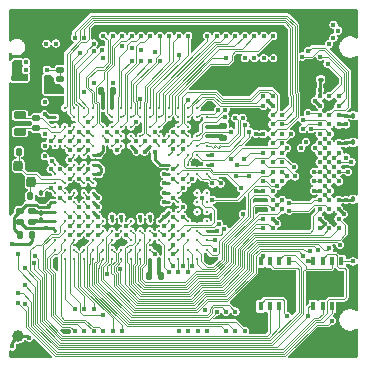
<source format=gbr>
%TF.GenerationSoftware,KiCad,Pcbnew,9.0.6-r1*%
%TF.CreationDate,2025-12-20T23:12:14+08:00*%
%TF.ProjectId,H750XB_V2,48373530-5842-45f5-9632-2e6b69636164,rev?*%
%TF.SameCoordinates,Original*%
%TF.FileFunction,Copper,L1,Top*%
%TF.FilePolarity,Positive*%
%FSLAX46Y46*%
G04 Gerber Fmt 4.6, Leading zero omitted, Abs format (unit mm)*
G04 Created by KiCad (PCBNEW 9.0.6-r1) date 2025-12-20 23:12:14*
%MOMM*%
%LPD*%
G01*
G04 APERTURE LIST*
G04 Aperture macros list*
%AMRoundRect*
0 Rectangle with rounded corners*
0 $1 Rounding radius*
0 $2 $3 $4 $5 $6 $7 $8 $9 X,Y pos of 4 corners*
0 Add a 4 corners polygon primitive as box body*
4,1,4,$2,$3,$4,$5,$6,$7,$8,$9,$2,$3,0*
0 Add four circle primitives for the rounded corners*
1,1,$1+$1,$2,$3*
1,1,$1+$1,$4,$5*
1,1,$1+$1,$6,$7*
1,1,$1+$1,$8,$9*
0 Add four rect primitives between the rounded corners*
20,1,$1+$1,$2,$3,$4,$5,0*
20,1,$1+$1,$4,$5,$6,$7,0*
20,1,$1+$1,$6,$7,$8,$9,0*
20,1,$1+$1,$8,$9,$2,$3,0*%
G04 Aperture macros list end*
%TA.AperFunction,SMDPad,CuDef*%
%ADD10RoundRect,0.150000X0.400000X-0.150000X0.400000X0.150000X-0.400000X0.150000X-0.400000X-0.150000X0*%
%TD*%
%TA.AperFunction,SMDPad,CuDef*%
%ADD11RoundRect,0.200000X-0.200000X0.250000X-0.200000X-0.250000X0.200000X-0.250000X0.200000X0.250000X0*%
%TD*%
%TA.AperFunction,SMDPad,CuDef*%
%ADD12R,2.800000X2.300000*%
%TD*%
%TA.AperFunction,SMDPad,CuDef*%
%ADD13R,0.400000X0.800000*%
%TD*%
%TA.AperFunction,SMDPad,CuDef*%
%ADD14RoundRect,0.140000X-0.170000X0.140000X-0.170000X-0.140000X0.170000X-0.140000X0.170000X0.140000X0*%
%TD*%
%TA.AperFunction,SMDPad,CuDef*%
%ADD15RoundRect,0.140000X0.140000X0.170000X-0.140000X0.170000X-0.140000X-0.170000X0.140000X-0.170000X0*%
%TD*%
%TA.AperFunction,SMDPad,CuDef*%
%ADD16RoundRect,0.135000X-0.185000X0.135000X-0.185000X-0.135000X0.185000X-0.135000X0.185000X0.135000X0*%
%TD*%
%TA.AperFunction,SMDPad,CuDef*%
%ADD17RoundRect,0.093750X0.093750X0.106250X-0.093750X0.106250X-0.093750X-0.106250X0.093750X-0.106250X0*%
%TD*%
%TA.AperFunction,HeatsinkPad*%
%ADD18R,1.000000X1.600000*%
%TD*%
%TA.AperFunction,BGAPad,CuDef*%
%ADD19C,0.325000*%
%TD*%
%TA.AperFunction,SMDPad,CuDef*%
%ADD20RoundRect,0.135000X-0.135000X-0.185000X0.135000X-0.185000X0.135000X0.185000X-0.135000X0.185000X0*%
%TD*%
%TA.AperFunction,SMDPad,CuDef*%
%ADD21RoundRect,0.135000X0.185000X-0.135000X0.185000X0.135000X-0.185000X0.135000X-0.185000X-0.135000X0*%
%TD*%
%TA.AperFunction,SMDPad,CuDef*%
%ADD22RoundRect,0.135000X0.135000X0.185000X-0.135000X0.185000X-0.135000X-0.185000X0.135000X-0.185000X0*%
%TD*%
%TA.AperFunction,SMDPad,CuDef*%
%ADD23RoundRect,0.147500X0.147500X0.172500X-0.147500X0.172500X-0.147500X-0.172500X0.147500X-0.172500X0*%
%TD*%
%TA.AperFunction,SMDPad,CuDef*%
%ADD24RoundRect,0.100000X0.100000X-0.130000X0.100000X0.130000X-0.100000X0.130000X-0.100000X-0.130000X0*%
%TD*%
%TA.AperFunction,SMDPad,CuDef*%
%ADD25RoundRect,0.140000X0.170000X-0.140000X0.170000X0.140000X-0.170000X0.140000X-0.170000X-0.140000X0*%
%TD*%
%TA.AperFunction,SMDPad,CuDef*%
%ADD26RoundRect,0.100000X-0.100000X0.130000X-0.100000X-0.130000X0.100000X-0.130000X0.100000X0.130000X0*%
%TD*%
%TA.AperFunction,SMDPad,CuDef*%
%ADD27RoundRect,0.140000X-0.140000X-0.170000X0.140000X-0.170000X0.140000X0.170000X-0.140000X0.170000X0*%
%TD*%
%TA.AperFunction,SMDPad,CuDef*%
%ADD28RoundRect,0.100000X-0.130000X-0.100000X0.130000X-0.100000X0.130000X0.100000X-0.130000X0.100000X0*%
%TD*%
%TA.AperFunction,BGAPad,CuDef*%
%ADD29C,0.450000*%
%TD*%
%TA.AperFunction,SMDPad,CuDef*%
%ADD30C,1.000000*%
%TD*%
%TA.AperFunction,ViaPad*%
%ADD31C,0.400000*%
%TD*%
%TA.AperFunction,Conductor*%
%ADD32C,0.101600*%
%TD*%
%TA.AperFunction,Conductor*%
%ADD33C,0.097028*%
%TD*%
%TA.AperFunction,Conductor*%
%ADD34C,0.254000*%
%TD*%
%TA.AperFunction,Conductor*%
%ADD35C,0.088900*%
%TD*%
%TA.AperFunction,Conductor*%
%ADD36C,0.304800*%
%TD*%
G04 APERTURE END LIST*
D10*
%TO.P,Y2,1,1*%
%TO.N,/core/LSE_IN*%
X1148800Y19380000D03*
%TO.P,Y2,2,2*%
%TO.N,/core/LSE_OUT*%
X1148800Y20780000D03*
%TD*%
D11*
%TO.P,Y1,1,1*%
%TO.N,/core/HSE_IN*%
X998800Y16500000D03*
%TO.P,Y1,2,2*%
%TO.N,GND*%
X998800Y15100000D03*
%TO.P,Y1,3,3*%
%TO.N,/core/HSE_OUT*%
X2098800Y15100000D03*
%TO.P,Y1,4,4*%
%TO.N,GND*%
X2098800Y16500000D03*
%TD*%
D12*
%TO.P,U3,9,EP*%
%TO.N,GND*%
X27173800Y6500000D03*
D13*
%TO.P,U3,8,VCC*%
%TO.N,+3V3*%
X25973800Y8400000D03*
%TO.P,U3,7,IO3*%
%TO.N,/core/PF6*%
X26773800Y8400000D03*
%TO.P,U3,6,CLK*%
%TO.N,/core/PF10*%
X27573800Y8400000D03*
%TO.P,U3,5,DI(IO0)*%
%TO.N,/core/PF8*%
X28373800Y8400000D03*
%TO.P,U3,4,GND*%
%TO.N,GND*%
X28373800Y4600000D03*
%TO.P,U3,3,IO2*%
%TO.N,/core/PE2*%
X27573800Y4600000D03*
%TO.P,U3,2,DO(IO1)*%
%TO.N,/core/PF9*%
X26773800Y4600000D03*
%TO.P,U3,1,CS#*%
%TO.N,/core/PB6*%
X25973800Y4600000D03*
%TD*%
D12*
%TO.P,U4,9,EP*%
%TO.N,GND*%
X22723800Y6500000D03*
D13*
%TO.P,U4,8,VCC*%
%TO.N,+3V3*%
X21523800Y8400000D03*
%TO.P,U4,7,IO3*%
%TO.N,/core/PG14*%
X22323800Y8400000D03*
%TO.P,U4,6,CLK*%
%TO.N,/core/PF10*%
X23123800Y8400000D03*
%TO.P,U4,5,DI(IO0)*%
%TO.N,/core/PH2*%
X23923800Y8400000D03*
%TO.P,U4,4,GND*%
%TO.N,GND*%
X23923800Y4600000D03*
%TO.P,U4,3,IO2*%
%TO.N,/core/PG9*%
X23123800Y4600000D03*
%TO.P,U4,2,DO(IO1)*%
%TO.N,/core/PH3*%
X22323800Y4600000D03*
%TO.P,U4,1,CS#*%
%TO.N,/core/PB6*%
X21523800Y4600000D03*
%TD*%
D14*
%TO.P,C63,1*%
%TO.N,+3V3*%
X748800Y23950000D03*
%TO.P,C63,2*%
%TO.N,GND*%
X748800Y22990000D03*
%TD*%
D15*
%TO.P,C65,1*%
%TO.N,/VCAP*%
X3436300Y22990000D03*
%TO.P,C65,2*%
%TO.N,GND*%
X2476300Y22990000D03*
%TD*%
D16*
%TO.P,R2,1*%
%TO.N,Net-(U5-FB)*%
X4548800Y23835000D03*
%TO.P,R2,2*%
%TO.N,/VCAP*%
X4548800Y22815000D03*
%TD*%
%TO.P,R6,1*%
%TO.N,GND*%
X4548800Y25635000D03*
%TO.P,R6,2*%
%TO.N,Net-(U5-FB)*%
X4548800Y24615000D03*
%TD*%
D17*
%TO.P,U5,1,OUT*%
%TO.N,/VCAP*%
X3436300Y23950000D03*
%TO.P,U5,2,FB*%
%TO.N,Net-(U5-FB)*%
X3436300Y24600000D03*
%TO.P,U5,3,GND*%
%TO.N,GND*%
X3436300Y25250000D03*
%TO.P,U5,4,EN*%
%TO.N,/EN*%
X1661300Y25250000D03*
%TO.P,U5,5,DNC*%
%TO.N,unconnected-(U5-DNC-Pad5)*%
X1661300Y24600000D03*
%TO.P,U5,6,IN*%
%TO.N,+3V3*%
X1661300Y23950000D03*
D18*
%TO.P,U5,7,GND*%
%TO.N,GND*%
X2548800Y24600000D03*
%TD*%
D19*
%TO.P,U1,A1,VSS*%
%TO.N,GND*%
X4148800Y21400000D03*
%TO.P,U1,A2,PI6*%
%TO.N,/core/FMC_D28*%
X4948800Y21400000D03*
%TO.P,U1,A3,PI5*%
%TO.N,/core/FMC_NBL3*%
X5748800Y21400000D03*
%TO.P,U1,A4,PI4*%
%TO.N,/core/FMC_NBL2*%
X6548800Y21400000D03*
%TO.P,U1,A5,PB5*%
%TO.N,PB5*%
X7348800Y21400000D03*
%TO.P,U1,A6,VDDLDO*%
%TO.N,/VCAP*%
X8148800Y21400000D03*
%TO.P,U1,A7,VCAP*%
%TO.N,/core/V_{CORE1}*%
X8948800Y21400000D03*
%TO.P,U1,A8,PK5*%
%TO.N,PK5*%
X9748800Y21400000D03*
%TO.P,U1,A9,PG10*%
%TO.N,PG10*%
X10548800Y21400000D03*
%TO.P,U1,A10,PG9*%
%TO.N,/core/PG9*%
X11348800Y21400000D03*
%TO.P,U1,A11,PD5*%
%TO.N,PD5*%
X12148800Y21400000D03*
%TO.P,U1,A12,PD4*%
%TO.N,PD4*%
X12948800Y21400000D03*
%TO.P,U1,A13,PC10*%
%TO.N,PC10*%
X13748800Y21400000D03*
%TO.P,U1,A14,PA15*%
%TO.N,PA15*%
X14548800Y21400000D03*
%TO.P,U1,A15,PI1*%
%TO.N,/core/FMC_D25*%
X15348800Y21400000D03*
%TO.P,U1,A16,PI0*%
%TO.N,/core/FMC_D24*%
X16148800Y21400000D03*
%TO.P,U1,A17,VSS*%
%TO.N,GND*%
X16948800Y21400000D03*
%TO.P,U1,B1,VBAT*%
%TO.N,/VBAT*%
X4148800Y20600000D03*
%TO.P,U1,B2,VSS*%
%TO.N,GND*%
X4948800Y20600000D03*
%TO.P,U1,B3,PI7*%
%TO.N,/core/FMC_D29*%
X5748800Y20600000D03*
%TO.P,U1,B4,PE1*%
%TO.N,/core/FMC_NBL1*%
X6548800Y20600000D03*
%TO.P,U1,B5,PB6*%
%TO.N,/core/PB6*%
X7348800Y20600000D03*
%TO.P,U1,B6,VSS*%
%TO.N,GND*%
X8148800Y20600000D03*
%TO.P,U1,B7,PB4*%
%TO.N,PB4*%
X8948800Y20600000D03*
%TO.P,U1,B8,PK4*%
%TO.N,PK4*%
X9748800Y20600000D03*
%TO.P,U1,B9,PG11*%
%TO.N,PG11*%
X10548800Y20600000D03*
%TO.P,U1,B10,PJ15*%
%TO.N,PJ15*%
X11348800Y20600000D03*
%TO.P,U1,B11,PD6*%
%TO.N,PD6*%
X12148800Y20600000D03*
%TO.P,U1,B12,PD3*%
%TO.N,PD3*%
X12948800Y20600000D03*
%TO.P,U1,B13,PC11*%
%TO.N,PC11*%
X13748800Y20600000D03*
%TO.P,U1,B14,PA14*%
%TO.N,PA14*%
X14548800Y20600000D03*
%TO.P,U1,B15,PI2*%
%TO.N,/core/FMC_D26*%
X15348800Y20600000D03*
%TO.P,U1,B16,PH15*%
%TO.N,/core/FMC_D23*%
X16148800Y20600000D03*
%TO.P,U1,B17,PH14*%
%TO.N,/core/FMC_D22*%
X16948800Y20600000D03*
%TO.P,U1,C1,RCC_OSC32_OUT*%
%TO.N,/core/LSE_OUT*%
X4148800Y19800000D03*
%TO.P,U1,C2,RCC_OSC32_IN*%
%TO.N,/core/LSE_IN*%
X4948800Y19800000D03*
%TO.P,U1,C3,PE2*%
%TO.N,/core/PE2*%
X5748800Y19800000D03*
%TO.P,U1,C4,PE0*%
%TO.N,/core/FMC_NBL0*%
X6548800Y19800000D03*
%TO.P,U1,C5,PB7*%
%TO.N,PB7*%
X7348800Y19800000D03*
%TO.P,U1,C6,PB3*%
%TO.N,PB3*%
X8148800Y19800000D03*
%TO.P,U1,C7,PK6*%
%TO.N,PK6*%
X8948800Y19800000D03*
%TO.P,U1,C8,PK3*%
%TO.N,PK3*%
X9748800Y19800000D03*
%TO.P,U1,C9,PG12*%
%TO.N,PG12*%
X10548800Y19800000D03*
%TO.P,U1,C10,VSS*%
%TO.N,GND*%
X11348800Y19800000D03*
%TO.P,U1,C11,PD7*%
%TO.N,PD7*%
X12148800Y19800000D03*
%TO.P,U1,C12,PC12*%
%TO.N,PC12*%
X12948800Y19800000D03*
%TO.P,U1,C13,VSS*%
%TO.N,GND*%
X13748800Y19800000D03*
%TO.P,U1,C14,PI3*%
%TO.N,/core/FMC_D27*%
X14548800Y19800000D03*
%TO.P,U1,C15,PA13*%
%TO.N,PA13*%
X15348800Y19800000D03*
%TO.P,U1,C16,VSS*%
%TO.N,GND*%
X16148800Y19800000D03*
%TO.P,U1,C17,VDDLDO*%
%TO.N,/VCAP*%
X16948800Y19800000D03*
%TO.P,U1,D1,PE5*%
%TO.N,PE5*%
X4148800Y19000000D03*
%TO.P,U1,D2,PE4*%
%TO.N,PE4*%
X4948800Y19000000D03*
%TO.P,U1,D3,PE3*%
%TO.N,PE3*%
X5748800Y19000000D03*
%TO.P,U1,D4,PB9*%
%TO.N,PB9*%
X6548800Y19000000D03*
%TO.P,U1,D5,PB8*%
%TO.N,PB8*%
X7348800Y19000000D03*
%TO.P,U1,D6,PG15*%
%TO.N,/core/FMC_SDNCAS*%
X8148800Y19000000D03*
%TO.P,U1,D7,PK7*%
%TO.N,PK7*%
X8948800Y19000000D03*
%TO.P,U1,D8,PG14*%
%TO.N,/core/PG14*%
X9748800Y19000000D03*
%TO.P,U1,D9,PG13*%
%TO.N,PG13*%
X10548800Y19000000D03*
%TO.P,U1,D10,PJ14*%
%TO.N,PJ14*%
X11348800Y19000000D03*
%TO.P,U1,D11,PJ12*%
%TO.N,PJ12*%
X12148800Y19000000D03*
%TO.P,U1,D12,PD2*%
%TO.N,PD2*%
X12948800Y19000000D03*
%TO.P,U1,D13,PD0*%
%TO.N,/core/FMC_D2*%
X13748800Y19000000D03*
%TO.P,U1,D14,PA10*%
%TO.N,PA10*%
X14548800Y19000000D03*
%TO.P,U1,D15,PA9*%
%TO.N,PA9*%
X15348800Y19000000D03*
%TO.P,U1,D16,PH13*%
%TO.N,/core/FMC_D21*%
X16148800Y19000000D03*
%TO.P,U1,D17,VCAP*%
%TO.N,/core/V_{CORE2}*%
X16948800Y19000000D03*
%TO.P,U1,E1,NC*%
%TO.N,unconnected-(U1-NC-PadE1)*%
X4148800Y18200000D03*
%TO.P,U1,E2,PI9*%
%TO.N,/core/FMC_D30*%
X4948800Y18200000D03*
%TO.P,U1,E3,PC13*%
%TO.N,PC13*%
X5748800Y18200000D03*
%TO.P,U1,E4,PI8*%
%TO.N,PI8*%
X6548800Y18200000D03*
%TO.P,U1,E5,PE6*%
%TO.N,PE6*%
X7348800Y18200000D03*
%TO.P,U1,E6,VDD*%
%TO.N,+3V3*%
X8148800Y18200000D03*
%TO.P,U1,E7,PDR_ON*%
%TO.N,/PDR_ON*%
X8948800Y18200000D03*
%TO.P,U1,E8,BOOT0*%
%TO.N,/BOOT0*%
X9748800Y18200000D03*
%TO.P,U1,E9,VDD*%
%TO.N,+3V3*%
X10548800Y18200000D03*
%TO.P,U1,E10,PJ13*%
%TO.N,PJ13*%
X11348800Y18200000D03*
%TO.P,U1,E11,VDD*%
%TO.N,+3V3*%
X12148800Y18200000D03*
%TO.P,U1,E12,PD1*%
%TO.N,/core/FMC_D3*%
X12948800Y18200000D03*
%TO.P,U1,E13,PC8*%
%TO.N,PC8*%
X13748800Y18200000D03*
%TO.P,U1,E14,PC9*%
%TO.N,PC9*%
X14548800Y18200000D03*
%TO.P,U1,E15,PA8*%
%TO.N,PA8*%
X15348800Y18200000D03*
%TO.P,U1,E16,PA12*%
%TO.N,USB_FS+*%
X16148800Y18200000D03*
%TO.P,U1,E17,PA11*%
%TO.N,USB_FS-*%
X16948800Y18200000D03*
%TO.P,U1,F1,VSS*%
%TO.N,GND*%
X4148800Y17400000D03*
%TO.P,U1,F2,VSS*%
X4948800Y17400000D03*
%TO.P,U1,F3,PI10*%
%TO.N,/core/FMC_D31*%
X5748800Y17400000D03*
%TO.P,U1,F4,PI11*%
%TO.N,PI11*%
X6548800Y17400000D03*
%TO.P,U1,F5,VDD*%
%TO.N,+3V3*%
X7348800Y17400000D03*
%TO.P,U1,F13,PC7*%
%TO.N,PC7*%
X13748800Y17400000D03*
%TO.P,U1,F14,PC6*%
%TO.N,PC6*%
X14548800Y17400000D03*
%TO.P,U1,F15,PG8*%
%TO.N,/core/FMC_SDCLK*%
X15348800Y17400000D03*
%TO.P,U1,F16,PG7*%
%TO.N,PG7*%
X16148800Y17400000D03*
%TO.P,U1,F17,VDD33_USB*%
%TO.N,+3V3*%
X16948800Y17400000D03*
%TO.P,U1,G1,PF2*%
%TO.N,/core/FMC_A2*%
X4148800Y16600000D03*
%TO.P,U1,G2,VSS*%
%TO.N,GND*%
X4948800Y16600000D03*
%TO.P,U1,G3,PF1*%
%TO.N,/core/FMC_A1*%
X5748800Y16600000D03*
%TO.P,U1,G4,PF0*%
%TO.N,/core/FMC_A0*%
X6548800Y16600000D03*
%TO.P,U1,G5,VDD*%
%TO.N,+3V3*%
X7348800Y16600000D03*
%TO.P,U1,G7,VSS*%
%TO.N,GND*%
X8948800Y16600000D03*
%TO.P,U1,G8,VSS*%
X9748800Y16600000D03*
%TO.P,U1,G9,VSS*%
X10548800Y16600000D03*
%TO.P,U1,G10,VSS*%
X11348800Y16600000D03*
%TO.P,U1,G11,VSS*%
X12148800Y16600000D03*
%TO.P,U1,G13,VDD*%
%TO.N,+3V3*%
X13748800Y16600000D03*
%TO.P,U1,G14,PG5*%
%TO.N,/core/FMC_BA1*%
X14548800Y16600000D03*
%TO.P,U1,G15,PG6*%
%TO.N,PG6*%
X15348800Y16600000D03*
%TO.P,U1,G16,VSS*%
%TO.N,GND*%
X16148800Y16600000D03*
%TO.P,U1,G17,VDD50_USB*%
%TO.N,+3V3*%
X16948800Y16600000D03*
%TO.P,U1,H1,PI12*%
%TO.N,PI12*%
X4148800Y15800000D03*
%TO.P,U1,H2,PI13*%
%TO.N,PI13*%
X4948800Y15800000D03*
%TO.P,U1,H3,PI14*%
%TO.N,PI14*%
X5748800Y15800000D03*
%TO.P,U1,H4,PF3*%
%TO.N,/core/FMC_A3*%
X6548800Y15800000D03*
%TO.P,U1,H5,VDD*%
%TO.N,+3V3*%
X7348800Y15800000D03*
%TO.P,U1,H7,VSS*%
%TO.N,GND*%
X8948800Y15800000D03*
%TO.P,U1,H8,VSS*%
X9748800Y15800000D03*
%TO.P,U1,H9,VSS*%
X10548800Y15800000D03*
%TO.P,U1,H10,VSS*%
X11348800Y15800000D03*
%TO.P,U1,H11,VSS*%
X12148800Y15800000D03*
%TO.P,U1,H13,VDD*%
%TO.N,+3V3*%
X13748800Y15800000D03*
%TO.P,U1,H14,PG4*%
%TO.N,/core/FMC_BA0*%
X14548800Y15800000D03*
%TO.P,U1,H15,PG3*%
%TO.N,PG3*%
X15348800Y15800000D03*
%TO.P,U1,H16,PG2*%
%TO.N,PG2*%
X16148800Y15800000D03*
%TO.P,U1,H17,PK2*%
%TO.N,PK2*%
X16948800Y15800000D03*
%TO.P,U1,J1,RCC_OSC_OUT*%
%TO.N,/core/HSE_OUT*%
X4148800Y15000000D03*
%TO.P,U1,J2,RCC_OSC_IN*%
%TO.N,/core/HSE_IN*%
X4948800Y15000000D03*
%TO.P,U1,J3,VSS*%
%TO.N,GND*%
X5748800Y15000000D03*
%TO.P,U1,J4,PF5*%
%TO.N,/core/FMC_A5*%
X6548800Y15000000D03*
%TO.P,U1,J5,PF4*%
%TO.N,/core/FMC_A4*%
X7348800Y15000000D03*
%TO.P,U1,J7,VSS*%
%TO.N,GND*%
X8948800Y15000000D03*
%TO.P,U1,J8,VSS*%
X9748800Y15000000D03*
%TO.P,U1,J9,VSS*%
X10548800Y15000000D03*
%TO.P,U1,J10,VSS*%
X11348800Y15000000D03*
%TO.P,U1,J11,VSS*%
X12148800Y15000000D03*
%TO.P,U1,J13,VDD*%
%TO.N,+3V3*%
X13748800Y15000000D03*
%TO.P,U1,J14,PK0*%
%TO.N,PK0*%
X14548800Y15000000D03*
%TO.P,U1,J15,PK1*%
%TO.N,PK1*%
X15348800Y15000000D03*
%TO.P,U1,J16,VSS*%
%TO.N,GND*%
X16148800Y15000000D03*
%TO.P,U1,J17,VSS*%
X16948800Y15000000D03*
%TO.P,U1,K1,NRST*%
%TO.N,/NRST*%
X4148800Y14200000D03*
%TO.P,U1,K2,PF6*%
%TO.N,/core/PF6*%
X4948800Y14200000D03*
%TO.P,U1,K3,PF7*%
%TO.N,PF7*%
X5748800Y14200000D03*
%TO.P,U1,K4,PF8*%
%TO.N,/core/PF8*%
X6548800Y14200000D03*
%TO.P,U1,K5,VDD*%
%TO.N,+3V3*%
X7348800Y14200000D03*
%TO.P,U1,K7,VSS*%
%TO.N,GND*%
X8948800Y14200000D03*
%TO.P,U1,K8,VSS*%
X9748800Y14200000D03*
%TO.P,U1,K9,VSS*%
X10548800Y14200000D03*
%TO.P,U1,K10,VSS*%
X11348800Y14200000D03*
%TO.P,U1,K11,VSS*%
X12148800Y14200000D03*
%TO.P,U1,K13,VDD*%
%TO.N,+3V3*%
X13748800Y14200000D03*
%TO.P,U1,K14,PJ11*%
%TO.N,PJ11*%
X14548800Y14200000D03*
%TO.P,U1,K15,VSS*%
%TO.N,GND*%
X15348800Y14200000D03*
%TO.P,U1,K16,NC*%
%TO.N,unconnected-(U1-NC-PadK16)*%
X16148800Y14200000D03*
%TO.P,U1,K17,NC*%
%TO.N,unconnected-(U1-NC-PadK17)*%
X16948800Y14200000D03*
%TO.P,U1,L1,VDDA*%
%TO.N,/VDDA*%
X4148800Y13400000D03*
%TO.P,U1,L2,PC0*%
%TO.N,PC0*%
X4948800Y13400000D03*
%TO.P,U1,L3,PF10*%
%TO.N,/core/PF10*%
X5748800Y13400000D03*
%TO.P,U1,L4,PF9*%
%TO.N,/core/PF9*%
X6548800Y13400000D03*
%TO.P,U1,L5,VDD*%
%TO.N,+3V3*%
X7348800Y13400000D03*
%TO.P,U1,L7,VSS*%
%TO.N,GND*%
X8948800Y13400000D03*
%TO.P,U1,L8,VSS*%
X9748800Y13400000D03*
%TO.P,U1,L9,VSS*%
X10548800Y13400000D03*
%TO.P,U1,L10,VSS*%
X11348800Y13400000D03*
%TO.P,U1,L11,VSS*%
X12148800Y13400000D03*
%TO.P,U1,L13,VDD*%
%TO.N,+3V3*%
X13748800Y13400000D03*
%TO.P,U1,L14,PJ10*%
%TO.N,PJ10*%
X14548800Y13400000D03*
%TO.P,U1,L15,VSS*%
%TO.N,GND*%
X15348800Y13400000D03*
%TO.P,U1,L16,NC*%
%TO.N,unconnected-(U1-NC-PadL16)*%
X16148800Y13400000D03*
%TO.P,U1,L17,NC*%
%TO.N,unconnected-(U1-NC-PadL17)*%
X16948800Y13400000D03*
%TO.P,U1,M1,VREF+*%
%TO.N,/VREF+*%
X4148800Y12600000D03*
%TO.P,U1,M2,PC1*%
%TO.N,PC1*%
X4948800Y12600000D03*
%TO.P,U1,M3,PC2*%
%TO.N,/core/FMC_SDNE0*%
X5748800Y12600000D03*
%TO.P,U1,M4,PC3*%
%TO.N,/core/FMC_SDCKE0*%
X6548800Y12600000D03*
%TO.P,U1,M5,VDD*%
%TO.N,+3V3*%
X7348800Y12600000D03*
%TO.P,U1,M13,VDD*%
X13748800Y12600000D03*
%TO.P,U1,M14,PJ9*%
%TO.N,PJ9*%
X14548800Y12600000D03*
%TO.P,U1,M15,VSS*%
%TO.N,GND*%
X15348800Y12600000D03*
%TO.P,U1,M16,NC*%
%TO.N,unconnected-(U1-NC-PadM16)*%
X16148800Y12600000D03*
%TO.P,U1,M17,NC*%
%TO.N,unconnected-(U1-NC-PadM17)*%
X16948800Y12600000D03*
%TO.P,U1,N1,VREF-*%
%TO.N,/VREF-*%
X4148800Y11800000D03*
%TO.P,U1,N2,PH2*%
%TO.N,/core/PH2*%
X4948800Y11800000D03*
%TO.P,U1,N3,PA2*%
%TO.N,PA2*%
X5748800Y11800000D03*
%TO.P,U1,N4,PA1*%
%TO.N,PA1*%
X6548800Y11800000D03*
%TO.P,U1,N5,PA0*%
%TO.N,PA0*%
X7348800Y11800000D03*
%TO.P,U1,N6,PJ0*%
%TO.N,PJ0*%
X8148800Y11800000D03*
%TO.P,U1,N7,VDD*%
%TO.N,+3V3*%
X8948800Y11800000D03*
%TO.P,U1,N8,VDD*%
X9748800Y11800000D03*
%TO.P,U1,N9,PE10*%
%TO.N,/core/FMC_D7*%
X10548800Y11800000D03*
%TO.P,U1,N10,VDD*%
%TO.N,+3V3*%
X11348800Y11800000D03*
%TO.P,U1,N11,VDD*%
X12148800Y11800000D03*
%TO.P,U1,N12,VDD*%
X12948800Y11800000D03*
%TO.P,U1,N13,PJ8*%
%TO.N,PJ8*%
X13748800Y11800000D03*
%TO.P,U1,N14,PJ7*%
%TO.N,PJ7*%
X14548800Y11800000D03*
%TO.P,U1,N15,PJ6*%
%TO.N,PJ6*%
X15348800Y11800000D03*
%TO.P,U1,N16,VSS*%
%TO.N,GND*%
X16148800Y11800000D03*
%TO.P,U1,N17,NC*%
%TO.N,unconnected-(U1-NC-PadN17)*%
X16948800Y11800000D03*
%TO.P,U1,P1,VSSA*%
%TO.N,/VSSA*%
X4148800Y11000000D03*
%TO.P,U1,P2,PH3*%
%TO.N,/core/PH3*%
X4948800Y11000000D03*
%TO.P,U1,P3,PH4*%
%TO.N,PH4*%
X5748800Y11000000D03*
%TO.P,U1,P4,PH5*%
%TO.N,/core/FMC_SDNWE*%
X6548800Y11000000D03*
%TO.P,U1,P5,PI15*%
%TO.N,PI15*%
X7348800Y11000000D03*
%TO.P,U1,P6,PJ1*%
%TO.N,PJ1*%
X8148800Y11000000D03*
%TO.P,U1,P7,PF13*%
%TO.N,/core/FMC_A7*%
X8948800Y11000000D03*
%TO.P,U1,P8,PF14*%
%TO.N,/core/FMC_A8*%
X9748800Y11000000D03*
%TO.P,U1,P9,PE9*%
%TO.N,/core/FMC_D6*%
X10548800Y11000000D03*
%TO.P,U1,P10,PE11*%
%TO.N,/core/FMC_D8*%
X11348800Y11000000D03*
%TO.P,U1,P11,PB10*%
%TO.N,PB10*%
X12148800Y11000000D03*
%TO.P,U1,P12,PB11*%
%TO.N,PB11*%
X12948800Y11000000D03*
%TO.P,U1,P13,PH10*%
%TO.N,/core/FMC_D18*%
X13748800Y11000000D03*
%TO.P,U1,P14,PH11*%
%TO.N,/core/FMC_D19*%
X14548800Y11000000D03*
%TO.P,U1,P15,PD15*%
%TO.N,/core/FMC_D1*%
X15348800Y11000000D03*
%TO.P,U1,P16,PD14*%
%TO.N,/core/FMC_D0*%
X16148800Y11000000D03*
%TO.P,U1,P17,VDD*%
%TO.N,+3V3*%
X16948800Y11000000D03*
%TO.P,U1,R1,PC2_C*%
%TO.N,PC2_C*%
X4148800Y10200000D03*
%TO.P,U1,R2,PC3_C*%
%TO.N,PC3_C*%
X4948800Y10200000D03*
%TO.P,U1,R3,PA6*%
%TO.N,PA6*%
X5748800Y10200000D03*
%TO.P,U1,R4,VSS*%
%TO.N,GND*%
X6548800Y10200000D03*
%TO.P,U1,R5,PA7*%
%TO.N,PA7*%
X7348800Y10200000D03*
%TO.P,U1,R6,PB2*%
%TO.N,PB2*%
X8148800Y10200000D03*
%TO.P,U1,R7,PF12*%
%TO.N,/core/FMC_A6*%
X8948800Y10200000D03*
%TO.P,U1,R8,VSS*%
%TO.N,GND*%
X9748800Y10200000D03*
%TO.P,U1,R9,PF15*%
%TO.N,/core/FMC_A9*%
X10548800Y10200000D03*
%TO.P,U1,R10,PE12*%
%TO.N,/core/FMC_D9*%
X11348800Y10200000D03*
%TO.P,U1,R11,PE15*%
%TO.N,/core/FMC_D12*%
X12148800Y10200000D03*
%TO.P,U1,R12,PJ5*%
%TO.N,PJ5*%
X12948800Y10200000D03*
%TO.P,U1,R13,PH9*%
%TO.N,/core/FMC_D17*%
X13748800Y10200000D03*
%TO.P,U1,R14,PH12*%
%TO.N,/core/FMC_D20*%
X14548800Y10200000D03*
%TO.P,U1,R15,PD11*%
%TO.N,PD11*%
X15348800Y10200000D03*
%TO.P,U1,R16,PD12*%
%TO.N,PD12*%
X16148800Y10200000D03*
%TO.P,U1,R17,PD13*%
%TO.N,PD13*%
X16948800Y10200000D03*
%TO.P,U1,T1,PA0_C*%
%TO.N,PA0_C*%
X4148800Y9400000D03*
%TO.P,U1,T2,PA1_C*%
%TO.N,PA1_C*%
X4948800Y9400000D03*
%TO.P,U1,T3,PA5*%
%TO.N,PA5*%
X5748800Y9400000D03*
%TO.P,U1,T4,PC4*%
%TO.N,PC4*%
X6548800Y9400000D03*
%TO.P,U1,T5,PB1*%
%TO.N,PB1*%
X7348800Y9400000D03*
%TO.P,U1,T6,PJ2*%
%TO.N,PJ2*%
X8148800Y9400000D03*
%TO.P,U1,T7,PF11*%
%TO.N,/core/FMC_SDNRAS*%
X8948800Y9400000D03*
%TO.P,U1,T8,PG0*%
%TO.N,/core/FMC_A10*%
X9748800Y9400000D03*
%TO.P,U1,T9,PE8*%
%TO.N,/core/FMC_D5*%
X10548800Y9400000D03*
%TO.P,U1,T10,PE13*%
%TO.N,/core/FMC_D10*%
X11348800Y9400000D03*
%TO.P,U1,T11,PH6*%
%TO.N,PH6*%
X12148800Y9400000D03*
%TO.P,U1,T12,VSS*%
%TO.N,GND*%
X12948800Y9400000D03*
%TO.P,U1,T13,PH8*%
%TO.N,/core/FMC_D16*%
X13748800Y9400000D03*
%TO.P,U1,T14,PB12*%
%TO.N,PB12*%
X14548800Y9400000D03*
%TO.P,U1,T15,PB15*%
%TO.N,PB15*%
X15348800Y9400000D03*
%TO.P,U1,T16,PD10*%
%TO.N,/core/FMC_D15*%
X16148800Y9400000D03*
%TO.P,U1,T17,PD9*%
%TO.N,/core/FMC_D14*%
X16948800Y9400000D03*
%TO.P,U1,U1,VSS*%
%TO.N,GND*%
X4148800Y8600000D03*
%TO.P,U1,U2,PA3*%
%TO.N,PA3*%
X4948800Y8600000D03*
%TO.P,U1,U3,PA4*%
%TO.N,PA4*%
X5748800Y8600000D03*
%TO.P,U1,U4,PC5*%
%TO.N,PC5*%
X6548800Y8600000D03*
%TO.P,U1,U5,PB0*%
%TO.N,PB0*%
X7348800Y8600000D03*
%TO.P,U1,U6,PJ3*%
%TO.N,PJ3*%
X8148800Y8600000D03*
%TO.P,U1,U7,PJ4*%
%TO.N,PJ4*%
X8948800Y8600000D03*
%TO.P,U1,U8,PG1*%
%TO.N,/core/FMC_A11*%
X9748800Y8600000D03*
%TO.P,U1,U9,PE7*%
%TO.N,/core/FMC_D4*%
X10548800Y8600000D03*
%TO.P,U1,U10,PE14*%
%TO.N,/core/FMC_D11*%
X11348800Y8600000D03*
%TO.P,U1,U11,VCAP*%
%TO.N,/core/V_{CORE3}*%
X12148800Y8600000D03*
%TO.P,U1,U12,VDDLDO*%
%TO.N,/VCAP*%
X12948800Y8600000D03*
%TO.P,U1,U13,PH7*%
%TO.N,PH7*%
X13748800Y8600000D03*
%TO.P,U1,U14,PB13*%
%TO.N,PB13*%
X14548800Y8600000D03*
%TO.P,U1,U15,PB14*%
%TO.N,PB14*%
X15348800Y8600000D03*
%TO.P,U1,U16,PD8*%
%TO.N,/core/FMC_D13*%
X16148800Y8600000D03*
%TO.P,U1,U17,VSS*%
%TO.N,GND*%
X16948800Y8600000D03*
%TD*%
D20*
%TO.P,RR3,1*%
%TO.N,/core/V_{CORE3}*%
X12038800Y7200000D03*
%TO.P,RR3,2*%
%TO.N,/VCAP*%
X13058800Y7200000D03*
%TD*%
D21*
%TO.P,RR2,1*%
%TO.N,/core/V_{CORE2}*%
X18348800Y18890000D03*
%TO.P,RR2,2*%
%TO.N,/VCAP*%
X18348800Y19910000D03*
%TD*%
D22*
%TO.P,RR1,1*%
%TO.N,/core/V_{CORE1}*%
X9058800Y22800000D03*
%TO.P,RR1,2*%
%TO.N,/VCAP*%
X8038800Y22800000D03*
%TD*%
D23*
%TO.P,FB1,1*%
%TO.N,+3V3*%
X2141153Y10600000D03*
%TO.P,FB1,2*%
%TO.N,/VDDA*%
X1171153Y10600000D03*
%TD*%
D24*
%TO.P,C49,1*%
%TO.N,+3V3*%
X29348800Y13680000D03*
%TO.P,C49,2*%
%TO.N,GND*%
X29348800Y14320000D03*
%TD*%
D25*
%TO.P,C47,1*%
%TO.N,/core/LSE_OUT*%
X2548800Y20520000D03*
%TO.P,C47,2*%
%TO.N,GND*%
X2548800Y21480000D03*
%TD*%
D26*
%TO.P,C53,1*%
%TO.N,+3V3*%
X29348800Y20720000D03*
%TO.P,C53,2*%
%TO.N,GND*%
X29348800Y20080000D03*
%TD*%
D14*
%TO.P,C41,1*%
%TO.N,/core/LSE_IN*%
X2548800Y19680000D03*
%TO.P,C41,2*%
%TO.N,GND*%
X2548800Y18720000D03*
%TD*%
D27*
%TO.P,C40,1*%
%TO.N,/core/HSE_IN*%
X1068800Y17700000D03*
%TO.P,C40,2*%
%TO.N,GND*%
X2028800Y17700000D03*
%TD*%
D15*
%TO.P,C46,1*%
%TO.N,/core/HSE_OUT*%
X2028800Y13900000D03*
%TO.P,C46,2*%
%TO.N,GND*%
X1068800Y13900000D03*
%TD*%
D24*
%TO.P,C38,1*%
%TO.N,+3V3*%
X29348800Y18480000D03*
%TO.P,C38,2*%
%TO.N,GND*%
X29348800Y19120000D03*
%TD*%
D28*
%TO.P,C36,1*%
%TO.N,+3V3*%
X26628800Y23800000D03*
%TO.P,C36,2*%
%TO.N,GND*%
X27268800Y23800000D03*
%TD*%
D24*
%TO.P,C7,1*%
%TO.N,GND*%
X2948800Y13560000D03*
%TO.P,C7,2*%
%TO.N,/NRST*%
X2948800Y14200000D03*
%TD*%
D14*
%TO.P,C4,1*%
%TO.N,/VREF+*%
X2148800Y12680000D03*
%TO.P,C4,2*%
%TO.N,/VREF-*%
X2148800Y11720000D03*
%TD*%
%TO.P,C13,1*%
%TO.N,/VDDA*%
X1148800Y12680000D03*
%TO.P,C13,2*%
%TO.N,/VSSA*%
X1148800Y11720000D03*
%TD*%
D26*
%TO.P,C1,1*%
%TO.N,/VREF+*%
X2948800Y12520000D03*
%TO.P,C1,2*%
%TO.N,/VREF-*%
X2948800Y11880000D03*
%TD*%
D29*
%TO.P,U2,A1,DQ26*%
%TO.N,/core/FMC_D26*%
X21748800Y22400000D03*
%TO.P,U2,A2,DQ24*%
%TO.N,/core/FMC_D25*%
X22548800Y22400000D03*
%TO.P,U2,A3,VSS*%
%TO.N,GND*%
X23348800Y22400000D03*
%TO.P,U2,A7,VDD*%
%TO.N,+3V3*%
X26548800Y22400000D03*
%TO.P,U2,A8,DQ23*%
%TO.N,/core/FMC_D16*%
X27348800Y22400000D03*
%TO.P,U2,A9,DQ21*%
%TO.N,/core/FMC_D17*%
X28148800Y22400000D03*
%TO.P,U2,B1,DQ28*%
%TO.N,/core/FMC_D24*%
X21748800Y21600000D03*
%TO.P,U2,B2,VDDQ*%
%TO.N,+3V3*%
X22548800Y21600000D03*
%TO.P,U2,B3,VSSQ*%
%TO.N,GND*%
X23348800Y21600000D03*
%TO.P,U2,B7,VDDQ*%
%TO.N,+3V3*%
X26548800Y21600000D03*
%TO.P,U2,B8,VSSQ*%
%TO.N,GND*%
X27348800Y21600000D03*
%TO.P,U2,B9,DQ19*%
%TO.N,/core/FMC_D20*%
X28148800Y21600000D03*
%TO.P,U2,C1,VSSQ*%
%TO.N,GND*%
X21748800Y20800000D03*
%TO.P,U2,C2,DQ27*%
%TO.N,/core/FMC_D27*%
X22548800Y20800000D03*
%TO.P,U2,C3,DQ25*%
%TO.N,/core/FMC_D29*%
X23348800Y20800000D03*
%TO.P,U2,C7,DQ22*%
%TO.N,/core/FMC_D23*%
X26548800Y20800000D03*
%TO.P,U2,C8,DQ20*%
%TO.N,/core/FMC_D18*%
X27348800Y20800000D03*
%TO.P,U2,C9,VDDQ*%
%TO.N,+3V3*%
X28148800Y20800000D03*
%TO.P,U2,D1,VSSQ*%
%TO.N,GND*%
X21748800Y20000000D03*
%TO.P,U2,D2,DQ29*%
%TO.N,/core/FMC_D31*%
X22548800Y20000000D03*
%TO.P,U2,D3,DQ30*%
%TO.N,/core/FMC_D28*%
X23348800Y20000000D03*
%TO.P,U2,D7,DQ17*%
%TO.N,/core/FMC_D19*%
X26548800Y20000000D03*
%TO.P,U2,D8,DQ18*%
%TO.N,/core/FMC_D22*%
X27348800Y20000000D03*
%TO.P,U2,D9,VDDQ*%
%TO.N,+3V3*%
X28148800Y20000000D03*
%TO.P,U2,E1,VDDQ*%
X21748800Y19200000D03*
%TO.P,U2,E2,DQ31*%
%TO.N,/core/FMC_D30*%
X22548800Y19200000D03*
%TO.P,U2,E3,NC*%
%TO.N,unconnected-(U2A-NC-PadE3)*%
X23348800Y19200000D03*
%TO.P,U2,E7,NC*%
%TO.N,unconnected-(U2A-NC-PadE7)*%
X26548800Y19200000D03*
%TO.P,U2,E8,DQ16*%
%TO.N,/core/FMC_D21*%
X27348800Y19200000D03*
%TO.P,U2,E9,VSSQ*%
%TO.N,GND*%
X28148800Y19200000D03*
%TO.P,U2,F1,VSS*%
X21748800Y18400000D03*
%TO.P,U2,F2,DQM3*%
%TO.N,/core/FMC_NBL3*%
X22548800Y18400000D03*
%TO.P,U2,F3,A3*%
%TO.N,/core/FMC_A3*%
X23348800Y18400000D03*
%TO.P,U2,F7,A2*%
%TO.N,/core/FMC_A2*%
X26548800Y18400000D03*
%TO.P,U2,F8,DQM2*%
%TO.N,/core/FMC_NBL2*%
X27348800Y18400000D03*
%TO.P,U2,F9,VDD*%
%TO.N,+3V3*%
X28148800Y18400000D03*
%TO.P,U2,G1,A4*%
%TO.N,/core/FMC_A4*%
X21748800Y17600000D03*
%TO.P,U2,G2,A5*%
%TO.N,/core/FMC_A5*%
X22548800Y17600000D03*
%TO.P,U2,G3,A6*%
%TO.N,/core/FMC_A6*%
X23348800Y17600000D03*
%TO.P,U2,G7,A10*%
%TO.N,/core/FMC_A10*%
X26548800Y17600000D03*
%TO.P,U2,G8,A0*%
%TO.N,/core/FMC_A0*%
X27348800Y17600000D03*
%TO.P,U2,G9,A1*%
%TO.N,/core/FMC_A1*%
X28148800Y17600000D03*
%TO.P,U2,H1,A7*%
%TO.N,/core/FMC_A7*%
X21748800Y16800000D03*
%TO.P,U2,H2,A8*%
%TO.N,/core/FMC_A8*%
X22548800Y16800000D03*
%TO.P,U2,H3,NC*%
%TO.N,unconnected-(U2A-NC-PadH3)*%
X23348800Y16800000D03*
%TO.P,U2,H7,NC*%
%TO.N,unconnected-(U2A-NC-PadH7)*%
X26548800Y16800000D03*
%TO.P,U2,H8,BA1*%
%TO.N,/core/FMC_BA1*%
X27348800Y16800000D03*
%TO.P,U2,H9,A11*%
%TO.N,/core/FMC_A11*%
X28148800Y16800000D03*
%TO.P,U2,J1,CLK*%
%TO.N,/core/FMC_SDCLK*%
X21748800Y16000000D03*
%TO.P,U2,J2,CKE*%
%TO.N,/core/FMC_SDCKE0*%
X22548800Y16000000D03*
%TO.P,U2,J3,A9*%
%TO.N,/core/FMC_A9*%
X23348800Y16000000D03*
%TO.P,U2,J7,BA0*%
%TO.N,/core/FMC_BA0*%
X26548800Y16000000D03*
%TO.P,U2,J8,CS#*%
%TO.N,/core/FMC_SDNE0*%
X27348800Y16000000D03*
%TO.P,U2,J9,RAS#*%
%TO.N,/core/FMC_SDNRAS*%
X28148800Y16000000D03*
%TO.P,U2,K1,DQM1*%
%TO.N,/core/FMC_NBL1*%
X21748800Y15200000D03*
%TO.P,U2,K2,NC*%
%TO.N,unconnected-(U2A-NC-PadK2)*%
X22548800Y15200000D03*
%TO.P,U2,K3,NC*%
%TO.N,unconnected-(U2A-NC-PadK3)*%
X23348800Y15200000D03*
%TO.P,U2,K7,CAS#*%
%TO.N,/core/FMC_SDNCAS*%
X26548800Y15200000D03*
%TO.P,U2,K8,WE#*%
%TO.N,/core/FMC_SDNWE*%
X27348800Y15200000D03*
%TO.P,U2,K9,DQM0*%
%TO.N,/core/FMC_NBL0*%
X28148800Y15200000D03*
%TO.P,U2,L1,VDDQ*%
%TO.N,+3V3*%
X21748800Y14400000D03*
%TO.P,U2,L2,DQ8*%
%TO.N,/core/FMC_D15*%
X22548800Y14400000D03*
%TO.P,U2,L3,VSS*%
%TO.N,GND*%
X23348800Y14400000D03*
%TO.P,U2,L7,VDD*%
%TO.N,+3V3*%
X26548800Y14400000D03*
%TO.P,U2,L8,DQ7*%
%TO.N,/core/FMC_D2*%
X27348800Y14400000D03*
%TO.P,U2,L9,VSSQ*%
%TO.N,GND*%
X28148800Y14400000D03*
%TO.P,U2,M1,VSSQ*%
X21748800Y13600000D03*
%TO.P,U2,M2,DQ10*%
%TO.N,/core/FMC_D13*%
X22548800Y13600000D03*
%TO.P,U2,M3,DQ9*%
%TO.N,/core/FMC_D14*%
X23348800Y13600000D03*
%TO.P,U2,M7,DQ6*%
%TO.N,/core/FMC_D1*%
X26548800Y13600000D03*
%TO.P,U2,M8,DQ5*%
%TO.N,/core/FMC_D3*%
X27348800Y13600000D03*
%TO.P,U2,M9,VDDQ*%
%TO.N,+3V3*%
X28148800Y13600000D03*
%TO.P,U2,N1,VSSQ*%
%TO.N,GND*%
X21748800Y12800000D03*
%TO.P,U2,N2,DQ12*%
%TO.N,/core/FMC_D12*%
X22548800Y12800000D03*
%TO.P,U2,N3,DQ14*%
%TO.N,/core/FMC_D8*%
X23348800Y12800000D03*
%TO.P,U2,N7,DQ1*%
%TO.N,/core/FMC_D4*%
X26548800Y12800000D03*
%TO.P,U2,N8,DQ3*%
%TO.N,/core/FMC_D0*%
X27348800Y12800000D03*
%TO.P,U2,N9,VDDQ*%
%TO.N,+3V3*%
X28148800Y12800000D03*
%TO.P,U2,P1,DQ11*%
%TO.N,/core/FMC_D11*%
X21748800Y12000000D03*
%TO.P,U2,P2,VDDQ*%
%TO.N,+3V3*%
X22548800Y12000000D03*
%TO.P,U2,P3,VSSQ*%
%TO.N,GND*%
X23348800Y12000000D03*
%TO.P,U2,P7,VDDQ*%
%TO.N,+3V3*%
X26548800Y12000000D03*
%TO.P,U2,P8,VSSQ*%
%TO.N,GND*%
X27348800Y12000000D03*
%TO.P,U2,P9,DQ4*%
%TO.N,/core/FMC_D7*%
X28148800Y12000000D03*
%TO.P,U2,R1,DQ13*%
%TO.N,/core/FMC_D9*%
X21748800Y11200000D03*
%TO.P,U2,R2,DQ15*%
%TO.N,/core/FMC_D10*%
X22548800Y11200000D03*
%TO.P,U2,R3,VSS*%
%TO.N,GND*%
X23348800Y11200000D03*
%TO.P,U2,R7,VDD*%
%TO.N,+3V3*%
X26548800Y11200000D03*
%TO.P,U2,R8,DQ0*%
%TO.N,/core/FMC_D5*%
X27348800Y11200000D03*
%TO.P,U2,R9,DQ2*%
%TO.N,/core/FMC_D6*%
X28148800Y11200000D03*
%TD*%
D30*
%TO.P,TP1,1,1*%
%TO.N,+3V3*%
X998800Y2100000D03*
%TD*%
%TO.P,TP2,1,1*%
%TO.N,GND*%
X2148800Y950000D03*
%TD*%
D31*
%TO.N,/core/FMC_SDNCAS*%
X26048800Y15200000D03*
%TO.N,/core/FMC_NBL0*%
X28098800Y27950000D03*
%TO.N,/core/FMC_D14*%
X20048800Y12400000D03*
%TO.N,/core/FMC_D3*%
X26948800Y14000000D03*
%TO.N,/core/FMC_A2*%
X3848800Y16900000D03*
X26948800Y18000000D03*
%TO.N,/core/FMC_D3*%
X28748800Y17200000D03*
%TO.N,/core/FMC_D14*%
X22948800Y13200000D03*
%TO.N,/core/FMC_D17*%
X14148800Y10600000D03*
%TO.N,/core/FMC_D3*%
X12548800Y18600000D03*
%TO.N,/core/FMC_D21*%
X25798800Y19600000D03*
%TO.N,/core/FMC_NBL2*%
X27698800Y27350000D03*
%TO.N,/core/FMC_A5*%
X19498800Y16600000D03*
%TO.N,/core/FMC_D2*%
X26948800Y14800000D03*
%TO.N,/core/FMC_SDNCAS*%
X8548800Y18600000D03*
%TO.N,/core/FMC_NBL2*%
X26948800Y18800000D03*
%TO.N,/core/FMC_D18*%
X14148800Y11400000D03*
%TO.N,/core/FMC_NBL0*%
X7398800Y26850000D03*
%TO.N,/core/FMC_NBL2*%
X7398800Y26200000D03*
%TO.N,/core/FMC_D17*%
X26598800Y25750000D03*
X10598800Y26450000D03*
%TO.N,/core/FMC_NBL0*%
X27748800Y15600000D03*
%TO.N,/core/FMC_D21*%
X18548800Y20600000D03*
%TO.N,/core/FMC_A0*%
X26948800Y17200000D03*
%TO.N,/core/FMC_A1*%
X5348800Y16200000D03*
%TO.N,/core/FMC_D1*%
X17998800Y11600000D03*
X23948800Y13350000D03*
%TO.N,/core/FMC_D2*%
X13348800Y18600000D03*
%TO.N,/core/FMC_A5*%
X6148800Y15400000D03*
%TO.N,/core/FMC_SDNCAS*%
X24948800Y18000000D03*
%TO.N,/core/FMC_D7*%
X9648800Y7750000D03*
%TO.N,/core/FMC_A0*%
X6148800Y16200000D03*
%TO.N,/core/FMC_D18*%
X25548800Y26200000D03*
X11398800Y26300000D03*
%TO.N,/core/FMC_BA0*%
X26048800Y16000000D03*
%TO.N,/core/FMC_A3*%
X6948800Y16200000D03*
%TO.N,/core/FMC_D2*%
X25348800Y18500000D03*
%TO.N,/core/FMC_D23*%
X17898800Y21200000D03*
%TO.N,/core/FMC_SDNRAS*%
X28903600Y16000000D03*
%TO.N,/core/FMC_D7*%
X10148800Y11400000D03*
%TO.N,/core/FMC_A3*%
X19048800Y17100000D03*
%TO.N,/core/FMC_SDNRAS*%
X26348800Y9400000D03*
%TO.N,/core/FMC_D23*%
X25548800Y20950000D03*
%TO.N,/core/FMC_D30*%
X5348800Y17800000D03*
%TO.N,/core/FMC_A6*%
X25698800Y9300000D03*
%TO.N,/core/FMC_SDNE0*%
X6148800Y12200000D03*
%TO.N,/core/FMC_A6*%
X23748800Y18000000D03*
%TO.N,/core/FMC_SDNE0*%
X26948800Y16400000D03*
%TO.N,/core/FMC_NBL1*%
X27298800Y26800000D03*
X8098800Y26300000D03*
X22948800Y14800000D03*
%TO.N,/core/FMC_D30*%
X5798800Y27350000D03*
%TO.N,/core/FMC_BA0*%
X19848800Y14600000D03*
%TO.N,GND*%
X17298800Y21400000D03*
X13348800Y19400000D03*
X23948800Y11200000D03*
%TO.N,/core/FMC_D22*%
X25098800Y20400000D03*
%TO.N,GND*%
X6148800Y9800000D03*
X29348800Y25300000D03*
X454000Y13900000D03*
%TO.N,/core/FMC_D22*%
X18548800Y21215103D03*
%TO.N,GND*%
X15748800Y12200000D03*
X25800000Y27500000D03*
X6148800Y13800000D03*
X27748800Y22000000D03*
X21148800Y20800000D03*
%TO.N,/core/FMC_NBL3*%
X24098800Y19200000D03*
X27698800Y28450000D03*
%TO.N,GND*%
X25348800Y11200000D03*
X22198800Y7450000D03*
%TO.N,/core/FMC_NBL3*%
X6198800Y26050000D03*
%TO.N,/core/FMC_SDNWE*%
X26948800Y15600000D03*
%TO.N,/core/FMC_D19*%
X16548800Y13800000D03*
%TO.N,GND*%
X15748800Y20200000D03*
X18448800Y22950000D03*
X9348800Y13800000D03*
X29348800Y9800000D03*
%TO.N,/core/FMC_D19*%
X25098800Y19600000D03*
%TO.N,/core/FMC_SDNWE*%
X6148800Y10600000D03*
%TO.N,GND*%
X4648800Y17700000D03*
X26648800Y7300000D03*
X4148800Y8100000D03*
X4548800Y17000000D03*
X25248800Y13760000D03*
X2548800Y25200000D03*
X1748800Y22200000D03*
X25348800Y12000000D03*
X23948800Y12000000D03*
X2548800Y18200000D03*
X17248800Y8300000D03*
X4548800Y21000000D03*
X8548800Y20200000D03*
X29448800Y4700000D03*
X21148800Y20000000D03*
X9348800Y9800000D03*
X5000000Y2502400D03*
X29348800Y28450000D03*
X3848800Y17700000D03*
X28098800Y2400000D03*
X29345600Y17564600D03*
X11748800Y15400000D03*
X2548800Y29050000D03*
X11748800Y14600000D03*
X27748800Y11600000D03*
X21248800Y13600000D03*
X2548800Y24000000D03*
X16200000Y27500000D03*
X23748800Y22000000D03*
X14948800Y13800000D03*
X1248800Y1200000D03*
X23748800Y14800000D03*
X28748800Y19200000D03*
X1248800Y550000D03*
%TO.N,+3V3*%
X21148800Y19200000D03*
X11348800Y12200000D03*
X13348800Y14200000D03*
%TO.N,GND*%
X21248800Y12800000D03*
X2048800Y19100000D03*
X16548800Y15000000D03*
X1748800Y21480000D03*
X9348800Y16200000D03*
X15848800Y16900000D03*
X21148800Y18400000D03*
X29348800Y19600000D03*
X12548800Y9800000D03*
X998800Y27700000D03*
X9348800Y14550000D03*
X11748800Y16200000D03*
X2548800Y27700000D03*
X28798800Y9200000D03*
X23398800Y25750000D03*
X26600000Y27500000D03*
X10948800Y19400000D03*
X25798800Y23000000D03*
X19848800Y13150000D03*
X28648800Y29100000D03*
X3548800Y13800000D03*
X27748800Y23800000D03*
%TO.N,+3V3*%
X26548800Y22900000D03*
X26048800Y14400000D03*
X17448800Y16600000D03*
X13348800Y15000000D03*
X21148800Y14400000D03*
X7848800Y15800000D03*
X22148800Y22000000D03*
X13348800Y12200000D03*
X25548800Y8400000D03*
X7748800Y12200000D03*
X13348800Y15800000D03*
X17448800Y17400000D03*
X26948800Y11600000D03*
X26148800Y22000000D03*
X28748800Y13600000D03*
X21748800Y8900000D03*
X12148800Y12200000D03*
X498800Y1200000D03*
X28748800Y18400000D03*
X7748800Y13800000D03*
X11698800Y17700000D03*
X454000Y9900000D03*
X28748800Y20000000D03*
X1948800Y1950000D03*
X7828800Y17400000D03*
X3398800Y26850000D03*
X13348800Y13400000D03*
X12548800Y17700000D03*
X9748800Y12200000D03*
X28772671Y20720000D03*
%TO.N,/VCAP*%
X12948800Y7900000D03*
%TO.N,PK7*%
X8548800Y19400000D03*
%TO.N,PI12*%
X3748800Y16200000D03*
%TO.N,PJ7*%
X14148800Y12200000D03*
%TO.N,PG6*%
X21800000Y25600000D03*
X20248800Y19950000D03*
%TO.N,PK4*%
X12200000Y27500000D03*
%TO.N,PI14*%
X5348800Y15400000D03*
%TO.N,PJ11*%
X14948800Y14600000D03*
%TO.N,+3V3*%
X22914800Y11618000D03*
%TO.N,PJ13*%
X11748800Y18600000D03*
%TO.N,/VCAP*%
X17648800Y19800000D03*
%TO.N,PH4*%
X15400000Y2500000D03*
%TO.N,+3V3*%
X28548800Y12400000D03*
%TO.N,PJ6*%
X14948800Y12200000D03*
%TO.N,PG11*%
X13000000Y27500000D03*
%TO.N,PJ1*%
X7748800Y10600000D03*
%TO.N,PK6*%
X11400000Y27500000D03*
%TO.N,+3V3*%
X10998800Y17700000D03*
X7748800Y13000000D03*
X17848800Y11000000D03*
X4198800Y26850000D03*
%TO.N,PJ9*%
X14948800Y13000000D03*
%TO.N,/VCAP*%
X8148800Y22000000D03*
%TO.N,PJ5*%
X13748800Y7500000D03*
%TO.N,+3V3*%
X8948800Y12200000D03*
%TO.N,PH4*%
X5348800Y10600000D03*
%TO.N,PK3*%
X11398800Y25350000D03*
%TO.N,PI8*%
X6148800Y17800000D03*
%TO.N,PG2*%
X17448800Y15000000D03*
%TO.N,PK2*%
X18148800Y15000000D03*
%TO.N,PK0*%
X14148800Y15400000D03*
%TO.N,PJ0*%
X7748800Y11400000D03*
%TO.N,PJ14*%
X13800000Y27500000D03*
%TO.N,PJ12*%
X14600000Y27500000D03*
%TO.N,PI13*%
X4548800Y16200000D03*
%TO.N,PG10*%
X12198800Y25350000D03*
%TO.N,PJ15*%
X12998800Y25350000D03*
%TO.N,PJ4*%
X8548800Y7300000D03*
X16798800Y4250000D03*
%TO.N,PG12*%
X10948800Y20200000D03*
%TO.N,PJ10*%
X14148800Y13800000D03*
%TO.N,PB0*%
X20200000Y2500000D03*
%TO.N,USB_FS+*%
X20200000Y25600000D03*
%TO.N,PB12*%
X14148800Y9000000D03*
%TO.N,PE5*%
X3748800Y18600000D03*
%TO.N,PC13*%
X6148800Y18600000D03*
%TO.N,PJ8*%
X13348800Y11400000D03*
%TO.N,PB8*%
X6948800Y19400000D03*
%TO.N,PB5*%
X8200000Y27500000D03*
%TO.N,USB_FS+*%
X19396400Y20550000D03*
%TO.N,PC9*%
X14948800Y18600000D03*
%TO.N,PD7*%
X17000000Y27500000D03*
%TO.N,/VBAT*%
X3248800Y20850000D03*
%TO.N,PD4*%
X17800000Y27500000D03*
%TO.N,PD11*%
X14948800Y8000000D03*
%TO.N,PC5*%
X9800000Y2500000D03*
%TO.N,PA3*%
X5800000Y4400000D03*
%TO.N,USB_FS-*%
X21000000Y25600000D03*
%TO.N,PC12*%
X19400000Y27500000D03*
%TO.N,PD13*%
X17648800Y10200000D03*
%TO.N,PC8*%
X14148800Y18600000D03*
%TO.N,PA10*%
X14148800Y19400000D03*
%TO.N,PC6*%
X14948800Y17900000D03*
%TO.N,PC13*%
X6598800Y22750000D03*
%TO.N,PA5*%
X7400000Y4400000D03*
%TO.N,PA1*%
X6148800Y11400000D03*
X14600000Y2500000D03*
%TO.N,USB_FS-*%
X20001200Y20550000D03*
%TO.N,PB8*%
X8200000Y25600000D03*
%TO.N,PA4*%
X6600000Y4400000D03*
%TO.N,PC11*%
X21000000Y27500000D03*
%TO.N,PA8*%
X21800000Y27500000D03*
%TO.N,PC1*%
X5348800Y12200000D03*
%TO.N,PC2_C*%
X5800000Y2500000D03*
%TO.N,PA0_C*%
X6600000Y2500000D03*
%TO.N,PC4*%
X9000000Y2500000D03*
%TO.N,PD5*%
X14598800Y25900000D03*
%TO.N,PB7*%
X9000000Y27500000D03*
%TO.N,PC10*%
X20200000Y27500000D03*
%TO.N,PA7*%
X18600000Y2500000D03*
%TO.N,PB1*%
X19400000Y2500000D03*
%TO.N,PC0*%
X4548800Y13800000D03*
%TO.N,PE6*%
X6948800Y18600000D03*
%TO.N,PD3*%
X18600000Y27500000D03*
%TO.N,PC3_C*%
X7400000Y2500000D03*
%TO.N,PA0*%
X6948800Y11400000D03*
%TO.N,PA8*%
X18998800Y19400000D03*
%TO.N,PE3*%
X5348800Y18600000D03*
%TO.N,PA6*%
X8198800Y3850000D03*
%TO.N,PB4*%
X10600000Y27500000D03*
%TO.N,PB2*%
X17800000Y4150000D03*
%TO.N,PA15*%
X22600000Y27500000D03*
%TO.N,PE4*%
X4548800Y18600000D03*
%TO.N,PA2*%
X5348800Y11400000D03*
%TO.N,PD2*%
X12548800Y19400000D03*
%TO.N,PA9*%
X14948800Y19400000D03*
%TO.N,PC1*%
X17000000Y2500000D03*
%TO.N,PA2*%
X16200000Y2500000D03*
%TO.N,PC7*%
X14148800Y17900000D03*
%TO.N,PA14*%
X18598800Y25600000D03*
%TO.N,PD12*%
X17648800Y9400000D03*
%TO.N,PB14*%
X15348800Y7500000D03*
%TO.N,PF7*%
X5348800Y13800000D03*
%TO.N,PA13*%
X15398800Y22100000D03*
%TO.N,PB3*%
X9800000Y27500000D03*
%TO.N,/core/PG9*%
X2448800Y8850000D03*
%TO.N,/core/PF9*%
X6948800Y13000000D03*
%TO.N,/core/PG14*%
X3248800Y18200000D03*
%TO.N,PJ2*%
X18600000Y4150000D03*
%TO.N,PG13*%
X10948800Y18600000D03*
%TO.N,PI11*%
X6948800Y17800000D03*
%TO.N,PG7*%
X22598800Y25600000D03*
X20548800Y19400000D03*
%TO.N,PH7*%
X14148800Y8000000D03*
%TO.N,PK1*%
X15748800Y15400000D03*
%TO.N,/core/PB6*%
X6948800Y20200000D03*
%TO.N,PI15*%
X6948800Y10600000D03*
%TO.N,PH6*%
X12548800Y9000000D03*
%TO.N,/core/V_{CORE1}*%
X8948800Y22000000D03*
%TO.N,/core/V_{CORE2}*%
X17648800Y19000000D03*
%TO.N,PG3*%
X14948800Y15400000D03*
%TO.N,/core/PB6*%
X23748800Y3800000D03*
%TO.N,PJ3*%
X19400000Y4150000D03*
%TO.N,/core/V_{CORE3}*%
X12148800Y7900000D03*
%TO.N,PI11*%
X7400000Y23550000D03*
%TO.N,PK5*%
X10598800Y25350000D03*
%TO.N,/core/PB6*%
X3248800Y19200000D03*
X948800Y9000000D03*
X25498800Y3750000D03*
%TO.N,/core/PF10*%
X1548800Y7850000D03*
X6148800Y13000000D03*
%TO.N,/core/PG9*%
X3248800Y21900000D03*
X11348800Y22150000D03*
%TO.N,/core/PF9*%
X1548800Y6400000D03*
%TO.N,/core/PF6*%
X4548800Y14600000D03*
X948800Y5700000D03*
%TO.N,/core/PF8*%
X948800Y4900000D03*
X27568800Y3380000D03*
%TO.N,/core/PG14*%
X9348800Y19400000D03*
X2348800Y8250000D03*
%TO.N,/core/PF8*%
X29348800Y8400000D03*
%TO.N,/core/PE2*%
X1598800Y4800000D03*
X5348800Y19400000D03*
%TO.N,/core/PF8*%
X6948800Y13800000D03*
%TO.N,PB13*%
X14548800Y7500000D03*
%TO.N,/core/PE2*%
X3248800Y17300000D03*
%TO.N,PB11*%
X13348800Y10600000D03*
%TO.N,PB10*%
X12548800Y10600000D03*
%TO.N,/VREF+*%
X2548800Y12600000D03*
%TO.N,PA1_C*%
X8200000Y2500000D03*
%TO.N,/PDR_ON*%
X8998800Y23550000D03*
%TO.N,/VREF-*%
X2548800Y11800000D03*
%TO.N,/VDDA*%
X3648800Y13100000D03*
%TO.N,/BOOT0*%
X9348800Y17800000D03*
%TO.N,PB15*%
X15748800Y8000000D03*
%TO.N,/NRST*%
X3748800Y14600000D03*
%TO.N,/PDR_ON*%
X9348800Y18600000D03*
%TO.N,PB9*%
X6148800Y19400000D03*
%TO.N,PD6*%
X15400000Y27500000D03*
%TO.N,/VSSA*%
X3348800Y11223100D03*
%TO.N,/core/FMC_A1*%
X27748800Y17200000D03*
%TO.N,+3V3*%
X948800Y25150000D03*
%TO.N,/VCAP*%
X3948800Y22850000D03*
%TO.N,+3V3*%
X748800Y24550000D03*
%TO.N,/core/FMC_SDCKE0*%
X6948800Y12200000D03*
%TO.N,/core/FMC_D31*%
X5348800Y17000000D03*
%TO.N,/core/FMC_A7*%
X24448800Y15600000D03*
%TO.N,/core/FMC_A8*%
X24348800Y16400000D03*
%TO.N,/core/FMC_A9*%
X20548800Y15600000D03*
%TO.N,/core/FMC_D16*%
X9798800Y26600000D03*
X27198800Y25150000D03*
%TO.N,/core/FMC_D31*%
X6598800Y27350000D03*
%TO.N,/core/FMC_D20*%
X14948800Y10600000D03*
%TO.N,/core/FMC_A9*%
X19448800Y15600000D03*
%TO.N,/core/FMC_A7*%
X25148800Y8900000D03*
%TO.N,/core/FMC_D16*%
X14148800Y9800000D03*
%TO.N,/core/FMC_SDCKE0*%
X17448800Y13600000D03*
%TO.N,/core/FMC_D20*%
X12598800Y26100000D03*
%TO.N,/core/FMC_A9*%
X10148800Y10600000D03*
X23748800Y15600000D03*
%TO.N,/core/FMC_A11*%
X29218600Y16800000D03*
%TO.N,/core/FMC_D20*%
X25048800Y25750000D03*
%TO.N,/core/FMC_A11*%
X28248800Y9800000D03*
%TO.N,/core/FMC_A4*%
X20098800Y17100000D03*
%TO.N,/core/FMC_A8*%
X9348800Y10600000D03*
%TO.N,/core/FMC_A4*%
X6948800Y15400000D03*
%TO.N,/core/FMC_BA1*%
X27748800Y16400000D03*
X14148800Y16200000D03*
%TO.N,/core/FMC_D0*%
X18448800Y11150000D03*
X23948800Y12700000D03*
%TO.N,/core/FMC_A10*%
X26148800Y18000000D03*
X27348800Y9500000D03*
%TD*%
D32*
%TO.N,PB4*%
X8548800Y21000000D02*
X8548800Y24429034D01*
%TO.N,PA15*%
X14548800Y22429178D02*
X17269622Y25150000D01*
%TO.N,PB4*%
X8948800Y20600000D02*
X8548800Y21000000D01*
%TO.N,PA15*%
X18798800Y25150000D02*
X19098800Y25450000D01*
X14548800Y21400000D02*
X14548800Y22429178D01*
%TO.N,PC3_C*%
X4645600Y9896800D02*
X4645600Y9374600D01*
%TO.N,PB7*%
X7660304Y24650000D02*
X8228122Y24650000D01*
%TO.N,PA4*%
X6598800Y5432343D02*
X6598800Y4401200D01*
%TO.N,PC3_C*%
X4948800Y10200000D02*
X4645600Y9896800D01*
%TO.N,PC10*%
X13748800Y22500000D02*
X17865800Y26617000D01*
X13748800Y21400000D02*
X13748800Y22500000D01*
X17865800Y26617000D02*
X19317000Y26617000D01*
%TO.N,PB4*%
X8548800Y24429034D02*
X9141400Y25021634D01*
%TO.N,PA4*%
X6598800Y5432343D02*
X5748800Y6282343D01*
%TO.N,PA15*%
X19398800Y26200000D02*
X21300000Y26200000D01*
%TO.N,PE3*%
X5748800Y19000000D02*
X5348800Y18600000D01*
%TO.N,PA4*%
X5748800Y6282343D02*
X5748800Y8600000D01*
%TO.N,PC3_C*%
X4148800Y7450000D02*
X4148800Y3941644D01*
X3717000Y7881800D02*
X4148800Y7450000D01*
%TO.N,PB7*%
X6940300Y23929996D02*
X7660304Y24650000D01*
X7348800Y19800000D02*
X7654100Y20105300D01*
%TO.N,PB4*%
X9141400Y26461475D02*
X9729925Y27050000D01*
%TO.N,PB7*%
X7654100Y20105300D02*
X7654100Y21705003D01*
%TO.N,PA4*%
X6598800Y4401200D02*
X6600000Y4400000D01*
%TO.N,PB7*%
X7436600Y21922503D02*
X7436600Y22712200D01*
X8758400Y25180278D02*
X8758400Y27258400D01*
X6940300Y23208500D02*
X6940300Y23929996D01*
%TO.N,PC3_C*%
X4148800Y3941644D02*
X4807444Y3283000D01*
%TO.N,PB4*%
X10150000Y27050000D02*
X10600000Y27500000D01*
%TO.N,PA15*%
X17269622Y25150000D02*
X18798800Y25150000D01*
X21300000Y26200000D02*
X22600000Y27500000D01*
%TO.N,PB7*%
X7436600Y22712200D02*
X6940300Y23208500D01*
%TO.N,PC3_C*%
X4275800Y9004800D02*
X4024422Y9004800D01*
%TO.N,PA15*%
X19098800Y25900000D02*
X19398800Y26200000D01*
X19098800Y25450000D02*
X19098800Y25900000D01*
%TO.N,PC3_C*%
X3717000Y8697378D02*
X3717000Y7881800D01*
%TO.N,PB7*%
X8228122Y24650000D02*
X8758400Y25180278D01*
X8758400Y27258400D02*
X9000000Y27500000D01*
%TO.N,PC3_C*%
X4807444Y3283000D02*
X6617000Y3283000D01*
%TO.N,PB7*%
X7654100Y21705003D02*
X7436600Y21922503D01*
%TO.N,PB4*%
X9729925Y27050000D02*
X10150000Y27050000D01*
X9141400Y25021634D02*
X9141400Y26461475D01*
%TO.N,PC3_C*%
X4024422Y9004800D02*
X3717000Y8697378D01*
X4645600Y9374600D02*
X4275800Y9004800D01*
X6617000Y3283000D02*
X7400000Y2500000D01*
%TO.N,PE4*%
X4948800Y19000000D02*
X4548800Y18600000D01*
D33*
%TO.N,USB_FS-*%
X18907638Y18242014D02*
X19810814Y19145190D01*
%TO.N,USB_FS+*%
X16148800Y18200000D02*
X16372828Y18424028D01*
D32*
%TO.N,PB13*%
X14548800Y8600000D02*
X14548800Y7500000D01*
%TO.N,PB11*%
X12948800Y11000000D02*
X13348800Y10600000D01*
D34*
%TO.N,/VBAT*%
X3498800Y20600000D02*
X4148800Y20600000D01*
D33*
%TO.N,USB_FS-*%
X19810814Y19145190D02*
X19810814Y20359614D01*
X16948800Y18200000D02*
X17317961Y18200000D01*
D32*
%TO.N,PB10*%
X12148800Y11000000D02*
X12548800Y10600000D01*
D33*
%TO.N,USB_FS-*%
X19810814Y20359614D02*
X20001200Y20550000D01*
D32*
%TO.N,Net-(U5-FB)*%
X4533800Y24600000D02*
X4548800Y24615000D01*
D34*
%TO.N,/VBAT*%
X3248800Y20850000D02*
X3498800Y20600000D01*
D32*
%TO.N,PD4*%
X12948800Y21400000D02*
X12948800Y22648800D01*
D33*
%TO.N,USB_FS+*%
X16372828Y18424028D02*
X16747271Y18424028D01*
D32*
%TO.N,PJ8*%
X13748800Y11800000D02*
X13348800Y11400000D01*
%TO.N,PD11*%
X14948800Y9800000D02*
X15348800Y10200000D01*
%TO.N,PC9*%
X14548800Y18200000D02*
X14948800Y18600000D01*
%TO.N,PC6*%
X14948800Y17800000D02*
X14948800Y17900000D01*
D33*
%TO.N,USB_FS+*%
X16824157Y18500914D02*
X17073443Y18500914D01*
D32*
%TO.N,PD11*%
X14948800Y8000000D02*
X14948800Y9800000D01*
D33*
%TO.N,USB_FS+*%
X19586786Y19237986D02*
X19586786Y20359614D01*
D32*
%TO.N,PC6*%
X14548800Y17400000D02*
X14948800Y17800000D01*
D33*
%TO.N,USB_FS+*%
X17150329Y18424028D02*
X18772828Y18424028D01*
X18772828Y18424028D02*
X19586786Y19237986D01*
X16747271Y18424028D02*
X16824157Y18500914D01*
X17073443Y18500914D02*
X17150329Y18424028D01*
X19586786Y20359614D02*
X19396400Y20550000D01*
D32*
%TO.N,PB12*%
X14548800Y9400000D02*
X14148800Y9000000D01*
%TO.N,PD4*%
X12948800Y22648800D02*
X17800000Y27500000D01*
%TO.N,PB5*%
X8148800Y24841500D02*
X8566900Y25259600D01*
X7580982Y24841500D02*
X8148800Y24841500D01*
%TO.N,PC5*%
X9800000Y3043609D02*
X9800000Y2500000D01*
%TO.N,PC8*%
X13748800Y18200000D02*
X14148800Y18600000D01*
%TO.N,PB5*%
X7245100Y21843181D02*
X7245100Y22632878D01*
X6748800Y24009318D02*
X7580982Y24841500D01*
%TO.N,PA10*%
X14548800Y19000000D02*
X14148800Y19400000D01*
%TO.N,PD7*%
X12643500Y22694700D02*
X17000000Y27051200D01*
%TO.N,PC12*%
X12948800Y19800000D02*
X13445600Y20296800D01*
%TO.N,PD7*%
X17000000Y27051200D02*
X17000000Y27500000D01*
%TO.N,PC5*%
X6548800Y8600000D02*
X6548800Y6294809D01*
%TO.N,PC12*%
X13445600Y22496800D02*
X17757300Y26808500D01*
%TO.N,PE5*%
X4148800Y19000000D02*
X3748800Y18600000D01*
%TO.N,PD7*%
X12643500Y20294700D02*
X12643500Y22694700D01*
%TO.N,PC12*%
X13445600Y20296800D02*
X13445600Y22496800D01*
%TO.N,PB5*%
X7348800Y21739481D02*
X7245100Y21843181D01*
X7245100Y22632878D02*
X6748800Y23129178D01*
%TO.N,PC5*%
X6548800Y6294809D02*
X9800000Y3043609D01*
%TO.N,PC12*%
X17757300Y26808500D02*
X18708500Y26808500D01*
%TO.N,PA3*%
X4948800Y5251200D02*
X5800000Y4400000D01*
%TO.N,PB5*%
X8566900Y25259600D02*
X8566900Y27133100D01*
%TO.N,PD7*%
X12148800Y19800000D02*
X12643500Y20294700D01*
%TO.N,PC12*%
X18708500Y26808500D02*
X19400000Y27500000D01*
%TO.N,PA3*%
X4948800Y8600000D02*
X4948800Y5251200D01*
%TO.N,PB5*%
X6748800Y23129178D02*
X6748800Y24009318D01*
X8566900Y27133100D02*
X8200000Y27500000D01*
X7348800Y21400000D02*
X7348800Y21739481D01*
%TO.N,PC13*%
X5748800Y18200000D02*
X6148800Y18600000D01*
%TO.N,PD13*%
X17648800Y10200000D02*
X16948800Y10200000D01*
%TO.N,PB0*%
X7235000Y8486200D02*
X7235000Y8092473D01*
X10373075Y3283000D02*
X19417000Y3283000D01*
X7224400Y6431675D02*
X10373075Y3283000D01*
%TO.N,PC4*%
X6245600Y6327187D02*
X9000000Y3572787D01*
%TO.N,PC2_C*%
X4679500Y2869300D02*
X5430700Y2869300D01*
X3290400Y7766756D02*
X3765800Y7291356D01*
%TO.N,PB1*%
X10293753Y3091500D02*
X18808500Y3091500D01*
%TO.N,PA5*%
X7398800Y4401200D02*
X7400000Y4400000D01*
%TO.N,PC2_C*%
X3765800Y7291356D02*
X3765800Y3783000D01*
%TO.N,PA1*%
X6548800Y11800000D02*
X6148800Y11400000D01*
%TO.N,PB1*%
X7043500Y8171795D02*
X7032900Y8161195D01*
%TO.N,PB0*%
X7224400Y8081873D02*
X7224400Y6431675D01*
%TO.N,PB8*%
X7348800Y19000000D02*
X6948800Y19400000D01*
%TO.N,PC4*%
X9000000Y3572787D02*
X9000000Y2500000D01*
%TO.N,PA9*%
X15348800Y19000000D02*
X14948800Y19400000D01*
%TO.N,PC2_C*%
X3290400Y9341600D02*
X3290400Y7766756D01*
%TO.N,PC4*%
X6548800Y9400000D02*
X6245600Y9096800D01*
%TO.N,PC2_C*%
X3765800Y3783000D02*
X4679500Y2869300D01*
X4148800Y10200000D02*
X3290400Y9341600D01*
%TO.N,PA5*%
X6054100Y6247865D02*
X6054100Y9094700D01*
%TO.N,PB1*%
X18808500Y3091500D02*
X19400000Y2500000D01*
X7348800Y9400000D02*
X7043500Y9094700D01*
X7032900Y8161195D02*
X7032900Y6352353D01*
%TO.N,PA5*%
X7398800Y4903165D02*
X6054100Y6247865D01*
%TO.N,PB1*%
X7043500Y9094700D02*
X7043500Y8171795D01*
%TO.N,PB0*%
X7348800Y8600000D02*
X7235000Y8486200D01*
%TO.N,PB1*%
X7032900Y6352353D02*
X10293753Y3091500D01*
%TO.N,PC2_C*%
X5430700Y2869300D02*
X5800000Y2500000D01*
%TO.N,PB0*%
X7235000Y8092473D02*
X7224400Y8081873D01*
%TO.N,PC4*%
X6245600Y9096800D02*
X6245600Y6327187D01*
%TO.N,PB0*%
X19417000Y3283000D02*
X20200000Y2500000D01*
%TO.N,PA5*%
X7398800Y4903165D02*
X7398800Y4401200D01*
X6054100Y9094700D02*
X5748800Y9400000D01*
%TO.N,PA0_C*%
X4728122Y3091500D02*
X6008500Y3091500D01*
X4148800Y9400000D02*
X3481900Y8733100D01*
X3957300Y7370678D02*
X3957300Y3862322D01*
X3481900Y8733100D02*
X3481900Y7846078D01*
X6008500Y3091500D02*
X6600000Y2500000D01*
%TO.N,PA0*%
X7348800Y11800000D02*
X6948800Y11400000D01*
%TO.N,PE6*%
X7348800Y18200000D02*
X6948800Y18600000D01*
%TO.N,PA0_C*%
X3957300Y3862322D02*
X4728122Y3091500D01*
X3481900Y7846078D02*
X3957300Y7370678D01*
%TO.N,/core/FMC_SDCKE0*%
X17448800Y13600000D02*
X19559103Y13600000D01*
%TO.N,/core/FMC_A7*%
X21106300Y7445170D02*
X21106300Y8857500D01*
X8948800Y11000000D02*
X8454100Y10505300D01*
%TO.N,/core/FMC_SDCKE0*%
X6548800Y12600000D02*
X6948800Y12200000D01*
%TO.N,/core/FMC_A7*%
X18721730Y5060600D02*
X21106300Y7445170D01*
X7990400Y6868703D02*
X10748603Y4110500D01*
X21106300Y8857500D02*
X21548800Y9300000D01*
X8454100Y8464044D02*
X8001000Y8010944D01*
X22148800Y16400000D02*
X21748800Y16800000D01*
X10748603Y4110500D02*
X16100944Y4110500D01*
%TO.N,/core/FMC_SDCKE0*%
X21559103Y15600000D02*
X22148800Y15600000D01*
%TO.N,/core/FMC_A7*%
X24748800Y9300000D02*
X25148800Y8900000D01*
X23648800Y16400000D02*
X22148800Y16400000D01*
X24448800Y15600000D02*
X23648800Y16400000D01*
%TO.N,/core/FMC_D27*%
X20602478Y22174500D02*
X21385178Y22957200D01*
%TO.N,/core/FMC_A7*%
X8001000Y7775185D02*
X7990400Y7764585D01*
X8001000Y8010944D02*
X8001000Y7775185D01*
%TO.N,/core/FMC_D27*%
X22948800Y21200000D02*
X22548800Y20800000D01*
%TO.N,/core/FMC_A7*%
X7990400Y7764585D02*
X7990400Y6868703D01*
%TO.N,/core/FMC_D27*%
X18305641Y22174500D02*
X20602478Y22174500D01*
X14854100Y22305300D02*
X15290200Y22741400D01*
X15290200Y22741400D02*
X17738741Y22741400D01*
X17738741Y22741400D02*
X18305641Y22174500D01*
%TO.N,/core/FMC_A7*%
X17051044Y5060600D02*
X18721730Y5060600D01*
X8454100Y10505300D02*
X8454100Y8464044D01*
X21548800Y9300000D02*
X24748800Y9300000D01*
%TO.N,/core/FMC_D27*%
X14854100Y20105300D02*
X14854100Y22305300D01*
X22948800Y22517178D02*
X22948800Y21200000D01*
%TO.N,/core/FMC_A7*%
X16100944Y4110500D02*
X17051044Y5060600D01*
%TO.N,/core/FMC_D27*%
X21385178Y22957200D02*
X22508778Y22957200D01*
%TO.N,/core/FMC_D16*%
X27198800Y25150000D02*
X28374300Y23974500D01*
X13748800Y9400000D02*
X14148800Y9800000D01*
X28374300Y23425500D02*
X27348800Y22400000D01*
%TO.N,/core/FMC_D27*%
X14548800Y19800000D02*
X14854100Y20105300D01*
%TO.N,/core/FMC_D16*%
X28374300Y23974500D02*
X28374300Y23425500D01*
%TO.N,/core/FMC_D27*%
X22508778Y22957200D02*
X22948800Y22517178D01*
%TO.N,/core/FMC_D31*%
X24215800Y28241356D02*
X24215800Y22553822D01*
%TO.N,/core/FMC_D26*%
X16578022Y22358400D02*
X17580097Y22358400D01*
%TO.N,/core/FMC_D31*%
X22948800Y20400000D02*
X22548800Y20000000D01*
X24307200Y22462422D02*
X24307200Y21108400D01*
X5748800Y17400000D02*
X5348800Y17000000D01*
X24307200Y21108400D02*
X23598800Y20400000D01*
X23598800Y20400000D02*
X22948800Y20400000D01*
%TO.N,/core/FMC_D26*%
X18146997Y21791500D02*
X21140300Y21791500D01*
X15748800Y21529178D02*
X16578022Y22358400D01*
X15348800Y20600000D02*
X15748800Y21000000D01*
X21140300Y21791500D02*
X21748800Y22400000D01*
%TO.N,/core/FMC_D31*%
X24215800Y22553822D02*
X24307200Y22462422D01*
%TO.N,/core/FMC_D26*%
X15748800Y21000000D02*
X15748800Y21529178D01*
%TO.N,/core/FMC_D31*%
X6598800Y27350000D02*
X6598800Y28108356D01*
%TO.N,/core/FMC_D26*%
X17580097Y22358400D02*
X18146997Y21791500D01*
%TO.N,/core/FMC_D31*%
X23632656Y28824500D02*
X24215800Y28241356D01*
X7314944Y28824500D02*
X23632656Y28824500D01*
X6598800Y28108356D02*
X7314944Y28824500D01*
%TO.N,/core/FMC_D11*%
X11123300Y6733856D02*
X11640156Y6217000D01*
X17849188Y7167100D02*
X18999800Y8317712D01*
X11123300Y7974500D02*
X11123300Y6733856D01*
X21269760Y12000000D02*
X21748800Y12000000D01*
X11348800Y8200000D02*
X11123300Y7974500D01*
X18999800Y9730040D02*
X21269760Y12000000D01*
X16178504Y7167100D02*
X17849188Y7167100D01*
X11640156Y6217000D02*
X15228404Y6217000D01*
X15228404Y6217000D02*
X16178504Y7167100D01*
%TO.N,/core/FMC_D13*%
X17611222Y7741600D02*
X16607200Y7741600D01*
%TO.N,/core/FMC_D11*%
X11348800Y8600000D02*
X11348800Y8200000D01*
X18999800Y8317712D02*
X18999800Y9730040D01*
%TO.N,/core/FMC_D13*%
X16607200Y7741600D02*
X16148800Y8200000D01*
%TO.N,/core/FMC_D20*%
X26907544Y26308400D02*
X26432200Y26308400D01*
%TO.N,/core/FMC_D13*%
X22548800Y13600000D02*
X22148800Y14000000D01*
%TO.N,/core/FMC_D20*%
X26432200Y26308400D02*
X25873800Y25750000D01*
%TO.N,/core/FMC_D13*%
X20657300Y12200006D02*
X18425300Y9968006D01*
X20948800Y14000000D02*
X20657300Y13708500D01*
%TO.N,/core/FMC_D20*%
X14548800Y10200000D02*
X14948800Y10600000D01*
X28757300Y24458644D02*
X26907544Y26308400D01*
%TO.N,/core/FMC_D13*%
X20657300Y13708500D02*
X20657300Y12200006D01*
%TO.N,/core/FMC_D20*%
X25873800Y25750000D02*
X25048800Y25750000D01*
%TO.N,/core/FMC_D13*%
X16148800Y8200000D02*
X16148800Y8600000D01*
X18425300Y9968006D02*
X18425300Y8555678D01*
X18425300Y8555678D02*
X17611222Y7741600D01*
%TO.N,/core/FMC_D20*%
X28148800Y21600000D02*
X28757300Y22208500D01*
X28757300Y22208500D02*
X28757300Y24458644D01*
%TO.N,/core/FMC_D13*%
X22148800Y14000000D02*
X20948800Y14000000D01*
%TO.N,/core/FMC_D29*%
X23553334Y28633000D02*
X24024300Y28162034D01*
X6998800Y27231125D02*
X6998800Y28237534D01*
X6750775Y26983100D02*
X6998800Y27231125D01*
X24115700Y21566900D02*
X23348800Y20800000D01*
X7394266Y28633000D02*
X23553334Y28633000D01*
X6352722Y26983100D02*
X6750775Y26983100D01*
X6998800Y28237534D02*
X7394266Y28633000D01*
X5348800Y25979178D02*
X6352722Y26983100D01*
X5748800Y20600000D02*
X5348800Y21000000D01*
X24024300Y28162034D02*
X24024300Y22474500D01*
%TO.N,/core/FMC_D15*%
X18225300Y8626500D02*
X17531900Y7933100D01*
%TO.N,/core/FMC_D29*%
X24024300Y22474500D02*
X24115700Y22383100D01*
%TO.N,/core/FMC_D15*%
X16498800Y8400000D02*
X16498800Y9050000D01*
X18225300Y10038828D02*
X18225300Y8626500D01*
%TO.N,/core/FMC_D29*%
X5348800Y21000000D02*
X5348800Y25979178D01*
%TO.N,/core/FMC_D15*%
X16965700Y7933100D02*
X16498800Y8400000D01*
X16498800Y9050000D02*
X16148800Y9400000D01*
X22548800Y14400000D02*
X22148800Y14800000D01*
X20465800Y12279328D02*
X18225300Y10038828D01*
%TO.N,/core/FMC_A9*%
X23348800Y16000000D02*
X23748800Y15600000D01*
%TO.N,/core/FMC_D15*%
X22148800Y14800000D02*
X21029925Y14800000D01*
%TO.N,/core/FMC_D29*%
X24115700Y22383100D02*
X24115700Y21566900D01*
%TO.N,/core/FMC_D15*%
X21029925Y14800000D02*
X20465800Y14235875D01*
%TO.N,/core/FMC_A9*%
X10548800Y10200000D02*
X10148800Y10600000D01*
X19448800Y15600000D02*
X20548800Y15600000D01*
%TO.N,/core/FMC_D15*%
X17531900Y7933100D02*
X16965700Y7933100D01*
X20465800Y14235875D02*
X20465800Y12279328D01*
%TO.N,/core/FMC_A11*%
X9281900Y7598025D02*
X9457300Y7422625D01*
X9748800Y8404634D02*
X9281900Y7937734D01*
%TO.N,/core/FMC_D12*%
X11506300Y7815856D02*
X11843500Y8153056D01*
%TO.N,/core/FMC_A11*%
X21231512Y10066000D02*
X27982800Y10066000D01*
X27982800Y10066000D02*
X28248800Y9800000D01*
X11084902Y4876500D02*
X15783656Y4876500D01*
%TO.N,/core/FMC_D12*%
X21029925Y13200000D02*
X20848800Y13018875D01*
X11843500Y9894700D02*
X12148800Y10200000D01*
%TO.N,/core/FMC_A11*%
X29218600Y16800000D02*
X28148800Y16800000D01*
X20340300Y7762458D02*
X20340300Y9174788D01*
X9281900Y7937734D02*
X9281900Y7598025D01*
X15783656Y4876500D02*
X16733758Y5826600D01*
%TO.N,/core/FMC_D12*%
X18616800Y9888684D02*
X18616800Y8476356D01*
X22548800Y12800000D02*
X22148800Y13200000D01*
%TO.N,/core/FMC_A8*%
X22548800Y16800000D02*
X22948800Y17200000D01*
%TO.N,/core/FMC_A11*%
X18404442Y5826600D02*
X20340300Y7762458D01*
%TO.N,/core/FMC_D12*%
X17690544Y7550100D02*
X16019860Y7550100D01*
%TO.N,/core/FMC_A11*%
X9457300Y6504102D02*
X11084902Y4876500D01*
X9748800Y8600000D02*
X9748800Y8404634D01*
%TO.N,/core/FMC_D12*%
X15119760Y6650000D02*
X11748800Y6650000D01*
%TO.N,/core/FMC_A11*%
X20340300Y9174788D02*
X21231512Y10066000D01*
%TO.N,/core/FMC_D12*%
X16019860Y7550100D02*
X15119760Y6650000D01*
X20848800Y13018875D02*
X20848800Y12120684D01*
X11506300Y6892500D02*
X11506300Y7815856D01*
X20848800Y12120684D02*
X18616800Y9888684D01*
X11843500Y8153056D02*
X11843500Y9894700D01*
%TO.N,/core/FMC_A11*%
X16733758Y5826600D02*
X18404442Y5826600D01*
X9457300Y7422625D02*
X9457300Y6504102D01*
%TO.N,/core/FMC_D12*%
X22148800Y13200000D02*
X21029925Y13200000D01*
X18616800Y8476356D02*
X17690544Y7550100D01*
X11748800Y6650000D02*
X11506300Y6892500D01*
%TO.N,/core/FMC_A4*%
X20098800Y17100000D02*
X20598800Y17600000D01*
%TO.N,/core/FMC_BA1*%
X27348800Y16800000D02*
X27748800Y16400000D01*
%TO.N,/core/FMC_D0*%
X18098800Y10600000D02*
X16548800Y10600000D01*
%TO.N,/core/FMC_A8*%
X9748800Y11000000D02*
X9348800Y10600000D01*
%TO.N,/core/FMC_A4*%
X7348800Y15000000D02*
X6948800Y15400000D01*
%TO.N,/core/FMC_A8*%
X22948800Y17200000D02*
X23548800Y17200000D01*
%TO.N,/core/FMC_D0*%
X25548800Y12700000D02*
X26048800Y13200000D01*
%TO.N,/core/FMC_A4*%
X20598800Y17600000D02*
X21748800Y17600000D01*
%TO.N,/core/FMC_BA1*%
X14548800Y16600000D02*
X14148800Y16200000D01*
%TO.N,/core/FMC_A8*%
X23548800Y17200000D02*
X24348800Y16400000D01*
%TO.N,/core/FMC_A10*%
X18483764Y5635100D02*
X16813078Y5635100D01*
X11005580Y4685000D02*
X9265800Y6424780D01*
X9445600Y9096800D02*
X9748800Y9400000D01*
X15862978Y4685000D02*
X11005580Y4685000D01*
X27248800Y9400000D02*
X26867675Y9400000D01*
X26148800Y18000000D02*
X26548800Y17600000D01*
X26867675Y9400000D02*
X26393175Y9874500D01*
%TO.N,/core/FMC_D0*%
X18248800Y10750000D02*
X18098800Y10600000D01*
%TO.N,/core/FMC_A10*%
X9090400Y7518703D02*
X9090400Y8017056D01*
X16813078Y5635100D02*
X15862978Y4685000D01*
%TO.N,/core/FMC_D0*%
X18248800Y10950000D02*
X18248800Y10750000D01*
%TO.N,/core/FMC_A10*%
X9090400Y8017056D02*
X9445600Y8372256D01*
X9445600Y8372256D02*
X9445600Y9096800D01*
%TO.N,/core/FMC_D0*%
X23948800Y12700000D02*
X25548800Y12700000D01*
X16548800Y10600000D02*
X16148800Y11000000D01*
X18448800Y11150000D02*
X18248800Y10950000D01*
%TO.N,/core/FMC_A10*%
X26393175Y9874500D02*
X21310834Y9874500D01*
%TO.N,/core/FMC_A1*%
X28148800Y17600000D02*
X27748800Y17200000D01*
%TO.N,/core/FMC_A10*%
X20531800Y9095466D02*
X20531800Y7683136D01*
%TO.N,/core/FMC_D0*%
X26948800Y13200000D02*
X27348800Y12800000D01*
%TO.N,/core/FMC_A10*%
X21310834Y9874500D02*
X20531800Y9095466D01*
X20531800Y7683136D02*
X18483764Y5635100D01*
X9265800Y7343303D02*
X9090400Y7518703D01*
X9265800Y6424780D02*
X9265800Y7343303D01*
%TO.N,/core/FMC_A1*%
X5748800Y16600000D02*
X5348800Y16200000D01*
%TO.N,/core/FMC_A10*%
X27348800Y9500000D02*
X27248800Y9400000D01*
%TO.N,/core/FMC_D0*%
X26048800Y13200000D02*
X26948800Y13200000D01*
%TO.N,/core/FMC_NBL0*%
X5731800Y25033000D02*
X5731800Y21845790D01*
X7398800Y26850000D02*
X6848800Y26300000D01*
X6052000Y20296800D02*
X6548800Y19800000D01*
X6848800Y26300000D02*
X6848800Y26150000D01*
X6052000Y21525590D02*
X6052000Y20296800D01*
%TO.N,/core/FMC_D17*%
X28565800Y22817000D02*
X28148800Y22400000D01*
X26598800Y25750000D02*
X27195122Y25750000D01*
X27195122Y25750000D02*
X28565800Y24379322D01*
X28565800Y24379322D02*
X28565800Y22817000D01*
X13748800Y10200000D02*
X14148800Y10600000D01*
%TO.N,/core/FMC_NBL0*%
X6848800Y26150000D02*
X5731800Y25033000D01*
X28148800Y15200000D02*
X27748800Y15600000D01*
X5731800Y21845790D02*
X6052000Y21525590D01*
%TO.N,/core/FMC_A2*%
X4148800Y16600000D02*
X3848800Y16900000D01*
%TO.N,/core/FMC_D14*%
X17848800Y8950000D02*
X18033800Y9135000D01*
X16948800Y9400000D02*
X17398800Y8950000D01*
X20048800Y12133150D02*
X20048800Y12400000D01*
X23348800Y13600000D02*
X22948800Y13200000D01*
%TO.N,/core/FMC_D9*%
X10740300Y8133144D02*
X10740300Y6575212D01*
X11348800Y10200000D02*
X10852000Y9703200D01*
X18007832Y6784100D02*
X19382800Y8159068D01*
%TO.N,/core/FMC_A2*%
X26548800Y18400000D02*
X26948800Y18000000D01*
%TO.N,/core/FMC_D14*%
X18033800Y9135000D02*
X18033800Y10118150D01*
%TO.N,/core/FMC_D9*%
X15387048Y5834000D02*
X16337148Y6784100D01*
X11481512Y5834000D02*
X15387048Y5834000D01*
%TO.N,/core/FMC_D14*%
X18033800Y10118150D02*
X20048800Y12133150D01*
%TO.N,/core/FMC_D9*%
X19382800Y9571398D02*
X21011404Y11200000D01*
%TO.N,/core/FMC_D14*%
X17398800Y8950000D02*
X17848800Y8950000D01*
%TO.N,/core/FMC_D9*%
X10852000Y8244844D02*
X10740300Y8133144D01*
X10740300Y6575212D02*
X11481512Y5834000D01*
%TO.N,/core/FMC_D4*%
X25697200Y10832000D02*
X25991600Y11126400D01*
%TO.N,/core/FMC_D21*%
X16748800Y20200000D02*
X16548800Y20000000D01*
%TO.N,/core/FMC_D4*%
X19574300Y9492076D02*
X20914226Y10832000D01*
%TO.N,/core/FMC_D21*%
X26948800Y19600000D02*
X27348800Y19200000D01*
%TO.N,/core/FMC_NBL2*%
X5923300Y22025500D02*
X5923300Y24724500D01*
%TO.N,/core/FMC_D21*%
X16548800Y19400000D02*
X16148800Y19000000D01*
%TO.N,/core/FMC_NBL2*%
X6548800Y21400000D02*
X5923300Y22025500D01*
%TO.N,/core/FMC_D24*%
X17500775Y22166900D02*
X18067675Y21600000D01*
%TO.N,/core/FMC_D4*%
X20914226Y10832000D02*
X25697200Y10832000D01*
%TO.N,/core/FMC_NBL2*%
X5923300Y24724500D02*
X7398800Y26200000D01*
%TO.N,/core/FMC_D9*%
X21011404Y11200000D02*
X21748800Y11200000D01*
X19382800Y8159068D02*
X19382800Y9571398D01*
%TO.N,/core/FMC_D24*%
X18067675Y21600000D02*
X21748800Y21600000D01*
D35*
%TO.N,/core/FMC_NBL2*%
X27348800Y18400000D02*
X26948800Y18800000D01*
D32*
%TO.N,/core/FMC_D4*%
X19574300Y8079746D02*
X19574300Y9492076D01*
%TO.N,/core/FMC_D24*%
X16915700Y22166900D02*
X17500775Y22166900D01*
%TO.N,/core/FMC_D9*%
X10852000Y9703200D02*
X10852000Y8244844D01*
%TO.N,/core/FMC_D4*%
X18087154Y6592600D02*
X19574300Y8079746D01*
%TO.N,/core/FMC_D24*%
X16148800Y21400000D02*
X16915700Y22166900D01*
%TO.N,/core/FMC_D4*%
X25991600Y12242800D02*
X26548800Y12800000D01*
X16416470Y6592600D02*
X18087154Y6592600D01*
X15466370Y5642500D02*
X16416470Y6592600D01*
X10548800Y8600000D02*
X10548800Y6495890D01*
X11402190Y5642500D02*
X15466370Y5642500D01*
X25991600Y11126400D02*
X25991600Y12242800D01*
%TO.N,/core/FMC_D3*%
X27348800Y13600000D02*
X26948800Y14000000D01*
%TO.N,/core/FMC_D21*%
X18148800Y20600000D02*
X17748800Y20200000D01*
%TO.N,/core/FMC_D3*%
X12948800Y18200000D02*
X12548800Y18600000D01*
%TO.N,/core/FMC_D21*%
X25798800Y19600000D02*
X26948800Y19600000D01*
X16548800Y20000000D02*
X16548800Y19400000D01*
X18548800Y20600000D02*
X18148800Y20600000D01*
X17748800Y20200000D02*
X16748800Y20200000D01*
%TO.N,/core/FMC_D4*%
X10548800Y6495890D02*
X11402190Y5642500D01*
%TO.N,/core/FMC_D9*%
X16337148Y6784100D02*
X18007832Y6784100D01*
%TO.N,/core/FMC_SDNCAS*%
X26548800Y15200000D02*
X26048800Y15200000D01*
X8148800Y19000000D02*
X8548800Y18600000D01*
%TO.N,/core/FMC_D7*%
X11164224Y5068000D02*
X15704334Y5068000D01*
X28684000Y11464800D02*
X28148800Y12000000D01*
X15704334Y5068000D02*
X16654436Y6018100D01*
X16654436Y6018100D02*
X18325120Y6018100D01*
%TO.N,/core/FMC_D8*%
X16099182Y7358600D02*
X17769866Y7358600D01*
X11348800Y11000000D02*
X11652000Y10696800D01*
X11652000Y8232378D02*
X11314800Y7895178D01*
X11314800Y7895178D02*
X11314800Y6813178D01*
X21398938Y12400000D02*
X22948800Y12400000D01*
X11314800Y6813178D02*
X11719478Y6408500D01*
%TO.N,/core/FMC_D7*%
X20148800Y7841780D02*
X20148800Y9254110D01*
%TO.N,/core/FMC_D8*%
X17769866Y7358600D02*
X18808300Y8397034D01*
%TO.N,/core/FMC_D7*%
X10548800Y11800000D02*
X10148800Y11400000D01*
%TO.N,/core/FMC_D2*%
X27348800Y14400000D02*
X26948800Y14800000D01*
%TO.N,/core/FMC_D7*%
X28684000Y10720000D02*
X28684000Y11464800D01*
X20148800Y9254110D02*
X21152190Y10257500D01*
%TO.N,/core/FMC_D2*%
X13748800Y19000000D02*
X13348800Y18600000D01*
%TO.N,/core/FMC_A0*%
X26948800Y17200000D02*
X27348800Y17600000D01*
%TO.N,/core/FMC_D7*%
X18325120Y6018100D02*
X20148800Y7841780D01*
X21152190Y10257500D02*
X28221500Y10257500D01*
X28221500Y10257500D02*
X28684000Y10720000D01*
X9648800Y7750000D02*
X9648800Y6583424D01*
X9648800Y6583424D02*
X11164224Y5068000D01*
%TO.N,/core/FMC_A0*%
X6548800Y16600000D02*
X6148800Y16200000D01*
%TO.N,/core/FMC_A5*%
X20448800Y16600000D02*
X21048800Y17200000D01*
X19498800Y16600000D02*
X20448800Y16600000D01*
X21048800Y17200000D02*
X22148800Y17200000D01*
X22148800Y17200000D02*
X22548800Y17600000D01*
X6548800Y15000000D02*
X6148800Y15400000D01*
%TO.N,/core/FMC_D6*%
X19957300Y9333432D02*
X21072868Y10449000D01*
X10548800Y11000000D02*
X10852000Y10696800D01*
%TO.N,/core/FMC_D1*%
X17848800Y11600000D02*
X17552000Y11303200D01*
X25798800Y13350000D02*
X26048800Y13600000D01*
%TO.N,/core/FMC_D23*%
X16452000Y20903200D02*
X16148800Y20600000D01*
%TO.N,/core/FMC_D28*%
X6231900Y27133100D02*
X6231900Y28012278D01*
%TO.N,/core/FMC_D23*%
X17602000Y20903200D02*
X16452000Y20903200D01*
%TO.N,/core/FMC_D10*%
X11043500Y8165522D02*
X10931800Y8053822D01*
%TO.N,/core/FMC_D28*%
X24498700Y22541744D02*
X24498700Y20699900D01*
%TO.N,/core/FMC_D6*%
X10852000Y10006400D02*
X10647200Y9801600D01*
%TO.N,/core/FMC_D10*%
X11043500Y9094700D02*
X11043500Y8165522D01*
%TO.N,/core/FMC_D6*%
X21072868Y10449000D02*
X27397800Y10449000D01*
X27397800Y10449000D02*
X28148800Y11200000D01*
%TO.N,/core/FMC_D10*%
X21140397Y11599815D02*
X22148985Y11599815D01*
%TO.N,/core/FMC_D1*%
X17998800Y11600000D02*
X17848800Y11600000D01*
%TO.N,/core/FMC_D6*%
X10054100Y6448946D02*
X11243546Y5259500D01*
X10852000Y10696800D02*
X10852000Y10006400D01*
X18245798Y6209600D02*
X19957300Y7921102D01*
%TO.N,/core/FMC_D1*%
X17552000Y11303200D02*
X15652000Y11303200D01*
%TO.N,/core/FMC_D28*%
X4948800Y21400000D02*
X5098800Y21550000D01*
X23711978Y29016000D02*
X24407300Y28320678D01*
X7235622Y29016000D02*
X23711978Y29016000D01*
X6231900Y28012278D02*
X7235622Y29016000D01*
X5098800Y21550000D02*
X5098800Y26000000D01*
X24498700Y20699900D02*
X23798800Y20000000D01*
%TO.N,/core/FMC_D6*%
X16575114Y6209600D02*
X18245798Y6209600D01*
X11243546Y5259500D02*
X15625012Y5259500D01*
%TO.N,/core/FMC_D8*%
X11719478Y6408500D02*
X15149082Y6408500D01*
%TO.N,/core/FMC_D6*%
X10350400Y9801600D02*
X10054100Y9505300D01*
%TO.N,/core/FMC_D28*%
X24407300Y22633144D02*
X24498700Y22541744D01*
%TO.N,/core/FMC_D6*%
X10054100Y9505300D02*
X10054100Y6448946D01*
X15625012Y5259500D02*
X16575114Y6209600D01*
%TO.N,/core/FMC_D28*%
X23798800Y20000000D02*
X23348800Y20000000D01*
%TO.N,/core/FMC_D8*%
X15149082Y6408500D02*
X16099182Y7358600D01*
%TO.N,/core/FMC_D28*%
X24407300Y28320678D02*
X24407300Y22633144D01*
%TO.N,/core/FMC_D6*%
X10647200Y9801600D02*
X10350400Y9801600D01*
%TO.N,/core/FMC_D8*%
X11652000Y10696800D02*
X11652000Y8232378D01*
%TO.N,/core/FMC_D6*%
X19957300Y7921102D02*
X19957300Y9333432D01*
%TO.N,/core/FMC_D1*%
X23948800Y13350000D02*
X25798800Y13350000D01*
%TO.N,/core/FMC_D23*%
X26398800Y20950000D02*
X26548800Y20800000D01*
X25548800Y20950000D02*
X26398800Y20950000D01*
%TO.N,/core/FMC_D1*%
X26048800Y13600000D02*
X26548800Y13600000D01*
%TO.N,/core/FMC_D8*%
X22948800Y12400000D02*
X23348800Y12800000D01*
X18808300Y8397034D02*
X18808300Y9809362D01*
%TO.N,/core/FMC_D1*%
X15652000Y11303200D02*
X15348800Y11000000D01*
%TO.N,/core/FMC_D10*%
X15307726Y6025500D02*
X16257826Y6975600D01*
X16257826Y6975600D02*
X17928510Y6975600D01*
X17928510Y6975600D02*
X19191300Y8238390D01*
%TO.N,/core/FMC_D28*%
X5098800Y26000000D02*
X6231900Y27133100D01*
%TO.N,/core/FMC_D10*%
X10931800Y8053822D02*
X10931800Y6654534D01*
%TO.N,/core/FMC_D8*%
X18808300Y9809362D02*
X21398938Y12400000D01*
%TO.N,/core/FMC_D23*%
X17898800Y21200000D02*
X17602000Y20903200D01*
%TO.N,/core/FMC_D18*%
X13748800Y11000000D02*
X14148800Y11400000D01*
X25548800Y26200000D02*
X25848700Y26499900D01*
%TO.N,/core/FMC_D10*%
X11560834Y6025500D02*
X15307726Y6025500D01*
%TO.N,/core/FMC_D18*%
X26986866Y26499900D02*
X28948800Y24537966D01*
%TO.N,/core/FMC_D10*%
X22148985Y11599815D02*
X22548800Y11200000D01*
X10931800Y6654534D02*
X11560834Y6025500D01*
X19191300Y8238390D02*
X19191300Y9650718D01*
X11348800Y9400000D02*
X11043500Y9094700D01*
%TO.N,/core/FMC_D18*%
X28948800Y21500000D02*
X28648800Y21200000D01*
X27748800Y21200000D02*
X27348800Y20800000D01*
X28648800Y21200000D02*
X27748800Y21200000D01*
X28948800Y24537966D02*
X28948800Y21500000D01*
X25848700Y26499900D02*
X26986866Y26499900D01*
%TO.N,/core/FMC_D10*%
X19191300Y9650718D02*
X21140397Y11599815D01*
%TO.N,/core/FMC_BA0*%
X14548800Y15800000D02*
X14852000Y16103200D01*
X26548800Y16000000D02*
X26048800Y16000000D01*
%TO.N,/core/FMC_D30*%
X24690200Y20620578D02*
X23669622Y19600000D01*
%TO.N,/core/FMC_D5*%
X10245600Y8311700D02*
X10245600Y9096800D01*
%TO.N,/core/FMC_D30*%
X7156300Y29207500D02*
X23791300Y29207500D01*
%TO.N,/core/FMC_BA0*%
X18681900Y15766900D02*
X19848800Y14600000D01*
%TO.N,/core/FMC_D5*%
X27348800Y11200000D02*
X26789300Y10640500D01*
X16495792Y6401100D02*
X15545690Y5451000D01*
%TO.N,/core/FMC_A3*%
X6548800Y15800000D02*
X6948800Y16200000D01*
X20648800Y18000000D02*
X19948800Y18000000D01*
%TO.N,/core/FMC_D30*%
X23791300Y29207500D02*
X24598800Y28400000D01*
%TO.N,/core/FMC_D5*%
X10357300Y8200000D02*
X10245600Y8311700D01*
%TO.N,/core/FMC_D30*%
X5798800Y27850000D02*
X7156300Y29207500D01*
X5798800Y27350000D02*
X5798800Y27850000D01*
%TO.N,/core/FMC_BA0*%
X17155903Y16103200D02*
X17492203Y15766900D01*
%TO.N,/core/FMC_D30*%
X4948800Y18200000D02*
X5348800Y17800000D01*
X24598800Y22712466D02*
X24690200Y22621066D01*
%TO.N,/core/FMC_BA0*%
X17492203Y15766900D02*
X18681900Y15766900D01*
X14852000Y16103200D02*
X17155903Y16103200D01*
%TO.N,/core/FMC_D5*%
X26789300Y10640500D02*
X20993546Y10640500D01*
X20993546Y10640500D02*
X19765800Y9412754D01*
%TO.N,/core/FMC_D30*%
X23669622Y19600000D02*
X22948800Y19600000D01*
%TO.N,/core/FMC_D5*%
X18166476Y6401100D02*
X16495792Y6401100D01*
%TO.N,/core/FMC_D30*%
X22948800Y19600000D02*
X22548800Y19200000D01*
X24598800Y28400000D02*
X24598800Y22712466D01*
X24690200Y22621066D02*
X24690200Y20620578D01*
%TO.N,/core/FMC_D5*%
X10245600Y9096800D02*
X10548800Y9400000D01*
X19765800Y8000424D02*
X18166476Y6401100D01*
X10357300Y6416568D02*
X10357300Y8200000D01*
X15545690Y5451000D02*
X11322868Y5451000D01*
%TO.N,/core/FMC_A3*%
X23348800Y18400000D02*
X22948800Y18000000D01*
X19948800Y18000000D02*
X19048800Y17100000D01*
X22948800Y18000000D02*
X20648800Y18000000D01*
%TO.N,/core/FMC_D5*%
X11322868Y5451000D02*
X10357300Y6416568D01*
X19765800Y9412754D02*
X19765800Y8000424D01*
%TO.N,/core/FMC_D25*%
X16498700Y22549900D02*
X17659419Y22549900D01*
%TO.N,/core/FMC_SDNRAS*%
X20723300Y9016144D02*
X20723300Y7603814D01*
%TO.N,/core/FMC_D25*%
X21464500Y22765700D02*
X22183100Y22765700D01*
%TO.N,/core/FMC_SDNRAS*%
X9074300Y7263981D02*
X8898900Y7439381D01*
%TO.N,/core/FMC_D25*%
X18226319Y21983000D02*
X20681800Y21983000D01*
%TO.N,/core/FMC_SDNRAS*%
X10926258Y4493500D02*
X9074300Y6345458D01*
X8898900Y8096378D02*
X9254100Y8451578D01*
%TO.N,/core/FMC_D25*%
X20681800Y21983000D02*
X21464500Y22765700D01*
X22183100Y22765700D02*
X22548800Y22400000D01*
X17659419Y22549900D02*
X18226319Y21983000D01*
%TO.N,/core/FMC_SDNRAS*%
X26348800Y9400000D02*
X26065800Y9683000D01*
X21390156Y9683000D02*
X20723300Y9016144D01*
X16892400Y5443600D02*
X15942300Y4493500D01*
X20723300Y7603814D02*
X18563086Y5443600D01*
%TO.N,/core/FMC_D25*%
X15348800Y21400000D02*
X16498700Y22549900D01*
%TO.N,/core/FMC_D19*%
X25498800Y20000000D02*
X26548800Y20000000D01*
X17343500Y11494700D02*
X17598800Y11750000D01*
X25098800Y19600000D02*
X25498800Y20000000D01*
X17598800Y11750000D02*
X17598800Y12750000D01*
%TO.N,/core/FMC_SDCLK*%
X15045600Y17096800D02*
X15045600Y16474410D01*
X15045600Y16474410D02*
X15223210Y16296800D01*
X15223210Y16296800D02*
X17233125Y16296800D01*
X15348800Y17400000D02*
X15045600Y17096800D01*
%TO.N,/core/FMC_NBL1*%
X6114800Y22262790D02*
X6948800Y21428790D01*
%TO.N,/core/FMC_D19*%
X16548800Y13250000D02*
X16548800Y13800000D01*
%TO.N,/core/FMC_NBL1*%
X6114800Y24316000D02*
X6114800Y22262790D01*
X6948800Y21428790D02*
X6948800Y21000000D01*
%TO.N,/core/FMC_SDCLK*%
X17529925Y16000000D02*
X21748800Y16000000D01*
%TO.N,/core/FMC_NBL1*%
X21748800Y15200000D02*
X22019622Y15200000D01*
X22419622Y14800000D02*
X22948800Y14800000D01*
X22019622Y15200000D02*
X22419622Y14800000D01*
%TO.N,/core/FMC_D19*%
X15043500Y11494700D02*
X17343500Y11494700D01*
X17598800Y12750000D02*
X17348800Y13000000D01*
%TO.N,/core/FMC_NBL1*%
X6948800Y21000000D02*
X6548800Y20600000D01*
%TO.N,/core/FMC_D19*%
X16798800Y13000000D02*
X16548800Y13250000D01*
X14548800Y11000000D02*
X15043500Y11494700D01*
X17348800Y13000000D02*
X16798800Y13000000D01*
%TO.N,/core/FMC_NBL1*%
X8098800Y26300000D02*
X6114800Y24316000D01*
%TO.N,/core/FMC_NBL3*%
X23664500Y18765700D02*
X24098800Y19200000D01*
X22914500Y18765700D02*
X23664500Y18765700D01*
%TO.N,/core/FMC_D22*%
X26948800Y20400000D02*
X27348800Y20000000D01*
X18463903Y21215103D02*
X17848800Y20600000D01*
X17848800Y20600000D02*
X16948800Y20600000D01*
%TO.N,/core/HSE_IN*%
X1698800Y15800000D02*
X2548800Y15800000D01*
X2948800Y15400000D02*
X4548800Y15400000D01*
X4548800Y15400000D02*
X4948800Y15000000D01*
%TO.N,/core/LSE_IN*%
X1148800Y19380000D02*
X1448800Y19680000D01*
%TO.N,/core/HSE_OUT*%
X2028800Y15030000D02*
X2098800Y15100000D01*
%TO.N,/core/FMC_SDCLK*%
X17233125Y16296800D02*
X17529925Y16000000D01*
%TO.N,/core/FMC_NBL3*%
X5540300Y25391500D02*
X5540300Y21608500D01*
%TO.N,/core/FMC_D22*%
X18548800Y21215103D02*
X18463903Y21215103D01*
%TO.N,/core/FMC_SDNWE*%
X27348800Y15200000D02*
X26948800Y15600000D01*
X6548800Y11000000D02*
X6148800Y10600000D01*
%TO.N,/core/HSE_IN*%
X1068800Y16570000D02*
X998800Y16500000D01*
X1068800Y17700000D02*
X1068800Y16570000D01*
%TO.N,/core/LSE_IN*%
X4548800Y19400000D02*
X4948800Y19800000D01*
%TO.N,/core/FMC_NBL3*%
X22548800Y18400000D02*
X22914500Y18765700D01*
%TO.N,/core/LSE_IN*%
X2548800Y19680000D02*
X3468800Y19680000D01*
%TO.N,/core/FMC_NBL3*%
X6198800Y26050000D02*
X5540300Y25391500D01*
%TO.N,/core/LSE_IN*%
X3748800Y19400000D02*
X4548800Y19400000D01*
%TO.N,/core/HSE_OUT*%
X2198800Y15000000D02*
X2098800Y15100000D01*
%TO.N,/core/FMC_NBL3*%
X5540300Y21608500D02*
X5748800Y21400000D01*
%TO.N,/core/HSE_IN*%
X2548800Y15800000D02*
X2948800Y15400000D01*
%TO.N,/core/LSE_IN*%
X1448800Y19680000D02*
X2548800Y19680000D01*
%TO.N,/core/HSE_OUT*%
X2028800Y13900000D02*
X2028800Y15030000D01*
X4148800Y15000000D02*
X2198800Y15000000D01*
%TO.N,/core/FMC_D22*%
X25098800Y20400000D02*
X26948800Y20400000D01*
%TO.N,/core/LSE_IN*%
X3468800Y19680000D02*
X3748800Y19400000D01*
%TO.N,/core/LSE_OUT*%
X3748800Y19800000D02*
X4148800Y19800000D01*
%TO.N,/core/HSE_IN*%
X998800Y16500000D02*
X1698800Y15800000D01*
%TO.N,/core/FMC_A6*%
X16971722Y5252100D02*
X16021622Y4302000D01*
X8192500Y7931622D02*
X8645600Y8384722D01*
X25698800Y9300000D02*
X25348800Y9300000D01*
X25348800Y9300000D02*
X25157300Y9491500D01*
%TO.N,/core/FMC_SDNRAS*%
X9254100Y8451578D02*
X9254100Y9094700D01*
%TO.N,/core/FMC_A6*%
X8181900Y7685263D02*
X8192500Y7695863D01*
%TO.N,/core/FMC_SDNE0*%
X5748800Y12600000D02*
X6148800Y12200000D01*
%TO.N,/core/FMC_SDNRAS*%
X8898900Y7439381D02*
X8898900Y8096378D01*
%TO.N,/core/FMC_A6*%
X25157300Y9491500D02*
X21469478Y9491500D01*
X23748800Y18000000D02*
X23348800Y17600000D01*
%TO.N,/core/FMC_SDNRAS*%
X9074300Y6345458D02*
X9074300Y7263981D01*
%TO.N,/core/FMC_A6*%
X8645600Y8384722D02*
X8645600Y9896800D01*
X16021622Y4302000D02*
X10827925Y4302000D01*
X8181900Y6948025D02*
X8181900Y7685263D01*
%TO.N,/core/FMC_SDNRAS*%
X18563086Y5443600D02*
X16892400Y5443600D01*
%TO.N,/core/FMC_A6*%
X8192500Y7695863D02*
X8192500Y7931622D01*
%TO.N,/core/FMC_SDNRAS*%
X28903600Y16000000D02*
X28148800Y16000000D01*
%TO.N,/core/FMC_A6*%
X10827925Y4302000D02*
X8181900Y6948025D01*
X8645600Y9896800D02*
X8948800Y10200000D01*
%TO.N,/core/FMC_SDNE0*%
X27348800Y16000000D02*
X26948800Y16400000D01*
%TO.N,/core/FMC_A6*%
X20914800Y7524492D02*
X18642408Y5252100D01*
X20914800Y8936822D02*
X20914800Y7524492D01*
%TO.N,/core/FMC_SDNRAS*%
X26065800Y9683000D02*
X21390156Y9683000D01*
X15942300Y4493500D02*
X10926258Y4493500D01*
%TO.N,/core/FMC_A6*%
X21469478Y9491500D02*
X20914800Y8936822D01*
X18642408Y5252100D02*
X16971722Y5252100D01*
%TO.N,/core/FMC_SDNRAS*%
X9254100Y9094700D02*
X8948800Y9400000D01*
D34*
%TO.N,GND*%
X16948800Y15000000D02*
X16548800Y15000000D01*
X27268800Y23800000D02*
X27748800Y23800000D01*
X21748800Y13600000D02*
X21248800Y13600000D01*
X21748800Y20800000D02*
X21148800Y20800000D01*
X29268800Y14400000D02*
X29348800Y14320000D01*
X11348800Y19800000D02*
X10948800Y19400000D01*
X27348800Y12000000D02*
X27748800Y11600000D01*
X2548800Y18720000D02*
X2548800Y18200000D01*
X16148800Y11800000D02*
X15748800Y12200000D01*
X3308800Y13560000D02*
X3548800Y13800000D01*
X2048800Y17700000D02*
X2548800Y18200000D01*
D32*
%TO.N,/core/LSE_OUT*%
X1148800Y20780000D02*
X1408800Y20520000D01*
X1408800Y20520000D02*
X2548800Y20520000D01*
D34*
%TO.N,GND*%
X21748800Y20000000D02*
X21148800Y20000000D01*
X28148800Y14400000D02*
X29268800Y14400000D01*
X6148800Y14600000D02*
X6148800Y13800000D01*
X4948800Y16600000D02*
X4548800Y17000000D01*
D32*
%TO.N,/core/LSE_OUT*%
X3028800Y20520000D02*
X3748800Y19800000D01*
D34*
%TO.N,GND*%
X8148800Y20600000D02*
X8548800Y20200000D01*
X23348800Y22400000D02*
X23748800Y22000000D01*
X16948800Y21400000D02*
X17298800Y21400000D01*
X15348800Y14200000D02*
X14948800Y13800000D01*
X15348800Y12600000D02*
X15748800Y12200000D01*
D32*
%TO.N,/core/LSE_OUT*%
X2548800Y20520000D02*
X3028800Y20520000D01*
D34*
%TO.N,GND*%
X2028800Y17700000D02*
X2048800Y17700000D01*
X21748800Y12800000D02*
X21248800Y12800000D01*
X16148800Y16600000D02*
X15848800Y16900000D01*
X27348800Y21600000D02*
X27748800Y22000000D01*
X21748800Y18400000D02*
X21148800Y18400000D01*
X15348800Y13400000D02*
X14948800Y13800000D01*
X13748800Y19800000D02*
X13348800Y19400000D01*
X24148800Y4700000D02*
X24148800Y6600000D01*
X4948800Y17400000D02*
X4648800Y17700000D01*
X9748800Y10200000D02*
X9348800Y9800000D01*
X23348800Y14400000D02*
X23748800Y14800000D01*
X16148800Y15000000D02*
X16548800Y15000000D01*
X4548800Y21000000D02*
X4148800Y21400000D01*
X23348800Y21600000D02*
X23748800Y22000000D01*
X16948800Y8600000D02*
X17248800Y8300000D01*
X4148800Y8100000D02*
X4148800Y8600000D01*
X4548800Y21000000D02*
X4948800Y20600000D01*
X12948800Y9400000D02*
X12548800Y9800000D01*
X2948800Y13560000D02*
X3308800Y13560000D01*
X24148800Y6600000D02*
X22948800Y6600000D01*
X1748800Y21480000D02*
X2548800Y21480000D01*
X23348800Y12000000D02*
X23948800Y12000000D01*
X28148800Y19200000D02*
X28748800Y19200000D01*
X23348800Y11200000D02*
X23948800Y11200000D01*
X28848800Y4700000D02*
X29448800Y4700000D01*
X16148800Y19800000D02*
X15748800Y20200000D01*
X6548800Y10200000D02*
X6148800Y9800000D01*
X5748800Y15000000D02*
X6148800Y14600000D01*
X4148800Y17400000D02*
X3848800Y17700000D01*
X1068800Y13900000D02*
X454000Y13900000D01*
%TO.N,+3V3*%
X7848800Y17400000D02*
X7348800Y17400000D01*
X7828800Y17400000D02*
X8148800Y17720000D01*
X13748800Y15800000D02*
X13348800Y15800000D01*
X22548800Y11984000D02*
X22914800Y11618000D01*
X13748800Y16600000D02*
X13048800Y16600000D01*
X7348800Y12600000D02*
X7748800Y12200000D01*
X28759445Y18400000D02*
X28839445Y18480000D01*
X26548800Y22400000D02*
X26548800Y22900000D01*
X25548800Y8400000D02*
X25973800Y8400000D01*
X28148800Y20800000D02*
X28692671Y20800000D01*
X16948800Y16600000D02*
X17448800Y16600000D01*
X8148800Y17720000D02*
X8148800Y18200000D01*
X26548800Y14400000D02*
X26048800Y14400000D01*
X13748800Y13400000D02*
X13348800Y13400000D01*
X10548800Y18200000D02*
X10998800Y17750000D01*
X1798800Y2100000D02*
X1948800Y1950000D01*
X10998800Y17750000D02*
X10998800Y17700000D01*
X13748800Y15000000D02*
X13348800Y15000000D01*
X2141153Y10600000D02*
X2141153Y10092353D01*
X29268800Y13600000D02*
X29348800Y13680000D01*
X22548800Y21600000D02*
X22148800Y22000000D01*
X28772671Y20720000D02*
X29348800Y20720000D01*
X21523800Y8400000D02*
X21523800Y8675000D01*
X11698800Y17750000D02*
X11698800Y17700000D01*
X12948800Y11800000D02*
X13348800Y12200000D01*
X1948800Y9900000D02*
X454000Y9900000D01*
X7848800Y15800000D02*
X8048800Y16000000D01*
X13748800Y12600000D02*
X13348800Y12200000D01*
X26548800Y11200000D02*
X26948800Y11600000D01*
X12148800Y11800000D02*
X12148800Y12200000D01*
X998800Y2100000D02*
X1798800Y2100000D01*
X28748800Y18400000D02*
X28759445Y18400000D01*
X9748800Y11800000D02*
X9748800Y12200000D01*
X498800Y1600000D02*
X998800Y2100000D01*
X2141153Y10092353D02*
X1948800Y9900000D01*
X26548800Y21600000D02*
X26148800Y22000000D01*
X26548800Y12000000D02*
X26948800Y11600000D01*
X21748800Y19200000D02*
X21148800Y19200000D01*
X16948800Y17400000D02*
X17448800Y17400000D01*
X28148800Y13600000D02*
X28748800Y13600000D01*
X13048800Y16600000D02*
X12548800Y17100000D01*
X26548800Y23720000D02*
X26628800Y23800000D01*
X12148800Y18200000D02*
X11698800Y17750000D01*
X28148800Y20000000D02*
X28748800Y20000000D01*
X21748800Y14400000D02*
X21148800Y14400000D01*
X28148800Y18400000D02*
X28748800Y18400000D01*
X28839445Y18480000D02*
X29348800Y18480000D01*
X498800Y1200000D02*
X498800Y1600000D01*
X22548800Y12000000D02*
X22548800Y11984000D01*
X7348800Y13400000D02*
X7748800Y13000000D01*
X11348800Y11800000D02*
X11348800Y12200000D01*
X7348800Y15800000D02*
X7848800Y15800000D01*
X8948800Y11800000D02*
X8948800Y12200000D01*
X13748800Y14200000D02*
X13348800Y14200000D01*
X7748800Y16600000D02*
X7348800Y16600000D01*
X17848800Y11000000D02*
X16948800Y11000000D01*
X12548800Y17100000D02*
X12548800Y17700000D01*
X8048800Y16300000D02*
X7748800Y16600000D01*
X28692671Y20800000D02*
X28772671Y20720000D01*
D36*
%TO.N,/VCAP*%
X8148800Y22000000D02*
X8148800Y21400000D01*
X17648800Y19800000D02*
X18238800Y19800000D01*
X8038800Y22800000D02*
X8148800Y22690000D01*
X8148800Y22690000D02*
X8148800Y22000000D01*
X16948800Y19800000D02*
X17648800Y19800000D01*
X12948800Y7310000D02*
X13058800Y7200000D01*
X12948800Y8600000D02*
X12948800Y7310000D01*
X18238800Y19800000D02*
X18348800Y19910000D01*
D32*
%TO.N,PK6*%
X8948800Y19800000D02*
X9443500Y20294700D01*
X9548800Y25700000D02*
X10198800Y26350000D01*
%TO.N,PG11*%
X10852000Y20903200D02*
X10852000Y21857103D01*
X12631900Y25264225D02*
X12631900Y25614225D01*
X10757300Y23389625D02*
X12631900Y25264225D01*
%TO.N,PK6*%
X9443500Y22294700D02*
X9548800Y22400000D01*
X10950000Y27050000D02*
X11400000Y27500000D01*
X9548800Y22400000D02*
X9548800Y25700000D01*
%TO.N,PG11*%
X10757300Y21951803D02*
X10757300Y23389625D01*
%TO.N,PH4*%
X5748800Y11000000D02*
X5348800Y10600000D01*
%TO.N,PJ6*%
X15348800Y11800000D02*
X14948800Y12200000D01*
%TO.N,PJ13*%
X11348800Y18200000D02*
X11748800Y18600000D01*
%TO.N,PK6*%
X9443500Y20294700D02*
X9443500Y22294700D01*
X10198800Y26350000D02*
X10198800Y26700000D01*
%TO.N,PG11*%
X13000000Y25982325D02*
X13000000Y27500000D01*
%TO.N,PJ1*%
X8148800Y11000000D02*
X7748800Y10600000D01*
%TO.N,PK7*%
X8948800Y19000000D02*
X8548800Y19400000D01*
%TO.N,PG11*%
X10852000Y21857103D02*
X10757300Y21951803D01*
%TO.N,PJ5*%
X12948800Y10200000D02*
X13348800Y9800000D01*
X13348800Y9800000D02*
X13348800Y7900000D01*
X13348800Y7900000D02*
X13748800Y7500000D01*
%TO.N,PG11*%
X10548800Y20600000D02*
X10852000Y20903200D01*
X12631900Y25614225D02*
X13000000Y25982325D01*
%TO.N,PJ9*%
X14548800Y12600000D02*
X14948800Y13000000D01*
%TO.N,PK6*%
X10548800Y27050000D02*
X10950000Y27050000D01*
X10198800Y26700000D02*
X10548800Y27050000D01*
D34*
%TO.N,+3V3*%
X26548800Y22900000D02*
X26548800Y23720000D01*
X7348800Y14200000D02*
X7748800Y13800000D01*
X28748800Y13600000D02*
X29268800Y13600000D01*
X28148800Y12800000D02*
X28548800Y12400000D01*
X21523800Y8675000D02*
X21748800Y8900000D01*
X8048800Y16000000D02*
X8048800Y16300000D01*
D32*
%TO.N,PJ15*%
X11043500Y20905300D02*
X11043500Y21936425D01*
%TO.N,PJ14*%
X11715700Y21998025D02*
X11715700Y23266900D01*
%TO.N,PJ12*%
X12148800Y19000000D02*
X11843500Y19305300D01*
%TO.N,PJ14*%
X11652000Y21934325D02*
X11715700Y21998025D01*
X11348800Y19000000D02*
X11652000Y19303200D01*
%TO.N,PJ15*%
X11348800Y20600000D02*
X11043500Y20905300D01*
X11043500Y21936425D02*
X10948800Y22031125D01*
X10948800Y22031125D02*
X10948800Y23300000D01*
X10948800Y23300000D02*
X12998800Y25350000D01*
%TO.N,PJ11*%
X14548800Y14200000D02*
X14948800Y14600000D01*
%TO.N,PJ14*%
X13800000Y25351200D02*
X13800000Y27500000D01*
X11652000Y19303200D02*
X11652000Y21934325D01*
%TO.N,PJ12*%
X11843500Y19305300D02*
X11843500Y21855003D01*
X14098800Y25379178D02*
X14098800Y26998800D01*
X11907200Y21918703D02*
X11907200Y23187578D01*
X11907200Y23187578D02*
X14098800Y25379178D01*
%TO.N,PJ14*%
X11715700Y23266900D02*
X13800000Y25351200D01*
%TO.N,PI13*%
X4948800Y15800000D02*
X4548800Y16200000D01*
%TO.N,PJ12*%
X11843500Y21855003D02*
X11907200Y21918703D01*
%TO.N,PI14*%
X5748800Y15800000D02*
X5348800Y15400000D01*
%TO.N,PJ12*%
X14098800Y26998800D02*
X14600000Y27500000D01*
%TO.N,PK4*%
X10052000Y20903200D02*
X10052000Y24284325D01*
X11650000Y26950000D02*
X12200000Y27500000D01*
%TO.N,PK3*%
X10243500Y20294700D02*
X10243500Y24194700D01*
%TO.N,PK4*%
X10052000Y24284325D02*
X10998800Y25231125D01*
%TO.N,PG2*%
X17081900Y15366900D02*
X17448800Y15000000D01*
X16148800Y15800000D02*
X16581900Y15366900D01*
X16581900Y15366900D02*
X17081900Y15366900D01*
%TO.N,PJ7*%
X14548800Y11800000D02*
X14148800Y12200000D01*
%TO.N,PK3*%
X10243500Y24194700D02*
X11398800Y25350000D01*
%TO.N,PK4*%
X10998800Y25231125D02*
X10998800Y26650000D01*
%TO.N,PK3*%
X9748800Y19800000D02*
X10243500Y20294700D01*
%TO.N,PI12*%
X4148800Y15800000D02*
X3748800Y16200000D01*
%TO.N,PK4*%
X11298800Y26950000D02*
X11650000Y26950000D01*
X9748800Y20600000D02*
X10052000Y20903200D01*
X10998800Y26650000D02*
X11298800Y26950000D01*
%TO.N,PI8*%
X6548800Y18200000D02*
X6148800Y17800000D01*
%TO.N,PK2*%
X17748800Y15400000D02*
X17348800Y15400000D01*
X18148800Y15000000D02*
X17748800Y15400000D01*
%TO.N,PG6*%
X15748800Y17318875D02*
X15348800Y16918875D01*
X20148800Y18989697D02*
X18926003Y17766900D01*
X20248800Y19950000D02*
X20148800Y19850000D01*
X18926003Y17766900D02*
X15915700Y17766900D01*
%TO.N,PK2*%
X17348800Y15400000D02*
X16948800Y15800000D01*
%TO.N,PG6*%
X15748800Y17600000D02*
X15748800Y17318875D01*
X20148800Y19850000D02*
X20148800Y18989697D01*
%TO.N,PK0*%
X14548800Y15000000D02*
X14148800Y15400000D01*
%TO.N,PJ0*%
X8148800Y11800000D02*
X7748800Y11400000D01*
%TO.N,PG6*%
X15915700Y17766900D02*
X15748800Y17600000D01*
X15348800Y16918875D02*
X15348800Y16600000D01*
D35*
%TO.N,/core/PF10*%
X25131800Y3983000D02*
X25131800Y7583000D01*
%TO.N,/core/PG9*%
X3170000Y3407978D02*
X4669478Y1908500D01*
%TO.N,/core/PF10*%
X4467435Y1334000D02*
X22482800Y1334000D01*
%TO.N,/core/PF9*%
X23399800Y951000D02*
X26057300Y3608500D01*
%TO.N,/core/PF10*%
X22482800Y1334000D02*
X25131800Y3983000D01*
%TO.N,/core/PB6*%
X4406075Y1142500D02*
X2454800Y3093773D01*
%TO.N,/core/PF9*%
X26407300Y3608500D02*
X26773800Y3975000D01*
%TO.N,/core/PF10*%
X24398800Y8960000D02*
X25348800Y8010000D01*
%TO.N,/core/PG9*%
X4669478Y1908500D02*
X22210161Y1908500D01*
%TO.N,/core/PF10*%
X27573800Y7875000D02*
X27498800Y7800000D01*
%TO.N,/core/PG9*%
X3170000Y7372452D02*
X3170000Y3407978D01*
X2448800Y8850000D02*
X2709350Y8589450D01*
%TO.N,/core/PF9*%
X4344713Y951000D02*
X23399800Y951000D01*
D32*
X6548800Y13400000D02*
X6948800Y13000000D01*
D35*
%TO.N,/core/PF10*%
X2633600Y3167835D02*
X4467435Y1334000D01*
D32*
X5748800Y13400000D02*
X6148800Y13000000D01*
D35*
X27573800Y8400000D02*
X27573800Y7875000D01*
X25348800Y8010000D02*
X25348800Y7800000D01*
%TO.N,/core/PG9*%
X2709350Y8589450D02*
X2709350Y7833102D01*
X2709350Y7833102D02*
X3170000Y7372452D01*
%TO.N,/core/PF10*%
X23123800Y8400000D02*
X23123800Y8605000D01*
X2633600Y6765200D02*
X2633600Y3167835D01*
X27498800Y7800000D02*
X25348800Y7800000D01*
%TO.N,/core/PG9*%
X23123800Y2822139D02*
X23123800Y4600000D01*
%TO.N,/core/PF10*%
X1548800Y7850000D02*
X2633600Y6765200D01*
D32*
%TO.N,/core/PB6*%
X23748800Y3800000D02*
X23548800Y4000000D01*
D35*
%TO.N,/core/PG9*%
X22210161Y1908500D02*
X23123800Y2822139D01*
D32*
X11348800Y21400000D02*
X11348800Y22150000D01*
D35*
%TO.N,/core/PF10*%
X23123800Y8605000D02*
X23478800Y8960000D01*
X23478800Y8960000D02*
X24398800Y8960000D01*
X25131800Y7583000D02*
X25348800Y7800000D01*
%TO.N,/core/PH3*%
X3105250Y7690064D02*
X3105250Y9756450D01*
%TO.N,/core/PF6*%
X27348800Y5200000D02*
X28618800Y5200000D01*
%TO.N,/core/PF9*%
X26057300Y3608500D02*
X26407300Y3608500D01*
X1548800Y6400000D02*
X2276000Y5672800D01*
X2276000Y3019713D02*
X4344713Y951000D01*
D32*
%TO.N,/core/PG14*%
X9748800Y19000000D02*
X9348800Y19400000D01*
D35*
X22323800Y8400000D02*
X22323800Y8202282D01*
%TO.N,/core/PH3*%
X3852000Y10503200D02*
X4452000Y10503200D01*
X4748800Y2100000D02*
X3348800Y3500000D01*
%TO.N,/core/PF6*%
X28158800Y7810000D02*
X27988800Y7980000D01*
X27988800Y7980000D02*
X27988800Y8890000D01*
%TO.N,/core/PG14*%
X22323800Y8202282D02*
X22676082Y7850000D01*
X2991200Y7107600D02*
X2348800Y7750000D01*
%TO.N,/core/PF6*%
X2097200Y2945651D02*
X4283351Y759500D01*
X26118662Y3417000D02*
X26565800Y3417000D01*
X2097200Y5001600D02*
X2097200Y2945651D01*
X27188800Y4040000D02*
X27188800Y5040000D01*
%TO.N,/core/PG14*%
X2348800Y7750000D02*
X2348800Y8250000D01*
%TO.N,/core/PF6*%
X27188800Y5040000D02*
X27348800Y5200000D01*
%TO.N,/core/PG14*%
X2991200Y3315956D02*
X2991200Y7107600D01*
X24630200Y7850000D02*
X24748800Y7731400D01*
%TO.N,/core/PH3*%
X3105250Y9756450D02*
X3852000Y10503200D01*
X4452000Y10503200D02*
X4948800Y11000000D01*
X22323800Y4600000D02*
X22323800Y2325000D01*
%TO.N,/core/PF9*%
X2276000Y5672800D02*
X2276000Y3019713D01*
%TO.N,/core/PH3*%
X3348800Y3500000D02*
X3348800Y7446514D01*
X3348800Y7446514D02*
X3105250Y7690064D01*
X22098800Y2100000D02*
X4748800Y2100000D01*
%TO.N,/core/PF6*%
X23461162Y759500D02*
X26118662Y3417000D01*
%TO.N,/core/PG14*%
X22324156Y1717000D02*
X4590156Y1717000D01*
X4590156Y1717000D02*
X2991200Y3315956D01*
%TO.N,/core/PF6*%
X26773800Y8605000D02*
X26773800Y8400000D01*
X28778800Y5360000D02*
X28778800Y7700000D01*
X28668800Y7810000D02*
X28158800Y7810000D01*
X948800Y5700000D02*
X1398800Y5700000D01*
X28618800Y5200000D02*
X28778800Y5360000D01*
X28778800Y7700000D02*
X28668800Y7810000D01*
X27878800Y9000000D02*
X27168800Y9000000D01*
X26565800Y3417000D02*
X27188800Y4040000D01*
X4283351Y759500D02*
X23461162Y759500D01*
%TO.N,/core/PF9*%
X26773800Y3975000D02*
X26773800Y4600000D01*
%TO.N,/core/PG14*%
X24748800Y7731400D02*
X24748800Y4141644D01*
%TO.N,/core/PF6*%
X1398800Y5700000D02*
X2097200Y5001600D01*
X27168800Y9000000D02*
X26773800Y8605000D01*
%TO.N,/core/PG14*%
X22676082Y7850000D02*
X24630200Y7850000D01*
X24748800Y4141644D02*
X22324156Y1717000D01*
%TO.N,/core/PF6*%
X27988800Y8890000D02*
X27878800Y9000000D01*
D32*
X4948800Y14200000D02*
X4548800Y14600000D01*
D35*
%TO.N,/core/PH3*%
X22323800Y2325000D02*
X22098800Y2100000D01*
%TO.N,/core/PH2*%
X1981900Y7669762D02*
X1981900Y9333100D01*
%TO.N,/core/PE2*%
X4221989Y568000D02*
X23522524Y568000D01*
%TO.N,/core/PF8*%
X27248200Y3059400D02*
X26266786Y3059400D01*
%TO.N,/core/PH2*%
X4548800Y11400000D02*
X4948800Y11800000D01*
X22403478Y1525500D02*
X4528797Y1525500D01*
X1981900Y9333100D02*
X2472862Y9824062D01*
D32*
%TO.N,/core/PE2*%
X5748800Y19800000D02*
X5348800Y19400000D01*
D35*
X26192724Y3238200D02*
X26787000Y3238200D01*
%TO.N,/core/PF8*%
X4160627Y376500D02*
X1645600Y2891528D01*
D32*
X29348800Y8400000D02*
X28373800Y8400000D01*
D35*
X26266786Y3059400D02*
X23583886Y376500D01*
%TO.N,/core/PH2*%
X2472862Y9824062D02*
X2920000Y9824062D01*
X3790638Y10694700D02*
X4372678Y10694700D01*
X4372678Y10694700D02*
X4548800Y10870822D01*
%TO.N,/core/PE2*%
X23522524Y568000D02*
X26192724Y3238200D01*
X27573800Y4025000D02*
X27573800Y4600000D01*
X1598800Y4800000D02*
X1824400Y4574400D01*
%TO.N,/core/PH2*%
X2812400Y3241897D02*
X2812400Y6839262D01*
%TO.N,/core/PF8*%
X1645600Y4203200D02*
X948800Y4900000D01*
%TO.N,/core/PH2*%
X4528797Y1525500D02*
X2812400Y3241897D01*
%TO.N,/core/PE2*%
X1824400Y2965589D02*
X4221989Y568000D01*
%TO.N,/core/PF8*%
X1645600Y2891528D02*
X1645600Y4203200D01*
%TO.N,/core/PH2*%
X24940300Y7908500D02*
X24940300Y4062322D01*
%TO.N,/core/PF8*%
X27568800Y3380000D02*
X27248200Y3059400D01*
X23583886Y376500D02*
X4160627Y376500D01*
%TO.N,/core/PH2*%
X24940300Y4062322D02*
X22403478Y1525500D01*
X2920000Y9824062D02*
X3790638Y10694700D01*
X24448800Y8400000D02*
X24940300Y7908500D01*
X2812400Y6839262D02*
X1981900Y7669762D01*
X23923800Y8400000D02*
X24448800Y8400000D01*
D32*
%TO.N,/core/PF8*%
X6548800Y14200000D02*
X6948800Y13800000D01*
D35*
%TO.N,/core/PE2*%
X1824400Y4574400D02*
X1824400Y2965589D01*
%TO.N,/core/PH2*%
X4548800Y10870822D02*
X4548800Y11400000D01*
%TO.N,/core/PE2*%
X26787000Y3238200D02*
X27573800Y4025000D01*
D32*
%TO.N,PJ2*%
X7607400Y6590319D02*
X10531719Y3666000D01*
X17433100Y4334300D02*
X17615700Y4516900D01*
X7845600Y9096800D02*
X7845600Y8397188D01*
X10531719Y3666000D02*
X17045178Y3666000D01*
X17615700Y4516900D02*
X18233100Y4516900D01*
X17433100Y4053922D02*
X17433100Y4334300D01*
%TO.N,PJ3*%
X18841600Y4708400D02*
X19400000Y4150000D01*
%TO.N,PI11*%
X6548800Y17400000D02*
X6948800Y17800000D01*
%TO.N,PJ2*%
X7618000Y7933829D02*
X7607400Y7923229D01*
%TO.N,PG13*%
X10548800Y19000000D02*
X10948800Y18600000D01*
%TO.N,PG10*%
X10548800Y21400000D02*
X10548800Y23700000D01*
%TO.N,PJ4*%
X8837100Y8488300D02*
X8948800Y8600000D01*
%TO.N,PJ2*%
X7845600Y8397188D02*
X7618000Y8169588D01*
%TO.N,PJ3*%
X7798900Y6669641D02*
X10611041Y3857500D01*
X16965856Y3857500D02*
X17241600Y4133244D01*
%TO.N,PJ2*%
X17045178Y3666000D02*
X17433100Y4053922D01*
%TO.N,PJ4*%
X8548800Y7300000D02*
X8548800Y8017100D01*
%TO.N,PJ2*%
X8148800Y9400000D02*
X7845600Y9096800D01*
%TO.N,PJ4*%
X8837100Y8305400D02*
X8837100Y8488300D01*
%TO.N,PJ2*%
X18233100Y4516900D02*
X18600000Y4150000D01*
X7618000Y8169588D02*
X7618000Y7933829D01*
%TO.N,PG10*%
X10548800Y23700000D02*
X12198800Y25350000D01*
%TO.N,PJ4*%
X8548800Y8017100D02*
X8837100Y8305400D01*
%TO.N,PJ3*%
X17536378Y4708400D02*
X18841600Y4708400D01*
X17241600Y4413622D02*
X17536378Y4708400D01*
X17241600Y4133244D02*
X17241600Y4413622D01*
X7809500Y7854507D02*
X7798900Y7843907D01*
%TO.N,PG12*%
X10548800Y19800000D02*
X10948800Y20200000D01*
%TO.N,PJ10*%
X14548800Y13400000D02*
X14148800Y13800000D01*
%TO.N,PJ3*%
X10611041Y3857500D02*
X16965856Y3857500D01*
X8037100Y8488300D02*
X8037100Y8317866D01*
X7798900Y7843907D02*
X7798900Y6669641D01*
X7809500Y8090266D02*
X7809500Y7854507D01*
X8148800Y8600000D02*
X8037100Y8488300D01*
X8037100Y8317866D02*
X7809500Y8090266D01*
%TO.N,PJ2*%
X7607400Y7923229D02*
X7607400Y6590319D01*
%TO.N,PG7*%
X16548800Y17000000D02*
X16148800Y17400000D01*
X19679925Y18250000D02*
X18429925Y17000000D01*
%TO.N,PH7*%
X13748800Y8400000D02*
X13748800Y8600000D01*
%TO.N,PK5*%
X9748800Y24500000D02*
X10598800Y25350000D01*
%TO.N,PH7*%
X14148800Y8000000D02*
X13748800Y8400000D01*
%TO.N,PG7*%
X20548800Y18971534D02*
X19827266Y18250000D01*
%TO.N,PH6*%
X12148800Y9400000D02*
X12548800Y9000000D01*
D36*
%TO.N,/core/V_{CORE1}*%
X8948800Y22690000D02*
X9058800Y22800000D01*
D32*
%TO.N,PG7*%
X19827266Y18250000D02*
X19679925Y18250000D01*
%TO.N,PG3*%
X15348800Y15800000D02*
X14948800Y15400000D01*
%TO.N,PK5*%
X9748800Y21400000D02*
X9748800Y24500000D01*
%TO.N,PG7*%
X20548800Y19400000D02*
X20548800Y18971534D01*
D36*
%TO.N,/core/V_{CORE1}*%
X8948800Y22000000D02*
X8948800Y22690000D01*
D32*
%TO.N,PI15*%
X7348800Y11000000D02*
X6948800Y10600000D01*
%TO.N,PK1*%
X15348800Y15000000D02*
X15748800Y15400000D01*
%TO.N,PG7*%
X18429925Y17000000D02*
X16548800Y17000000D01*
D36*
%TO.N,/core/V_{CORE1}*%
X8948800Y22000000D02*
X8948800Y21400000D01*
%TO.N,/core/V_{CORE2}*%
X17648800Y19000000D02*
X18238800Y19000000D01*
X16948800Y19000000D02*
X17648800Y19000000D01*
X18238800Y19000000D02*
X18348800Y18890000D01*
D32*
%TO.N,/core/PB6*%
X7348800Y20600000D02*
X6948800Y20200000D01*
X23548800Y4000000D02*
X23548800Y5050000D01*
D35*
X2454800Y3093773D02*
X2454800Y6244000D01*
D32*
X23398800Y5200000D02*
X21898800Y5200000D01*
X21898800Y5200000D02*
X21523800Y4825000D01*
X23548800Y5050000D02*
X23398800Y5200000D01*
D35*
X22891300Y1142500D02*
X4406075Y1142500D01*
X25498800Y3750000D02*
X25498800Y4450000D01*
X25498800Y3750000D02*
X22891300Y1142500D01*
D36*
%TO.N,/core/V_{CORE3}*%
X12148800Y7310000D02*
X12148800Y8520000D01*
D32*
%TO.N,/core/PB6*%
X21523800Y4825000D02*
X21523800Y4600000D01*
D34*
%TO.N,/core/V_{CORE3}*%
X12148800Y8520000D02*
X12148800Y8600000D01*
D35*
%TO.N,/core/PB6*%
X25498800Y4450000D02*
X25648800Y4600000D01*
D36*
%TO.N,/core/V_{CORE3}*%
X12038800Y7200000D02*
X12148800Y7310000D01*
D35*
%TO.N,/core/PB6*%
X25648800Y4600000D02*
X25973800Y4600000D01*
X2454800Y6244000D02*
X948800Y7750000D01*
X948800Y7750000D02*
X948800Y9000000D01*
D32*
%TO.N,PA6*%
X5348800Y5760037D02*
X6198800Y4910037D01*
%TO.N,PA7*%
X6841400Y8240517D02*
X6841400Y6273031D01*
%TO.N,PB2*%
X8148800Y10200000D02*
X7654100Y9705300D01*
%TO.N,PC0*%
X4948800Y13400000D02*
X4548800Y13800000D01*
%TO.N,PA7*%
X6852000Y8251117D02*
X6841400Y8240517D01*
%TO.N,PC11*%
X19925500Y26425500D02*
X21000000Y27500000D01*
%TO.N,PA6*%
X5748800Y10200000D02*
X5348800Y9800000D01*
X6198800Y4910037D02*
X6198800Y4150000D01*
%TO.N,PA7*%
X6841400Y6273031D02*
X10214431Y2900000D01*
%TO.N,PC10*%
X19317000Y26617000D02*
X20200000Y27500000D01*
%TO.N,PD3*%
X17621456Y27000000D02*
X18100000Y27000000D01*
X18100000Y27000000D02*
X18600000Y27500000D01*
%TO.N,PA7*%
X18200000Y2900000D02*
X18600000Y2500000D01*
%TO.N,PD3*%
X13252000Y20903200D02*
X13252000Y22630544D01*
%TO.N,PA7*%
X7348800Y10200000D02*
X6852000Y9703200D01*
X10214431Y2900000D02*
X18200000Y2900000D01*
%TO.N,PB2*%
X7654100Y8476510D02*
X7426500Y8248910D01*
%TO.N,PD3*%
X13252000Y22630544D02*
X17621456Y27000000D01*
%TO.N,PA7*%
X6852000Y9703200D02*
X6852000Y8251117D01*
%TO.N,PB2*%
X7426500Y8013151D02*
X7415900Y8002551D01*
%TO.N,PC11*%
X18003478Y26425500D02*
X19925500Y26425500D01*
X13748800Y20600000D02*
X14054100Y20905300D01*
%TO.N,PB2*%
X17124500Y3474500D02*
X17800000Y4150000D01*
X7426500Y8248910D02*
X7426500Y8013151D01*
%TO.N,PC1*%
X4948800Y12600000D02*
X5348800Y12200000D01*
%TO.N,PD3*%
X12948800Y20600000D02*
X13252000Y20903200D01*
%TO.N,PB2*%
X7415900Y8002551D02*
X7415900Y6510997D01*
X7654100Y9705300D02*
X7654100Y8476510D01*
%TO.N,PD2*%
X12948800Y19000000D02*
X12548800Y19400000D01*
%TO.N,PC11*%
X14054100Y20905300D02*
X14054100Y22476122D01*
X14054100Y22476122D02*
X18003478Y26425500D01*
%TO.N,PA6*%
X6198800Y4150000D02*
X6498800Y3850000D01*
X5348800Y9800000D02*
X5348800Y5760037D01*
X6498800Y3850000D02*
X8198800Y3850000D01*
%TO.N,PB2*%
X7415900Y6510997D02*
X10452397Y3474500D01*
X10452397Y3474500D02*
X17124500Y3474500D01*
%TO.N,PA14*%
X14245600Y22396800D02*
X14245600Y20903200D01*
%TO.N,PA8*%
X15798800Y18650000D02*
X16298800Y18650000D01*
%TO.N,PD12*%
X17648800Y9400000D02*
X17248800Y9800000D01*
%TO.N,PA8*%
X16848800Y19400000D02*
X18998800Y19400000D01*
%TO.N,PA14*%
X14245600Y20903200D02*
X14548800Y20600000D01*
%TO.N,PA8*%
X15348800Y18200000D02*
X15798800Y18650000D01*
%TO.N,PC7*%
X14148800Y17800000D02*
X14148800Y17900000D01*
%TO.N,PA2*%
X5748800Y11800000D02*
X5348800Y11400000D01*
%TO.N,PC7*%
X13748800Y17400000D02*
X14148800Y17800000D01*
%TO.N,PA8*%
X16298800Y18650000D02*
X16548800Y18900000D01*
%TO.N,PD12*%
X16548800Y9800000D02*
X16148800Y10200000D01*
X17248800Y9800000D02*
X16548800Y9800000D01*
%TO.N,PA8*%
X16548800Y19100000D02*
X16848800Y19400000D01*
X16548800Y18900000D02*
X16548800Y19100000D01*
%TO.N,PA14*%
X18598800Y25600000D02*
X17448800Y25600000D01*
X17448800Y25600000D02*
X14245600Y22396800D01*
%TO.N,PF7*%
X5748800Y14200000D02*
X5348800Y13800000D01*
%TO.N,PB3*%
X7628100Y23179300D02*
X8298800Y23850000D01*
%TO.N,PD6*%
X12148800Y20600000D02*
X12452000Y20903200D01*
%TO.N,PB15*%
X15748800Y9000000D02*
X15348800Y9400000D01*
%TO.N,PA1_C*%
X7303922Y2866900D02*
X7833100Y2866900D01*
%TO.N,PA13*%
X15398800Y22100000D02*
X15045600Y21746800D01*
%TO.N,PB3*%
X8298800Y23850000D02*
X8298800Y24449856D01*
%TO.N,PD6*%
X12452000Y20903200D02*
X12452000Y22961914D01*
D34*
%TO.N,/VREF+*%
X2548800Y12600000D02*
X2228800Y12600000D01*
D32*
%TO.N,PB3*%
X8949900Y25100956D02*
X8949900Y26649900D01*
X7845600Y20103200D02*
X7845600Y21784325D01*
X8949900Y26649900D02*
X9800000Y27500000D01*
%TO.N,PA13*%
X15045600Y21746800D02*
X15045600Y20103200D01*
%TO.N,PD5*%
X12148800Y23087504D02*
X14598800Y25537504D01*
%TO.N,PB14*%
X15348800Y8600000D02*
X15348800Y7500000D01*
%TO.N,PD5*%
X12148800Y21400000D02*
X12148800Y23087504D01*
%TO.N,PB3*%
X8298800Y24449856D02*
X8949900Y25100956D01*
X7628100Y22001825D02*
X7628100Y23179300D01*
%TO.N,PB9*%
X6548800Y19000000D02*
X6148800Y19400000D01*
%TO.N,PB3*%
X7845600Y21784325D02*
X7628100Y22001825D01*
%TO.N,PD5*%
X14598800Y25537504D02*
X14598800Y25900000D01*
%TO.N,PA1_C*%
X6696322Y3474500D02*
X7303922Y2866900D01*
X7833100Y2866900D02*
X8200000Y2500000D01*
X4598800Y3762466D02*
X4886766Y3474500D01*
%TO.N,PB3*%
X8148800Y19800000D02*
X7845600Y20103200D01*
%TO.N,PA1_C*%
X4948800Y9400000D02*
X4598800Y9050000D01*
X4598800Y9050000D02*
X4598800Y3762466D01*
%TO.N,PB15*%
X15748800Y8000000D02*
X15748800Y9000000D01*
%TO.N,PD6*%
X15400000Y25909914D02*
X15400000Y27500000D01*
X12452000Y22961914D02*
X15400000Y25909914D01*
D34*
%TO.N,/VREF+*%
X2868800Y12600000D02*
X2548800Y12600000D01*
X4148800Y12600000D02*
X3028800Y12600000D01*
D32*
%TO.N,PA1_C*%
X4886766Y3474500D02*
X6696322Y3474500D01*
%TO.N,PA13*%
X15045600Y20103200D02*
X15348800Y19800000D01*
D34*
%TO.N,/VREF+*%
X2948800Y12520000D02*
X2868800Y12600000D01*
X3028800Y12600000D02*
X2948800Y12520000D01*
X2228800Y12600000D02*
X2148800Y12680000D01*
%TO.N,/VDDA*%
X3648800Y13100000D02*
X3548800Y13000000D01*
%TO.N,/VSSA*%
X3348800Y11223100D02*
X3925700Y11223100D01*
X1645700Y11223100D02*
X3348800Y11223100D01*
%TO.N,/VREF-*%
X4148800Y11800000D02*
X3028800Y11800000D01*
D32*
%TO.N,/NRST*%
X3348800Y14600000D02*
X2948800Y14200000D01*
D34*
%TO.N,/VDDA*%
X1148800Y12680000D02*
X621900Y12153100D01*
X3748800Y13400000D02*
X4148800Y13400000D01*
%TO.N,/VREF-*%
X2228800Y11800000D02*
X2148800Y11720000D01*
%TO.N,/VDDA*%
X3548800Y13000000D02*
X2738332Y13000000D01*
%TO.N,/VREF-*%
X2868800Y11800000D02*
X2948800Y11880000D01*
X2548800Y11800000D02*
X2228800Y11800000D01*
%TO.N,/VDDA*%
X2738332Y13000000D02*
X2538332Y13200000D01*
D32*
%TO.N,/NRST*%
X4148800Y14200000D02*
X3748800Y14600000D01*
X3748800Y14600000D02*
X3348800Y14600000D01*
D34*
%TO.N,/VDDA*%
X1668800Y13200000D02*
X1148800Y12680000D01*
X3648800Y13300000D02*
X3748800Y13400000D01*
%TO.N,/VREF-*%
X2548800Y11800000D02*
X2868800Y11800000D01*
%TO.N,/VDDA*%
X621900Y12153100D02*
X621900Y11149253D01*
X2538332Y13200000D02*
X1668800Y13200000D01*
X621900Y11149253D02*
X1171153Y10600000D01*
%TO.N,/VSSA*%
X1148800Y11720000D02*
X1645700Y11223100D01*
X3925700Y11223100D02*
X4148800Y11000000D01*
%TO.N,/VREF-*%
X3028800Y11800000D02*
X2948800Y11880000D01*
%TO.N,/VDDA*%
X3648800Y13100000D02*
X3648800Y13300000D01*
D32*
%TO.N,/BOOT0*%
X9348800Y17800000D02*
X9748800Y18200000D01*
%TO.N,/PDR_ON*%
X8948800Y18200000D02*
X9348800Y18600000D01*
%TO.N,Net-(U5-FB)*%
X4548800Y23835000D02*
X4548800Y24615000D01*
X3436300Y24600000D02*
X4533800Y24600000D01*
D33*
%TO.N,USB_FS-*%
X17537961Y18000000D02*
G75*
G03*
X17625952Y18088000I-9J88000D01*
G01*
X17405961Y18112000D02*
X17405961Y18088000D01*
X18153961Y18200000D02*
X18197961Y18200000D01*
X17845961Y18088000D02*
G75*
G03*
X17933961Y18000009I87991J0D01*
G01*
X17317961Y18200000D02*
G75*
G02*
X17405952Y18112000I-9J-88000D01*
G01*
X18197961Y18200000D02*
X18865624Y18200000D01*
X17405961Y18088000D02*
G75*
G03*
X17493961Y18000009I87991J0D01*
G01*
X17493961Y18000000D02*
X17537961Y18000000D01*
X17845961Y18112000D02*
X17845961Y18088000D01*
X18065961Y18088000D02*
X18065961Y18112000D01*
X17977961Y18000000D02*
G75*
G03*
X18065952Y18088000I-9J88000D01*
G01*
X17757961Y18200000D02*
G75*
G02*
X17845952Y18112000I-9J-88000D01*
G01*
X18065961Y18112000D02*
G75*
G02*
X18153961Y18199991I87991J0D01*
G01*
X17933961Y18000000D02*
X17977961Y18000000D01*
X18865624Y18200000D02*
X18907638Y18242014D01*
X17713961Y18200000D02*
X17757961Y18200000D01*
X17625961Y18088000D02*
X17625961Y18112000D01*
X17625961Y18112000D02*
G75*
G02*
X17713961Y18199991I87991J0D01*
G01*
D32*
%TO.N,/core/FMC_SDCKE0*%
X22148800Y15600000D02*
X22548800Y16000000D01*
X19559103Y13600000D02*
X21559103Y15600000D01*
%TD*%
%TA.AperFunction,Conductor*%
%TO.N,/VCAP*%
G36*
X3797069Y24145925D02*
G01*
X3818841Y24134143D01*
X3825826Y24127974D01*
X4053874Y23899926D01*
X4068259Y23879780D01*
X4075323Y23856054D01*
X4075900Y23846752D01*
X4075900Y23684103D01*
X4077131Y23664262D01*
X4086920Y23617580D01*
X4086926Y23617559D01*
X4104264Y23573127D01*
X4104266Y23573124D01*
X4128686Y23532140D01*
X4128694Y23532129D01*
X4159525Y23495726D01*
X4195928Y23464895D01*
X4195934Y23464890D01*
X4236922Y23440467D01*
X4236924Y23440467D01*
X4236926Y23440465D01*
X4281358Y23423127D01*
X4281364Y23423126D01*
X4281370Y23423123D01*
X4281377Y23423122D01*
X4281379Y23423121D01*
X4328061Y23413332D01*
X4328062Y23413332D01*
X4328067Y23413331D01*
X4347899Y23412100D01*
X4510554Y23412101D01*
X4534968Y23408027D01*
X4556739Y23396245D01*
X4563725Y23390075D01*
X4846774Y23107026D01*
X4861159Y23086880D01*
X4868223Y23063154D01*
X4868800Y23053852D01*
X4868800Y22620200D01*
X4864725Y22595783D01*
X4852943Y22574011D01*
X4834731Y22557245D01*
X4812061Y22547301D01*
X4793600Y22545000D01*
X3322448Y22545000D01*
X3311762Y22546784D01*
X3300991Y22548126D01*
X3299577Y22548817D01*
X3298031Y22549075D01*
X3288499Y22554234D01*
X3278751Y22558999D01*
X3277085Y22560410D01*
X3276259Y22560857D01*
X3269274Y22567026D01*
X3178326Y22657974D01*
X3163941Y22678120D01*
X3156877Y22701846D01*
X3156300Y22711148D01*
X3156300Y23661706D01*
X3160375Y23686123D01*
X3167496Y23701185D01*
X3169551Y23704518D01*
X3169554Y23704520D01*
X3188318Y23734942D01*
X3199561Y23768870D01*
X3201700Y23789809D01*
X3201699Y24071754D01*
X3203486Y24082464D01*
X3204829Y24093220D01*
X3205515Y24094624D01*
X3205773Y24096168D01*
X3210945Y24105726D01*
X3215705Y24115458D01*
X3217108Y24117115D01*
X3217555Y24117940D01*
X3223725Y24124926D01*
X3226783Y24127983D01*
X3246932Y24142364D01*
X3270660Y24149424D01*
X3279949Y24150000D01*
X3772652Y24150000D01*
X3797069Y24145925D01*
G37*
%TD.AperFunction*%
%TD*%
%TA.AperFunction,Conductor*%
%TO.N,+3V3*%
G36*
X1270347Y25445925D02*
G01*
X1292119Y25434143D01*
X1308885Y25415931D01*
X1318829Y25393261D01*
X1320774Y25370400D01*
X1320882Y25370395D01*
X1320900Y25370395D01*
X1320958Y25370392D01*
X1320900Y25368922D01*
X1320900Y25131077D01*
X1322951Y25105014D01*
X1322951Y25105013D01*
X1333799Y25061958D01*
X1352160Y25021537D01*
X1352163Y25021530D01*
X1371530Y24993576D01*
X1377445Y24985039D01*
X1377454Y24985030D01*
X1384310Y24978174D01*
X1398695Y24958028D01*
X1405759Y24934302D01*
X1404736Y24909568D01*
X1395737Y24886506D01*
X1384310Y24871826D01*
X1377454Y24864971D01*
X1377449Y24864965D01*
X1377445Y24864961D01*
X1377441Y24864957D01*
X1377439Y24864953D01*
X1352163Y24828471D01*
X1352160Y24828464D01*
X1333799Y24788043D01*
X1322951Y24744988D01*
X1322951Y24744987D01*
X1320900Y24718924D01*
X1320900Y24481077D01*
X1322951Y24455014D01*
X1322951Y24455013D01*
X1333799Y24411958D01*
X1352160Y24371537D01*
X1352163Y24371530D01*
X1371530Y24343576D01*
X1377445Y24335039D01*
X1408839Y24303645D01*
X1426698Y24291272D01*
X1445329Y24278364D01*
X1445330Y24278364D01*
X1445334Y24278361D01*
X1485757Y24260000D01*
X1528809Y24249152D01*
X1554882Y24247100D01*
X1554883Y24247100D01*
X1767717Y24247100D01*
X1767718Y24247100D01*
X1767718Y24247101D01*
X1769192Y24247158D01*
X1769194Y24247100D01*
X1769195Y24247100D01*
X1769195Y24247082D01*
X1769199Y24246965D01*
X1792333Y24244960D01*
X1814966Y24234931D01*
X1833116Y24218097D01*
X1844816Y24196282D01*
X1848800Y24172131D01*
X1848800Y23781148D01*
X1847016Y23770463D01*
X1845674Y23759691D01*
X1844983Y23758278D01*
X1844725Y23756731D01*
X1839566Y23747200D01*
X1834801Y23737451D01*
X1833390Y23735786D01*
X1832943Y23734959D01*
X1826774Y23727974D01*
X1790826Y23692026D01*
X1770680Y23677641D01*
X1746954Y23670577D01*
X1737652Y23670000D01*
X514000Y23670000D01*
X489583Y23674075D01*
X467811Y23685857D01*
X451045Y23704069D01*
X441101Y23726739D01*
X438800Y23745200D01*
X438800Y25208852D01*
X442875Y25233269D01*
X454657Y25255041D01*
X460826Y25262026D01*
X626774Y25427974D01*
X646920Y25442359D01*
X670646Y25449423D01*
X679948Y25450000D01*
X1245930Y25450000D01*
X1270347Y25445925D01*
G37*
%TD.AperFunction*%
%TD*%
%TA.AperFunction,Conductor*%
%TO.N,GND*%
G36*
X2384937Y1868027D02*
G01*
X2403694Y1854339D01*
X2773507Y1484525D01*
X3875157Y382874D01*
X3889542Y362728D01*
X3896606Y339002D01*
X3895582Y314268D01*
X3886584Y291206D01*
X3870585Y272316D01*
X3849319Y259644D01*
X3825091Y254564D01*
X3821983Y254500D01*
X329700Y254500D01*
X305283Y258575D01*
X283511Y270357D01*
X266745Y288569D01*
X256801Y311239D01*
X254500Y329700D01*
X254500Y806672D01*
X258575Y831089D01*
X270357Y852861D01*
X288569Y869627D01*
X311239Y879571D01*
X335910Y881615D01*
X358478Y876148D01*
X385116Y865114D01*
X385124Y865111D01*
X429795Y853140D01*
X429799Y853140D01*
X429805Y853138D01*
X475670Y847100D01*
X475673Y847100D01*
X521927Y847100D01*
X521930Y847100D01*
X567795Y853138D01*
X567800Y853140D01*
X567804Y853140D01*
X612475Y865111D01*
X612474Y865111D01*
X612479Y865112D01*
X655218Y882815D01*
X695281Y905945D01*
X731982Y934107D01*
X764693Y966818D01*
X792855Y1003519D01*
X815985Y1043582D01*
X833688Y1086321D01*
X845662Y1131005D01*
X851700Y1176870D01*
X851700Y1223130D01*
X845662Y1268995D01*
X845660Y1269001D01*
X845660Y1269005D01*
X833689Y1313676D01*
X833683Y1313692D01*
X818249Y1350952D01*
X812669Y1375070D01*
X815222Y1399693D01*
X825632Y1422153D01*
X842771Y1440016D01*
X864781Y1451346D01*
X889277Y1454915D01*
X901059Y1453631D01*
X901064Y1453658D01*
X901781Y1453552D01*
X902401Y1453484D01*
X902884Y1453388D01*
X966725Y1447100D01*
X966731Y1447100D01*
X1030869Y1447100D01*
X1030875Y1447100D01*
X1094716Y1453388D01*
X1157633Y1465903D01*
X1219021Y1484525D01*
X1278287Y1509074D01*
X1334862Y1539314D01*
X1388201Y1574954D01*
X1437789Y1615650D01*
X1483150Y1661011D01*
X1523846Y1710599D01*
X1541804Y1737476D01*
X1558753Y1755510D01*
X1580645Y1767067D01*
X1605103Y1770890D01*
X1629477Y1766564D01*
X1651126Y1754558D01*
X1663987Y1741474D01*
X1682903Y1716823D01*
X1682919Y1716805D01*
X1715604Y1684120D01*
X1715613Y1684112D01*
X1715618Y1684107D01*
X1752319Y1655945D01*
X1785048Y1637049D01*
X1792380Y1632816D01*
X1835116Y1615114D01*
X1835124Y1615111D01*
X1879795Y1603140D01*
X1879799Y1603140D01*
X1879805Y1603138D01*
X1925670Y1597100D01*
X1925673Y1597100D01*
X1971927Y1597100D01*
X1971930Y1597100D01*
X2017795Y1603138D01*
X2017800Y1603140D01*
X2017804Y1603140D01*
X2062475Y1615111D01*
X2062474Y1615111D01*
X2062479Y1615112D01*
X2105218Y1632815D01*
X2145281Y1655945D01*
X2181982Y1684107D01*
X2214693Y1716818D01*
X2242855Y1753519D01*
X2265985Y1793582D01*
X2281045Y1829943D01*
X2294153Y1850940D01*
X2313370Y1866546D01*
X2336612Y1875066D01*
X2361362Y1875579D01*
X2384937Y1868027D01*
G37*
%TD.AperFunction*%
%TA.AperFunction,Conductor*%
G36*
X29026547Y8195742D02*
G01*
X29029930Y8195998D01*
X29038691Y8193715D01*
X29047617Y8192225D01*
X29050598Y8190612D01*
X29053885Y8189755D01*
X29061433Y8184749D01*
X29069389Y8180443D01*
X29072216Y8177596D01*
X29074514Y8176072D01*
X29081255Y8168647D01*
X29081282Y8168670D01*
X29082640Y8167121D01*
X29082859Y8166880D01*
X29082907Y8166818D01*
X29082912Y8166812D01*
X29115604Y8134120D01*
X29115613Y8134112D01*
X29115618Y8134107D01*
X29152319Y8105945D01*
X29185048Y8087049D01*
X29192380Y8082816D01*
X29235116Y8065114D01*
X29235124Y8065111D01*
X29279795Y8053140D01*
X29279799Y8053140D01*
X29279805Y8053138D01*
X29325670Y8047100D01*
X29325673Y8047100D01*
X29371927Y8047100D01*
X29371930Y8047100D01*
X29417795Y8053138D01*
X29417800Y8053140D01*
X29417804Y8053140D01*
X29462475Y8065111D01*
X29462474Y8065111D01*
X29462479Y8065112D01*
X29505218Y8082815D01*
X29545281Y8105945D01*
X29581982Y8134107D01*
X29598969Y8151094D01*
X29616434Y8168558D01*
X29616776Y8168216D01*
X29632887Y8181407D01*
X29656095Y8190020D01*
X29680842Y8190631D01*
X29704447Y8183174D01*
X29724352Y8168456D01*
X29738399Y8148073D01*
X29745067Y8124233D01*
X29745500Y8116174D01*
X29745500Y4244652D01*
X29741425Y4220235D01*
X29729643Y4198463D01*
X29711431Y4181697D01*
X29688761Y4171753D01*
X29664090Y4169709D01*
X29640093Y4175786D01*
X29628526Y4182123D01*
X29548356Y4235690D01*
X29544760Y4238049D01*
X29513277Y4254538D01*
X29504185Y4259300D01*
X29493620Y4263676D01*
X29481098Y4268863D01*
X29386411Y4308084D01*
X29382478Y4309673D01*
X29382472Y4309675D01*
X29358831Y4316630D01*
X29338531Y4322602D01*
X29338527Y4322603D01*
X29338523Y4322604D01*
X29213589Y4347455D01*
X29209336Y4348264D01*
X29209323Y4348265D01*
X29163725Y4352370D01*
X29163711Y4352370D01*
X29036289Y4352370D01*
X29036243Y4352370D01*
X29031993Y4352335D01*
X29031982Y4352334D01*
X28986459Y4347464D01*
X28986442Y4347461D01*
X28861467Y4322603D01*
X28857263Y4321729D01*
X28857251Y4321725D01*
X28813546Y4308066D01*
X28695804Y4259296D01*
X28691861Y4257623D01*
X28691853Y4257619D01*
X28651661Y4235700D01*
X28651650Y4235694D01*
X28651644Y4235690D01*
X28545696Y4164898D01*
X28545659Y4164873D01*
X28542145Y4162483D01*
X28542131Y4162473D01*
X28506983Y4133128D01*
X28506974Y4133120D01*
X28416856Y4043001D01*
X28413859Y4039954D01*
X28385110Y4004317D01*
X28385109Y4004315D01*
X28314290Y3898326D01*
X28311951Y3894761D01*
X28290700Y3854186D01*
X28241916Y3736412D01*
X28240327Y3732479D01*
X28240325Y3732473D01*
X28227396Y3688525D01*
X28227396Y3688524D01*
X28202545Y3563590D01*
X28201736Y3559337D01*
X28201735Y3559324D01*
X28197630Y3513726D01*
X28197630Y3386244D01*
X28197665Y3381994D01*
X28197666Y3381983D01*
X28202536Y3336460D01*
X28202539Y3336443D01*
X28227397Y3211468D01*
X28228271Y3207264D01*
X28228275Y3207252D01*
X28241934Y3163547D01*
X28290704Y3045805D01*
X28292377Y3041862D01*
X28292381Y3041854D01*
X28297134Y3033138D01*
X28314310Y3001644D01*
X28385102Y2895696D01*
X28385133Y2895650D01*
X28385144Y2895634D01*
X28387517Y2892146D01*
X28387527Y2892132D01*
X28416696Y2857195D01*
X28416877Y2856978D01*
X28506978Y2766877D01*
X28510044Y2763862D01*
X28510046Y2763860D01*
X28545683Y2735111D01*
X28545685Y2735110D01*
X28545691Y2735106D01*
X28545696Y2735102D01*
X28651644Y2664310D01*
X28655240Y2661951D01*
X28695817Y2640699D01*
X28780774Y2605509D01*
X28813588Y2591917D01*
X28817521Y2590328D01*
X28817526Y2590326D01*
X28861469Y2577398D01*
X28986443Y2552539D01*
X28990668Y2551736D01*
X29021357Y2548974D01*
X29036274Y2547631D01*
X29036286Y2547631D01*
X29036289Y2547630D01*
X29036290Y2547630D01*
X29163757Y2547630D01*
X29167589Y2547663D01*
X29168011Y2547666D01*
X29198245Y2550901D01*
X29213540Y2552537D01*
X29213542Y2552538D01*
X29213557Y2552539D01*
X29317797Y2573274D01*
X29338532Y2577398D01*
X29342736Y2578272D01*
X29342737Y2578273D01*
X29342740Y2578273D01*
X29386460Y2591937D01*
X29504183Y2640699D01*
X29508142Y2642379D01*
X29548356Y2664310D01*
X29628523Y2717877D01*
X29651087Y2728053D01*
X29675735Y2730352D01*
X29699794Y2724524D01*
X29720657Y2711199D01*
X29736063Y2691822D01*
X29744342Y2668493D01*
X29745500Y2655349D01*
X29745500Y329700D01*
X29741425Y305283D01*
X29729643Y283511D01*
X29711431Y266745D01*
X29688761Y256801D01*
X29670300Y254500D01*
X23922529Y254500D01*
X23898112Y258575D01*
X23876340Y270357D01*
X23859574Y288569D01*
X23849630Y311239D01*
X23847586Y335910D01*
X23853663Y359907D01*
X23867203Y380632D01*
X23869355Y382874D01*
X26326505Y2840024D01*
X26346651Y2854409D01*
X26370377Y2861473D01*
X26379679Y2862050D01*
X27267638Y2862050D01*
X27305765Y2869634D01*
X27341680Y2884511D01*
X27374003Y2906108D01*
X27474670Y3006777D01*
X27494813Y3021158D01*
X27518539Y3028221D01*
X27537657Y3028156D01*
X27545670Y3027100D01*
X27545671Y3027100D01*
X27591927Y3027100D01*
X27591930Y3027100D01*
X27637795Y3033138D01*
X27637800Y3033140D01*
X27637804Y3033140D01*
X27682475Y3045111D01*
X27682474Y3045111D01*
X27682479Y3045112D01*
X27725218Y3062815D01*
X27765281Y3085945D01*
X27801982Y3114107D01*
X27834693Y3146818D01*
X27862855Y3183519D01*
X27885985Y3223582D01*
X27903688Y3266321D01*
X27915662Y3311005D01*
X27921700Y3356870D01*
X27921700Y3403130D01*
X27915662Y3448995D01*
X27915660Y3449001D01*
X27915660Y3449005D01*
X27903689Y3493676D01*
X27903686Y3493684D01*
X27896746Y3510438D01*
X27885985Y3536418D01*
X27862855Y3576481D01*
X27859588Y3580738D01*
X27836047Y3611418D01*
X27834693Y3613182D01*
X27834688Y3613187D01*
X27834680Y3613196D01*
X27801995Y3645881D01*
X27801986Y3645889D01*
X27801982Y3645893D01*
X27792526Y3653149D01*
X27765284Y3674053D01*
X27765185Y3674110D01*
X27744035Y3686321D01*
X27725215Y3697187D01*
X27687675Y3712737D01*
X27666676Y3725845D01*
X27651071Y3745063D01*
X27642551Y3768305D01*
X27642040Y3793055D01*
X27649593Y3816630D01*
X27663274Y3835380D01*
X27727091Y3899196D01*
X27733921Y3909417D01*
X27748689Y3931520D01*
X27763566Y3967435D01*
X27769526Y3997400D01*
X27778284Y4020549D01*
X27794086Y4039604D01*
X27815220Y4052496D01*
X27819587Y4054097D01*
X27838858Y4060482D01*
X27838860Y4060484D01*
X27838862Y4060484D01*
X27850572Y4067707D01*
X27869280Y4079246D01*
X27894554Y4104520D01*
X27913318Y4134942D01*
X27924561Y4168870D01*
X27926700Y4189809D01*
X27926699Y4927451D01*
X27930774Y4951867D01*
X27942556Y4973639D01*
X27960768Y4990405D01*
X27983438Y5000349D01*
X28001899Y5002650D01*
X28638238Y5002650D01*
X28676365Y5010234D01*
X28712280Y5025111D01*
X28744603Y5046708D01*
X28932091Y5234196D01*
X28932554Y5234888D01*
X28953689Y5266520D01*
X28968566Y5302435D01*
X28976150Y5340563D01*
X28976150Y7719437D01*
X28968566Y7757565D01*
X28957413Y7784490D01*
X28953689Y7793481D01*
X28936641Y7818995D01*
X28935361Y7820911D01*
X28932094Y7825801D01*
X28932092Y7825803D01*
X28921934Y7835961D01*
X28904603Y7853292D01*
X28794603Y7963292D01*
X28784119Y7970297D01*
X28760120Y7986333D01*
X28742081Y8003286D01*
X28730525Y8025178D01*
X28726699Y8048860D01*
X28726700Y8121101D01*
X28730775Y8145518D01*
X28742557Y8167290D01*
X28760770Y8184055D01*
X28783441Y8193999D01*
X28801900Y8196300D01*
X29023200Y8196300D01*
X29026547Y8195742D01*
G37*
%TD.AperFunction*%
%TA.AperFunction,Conductor*%
G36*
X4656480Y2666189D02*
G01*
X4659437Y2665600D01*
X4699563Y2665600D01*
X5315177Y2665600D01*
X5325862Y2663817D01*
X5336634Y2662474D01*
X5338047Y2661784D01*
X5339594Y2661525D01*
X5349125Y2656367D01*
X5358874Y2651601D01*
X5360539Y2650191D01*
X5361366Y2649743D01*
X5368351Y2643574D01*
X5425727Y2586198D01*
X5440112Y2566052D01*
X5447176Y2542326D01*
X5447120Y2525596D01*
X5447261Y2525586D01*
X5447113Y2523333D01*
X5447113Y2523231D01*
X5447100Y2523135D01*
X5447100Y2523130D01*
X5447100Y2476870D01*
X5451213Y2445622D01*
X5453139Y2430996D01*
X5463586Y2392015D01*
X5465971Y2367375D01*
X5460226Y2343296D01*
X5446973Y2322387D01*
X5427650Y2306914D01*
X5404349Y2298554D01*
X5390949Y2297350D01*
X4861693Y2297350D01*
X4837276Y2301425D01*
X4815504Y2313207D01*
X4808519Y2319376D01*
X4588636Y2539259D01*
X4574251Y2559405D01*
X4567187Y2583131D01*
X4568210Y2607865D01*
X4577209Y2630927D01*
X4593208Y2649817D01*
X4614474Y2662489D01*
X4638702Y2667569D01*
X4656480Y2666189D01*
G37*
%TD.AperFunction*%
%TA.AperFunction,Conductor*%
G36*
X21946357Y7961491D02*
G01*
X21968428Y7950280D01*
X21985663Y7932510D01*
X21987801Y7929236D01*
X21988603Y7927937D01*
X22003046Y7904520D01*
X22003050Y7904515D01*
X22028314Y7879251D01*
X22028319Y7879247D01*
X22028320Y7879246D01*
X22036383Y7874273D01*
X22058739Y7860483D01*
X22058741Y7860483D01*
X22058742Y7860482D01*
X22092670Y7849239D01*
X22113609Y7847100D01*
X22368737Y7847101D01*
X22393154Y7843027D01*
X22414926Y7831245D01*
X22421911Y7825075D01*
X22550273Y7696713D01*
X22550276Y7696711D01*
X22550279Y7696708D01*
X22582602Y7675111D01*
X22618517Y7660234D01*
X22656644Y7652650D01*
X22656645Y7652650D01*
X24476250Y7652650D01*
X24500667Y7648575D01*
X24522439Y7636793D01*
X24539205Y7618581D01*
X24549149Y7595911D01*
X24551450Y7577450D01*
X24551450Y4254538D01*
X24547375Y4230121D01*
X24535593Y4208349D01*
X24529424Y4201363D01*
X24209188Y3881128D01*
X24189041Y3866744D01*
X24165316Y3859680D01*
X24140582Y3860704D01*
X24117520Y3869702D01*
X24098630Y3885701D01*
X24085958Y3906967D01*
X24084515Y3911370D01*
X24084476Y3911356D01*
X24083686Y3913684D01*
X24065984Y3956420D01*
X24055032Y3975389D01*
X24042855Y3996481D01*
X24037863Y4002986D01*
X24024387Y4020549D01*
X24014693Y4033182D01*
X24014688Y4033187D01*
X24014680Y4033196D01*
X23981995Y4065881D01*
X23981986Y4065889D01*
X23981982Y4065893D01*
X23976614Y4070012D01*
X23945284Y4094053D01*
X23940583Y4096767D01*
X23930333Y4102685D01*
X23905219Y4117185D01*
X23862483Y4134887D01*
X23862475Y4134890D01*
X23817799Y4146862D01*
X23815391Y4147340D01*
X23815422Y4147499D01*
X23815416Y4147500D01*
X23815441Y4147594D01*
X23794194Y4154084D01*
X23774150Y4168611D01*
X23759908Y4188859D01*
X23753013Y4212635D01*
X23752500Y4221407D01*
X23752500Y5070065D01*
X23752499Y5070066D01*
X23752359Y5070768D01*
X23746292Y5101275D01*
X23744672Y5109418D01*
X23729317Y5146488D01*
X23707024Y5179851D01*
X23707023Y5179852D01*
X23707019Y5179857D01*
X23528656Y5358220D01*
X23528651Y5358224D01*
X23495290Y5380516D01*
X23489737Y5382816D01*
X23484430Y5385015D01*
X23458218Y5395872D01*
X23418863Y5403700D01*
X21918863Y5403700D01*
X21878737Y5403700D01*
X21878736Y5403700D01*
X21839385Y5395873D01*
X21839378Y5395871D01*
X21802311Y5380517D01*
X21768949Y5358225D01*
X21585648Y5174925D01*
X21565501Y5160541D01*
X21541775Y5153477D01*
X21532474Y5152900D01*
X21313611Y5152900D01*
X21292672Y5150762D01*
X21292670Y5150761D01*
X21258738Y5139517D01*
X21228319Y5120754D01*
X21228314Y5120750D01*
X21203050Y5095486D01*
X21203046Y5095481D01*
X21184282Y5065061D01*
X21173039Y5031132D01*
X21173039Y5031130D01*
X21170900Y5010191D01*
X21170900Y5010186D01*
X21170900Y5010185D01*
X21170900Y4189812D01*
X21173038Y4168873D01*
X21173038Y4168872D01*
X21173039Y4168870D01*
X21180105Y4147546D01*
X21184283Y4134939D01*
X21203046Y4104520D01*
X21203050Y4104515D01*
X21228314Y4079251D01*
X21228319Y4079247D01*
X21228320Y4079246D01*
X21229538Y4078495D01*
X21258739Y4060483D01*
X21258741Y4060483D01*
X21258742Y4060482D01*
X21292670Y4049239D01*
X21313609Y4047100D01*
X21733990Y4047101D01*
X21754930Y4049239D01*
X21788858Y4060482D01*
X21819280Y4079246D01*
X21844554Y4104520D01*
X21859796Y4129233D01*
X21876082Y4147875D01*
X21897539Y4160220D01*
X21921842Y4164929D01*
X21946357Y4161491D01*
X21968428Y4150280D01*
X21985663Y4132510D01*
X21987804Y4129232D01*
X22003046Y4104520D01*
X22003050Y4104515D01*
X22028314Y4079251D01*
X22028319Y4079247D01*
X22028320Y4079246D01*
X22039880Y4072116D01*
X22058738Y4060484D01*
X22058740Y4060483D01*
X22058741Y4060483D01*
X22058742Y4060482D01*
X22074905Y4055126D01*
X22096799Y4043580D01*
X22113760Y4025548D01*
X22123947Y4002986D01*
X22126450Y3983744D01*
X22126450Y2437895D01*
X22124666Y2427210D01*
X22123324Y2416438D01*
X22122633Y2415025D01*
X22122375Y2413478D01*
X22117222Y2403958D01*
X22112452Y2394198D01*
X22111038Y2392530D01*
X22110593Y2391706D01*
X22104425Y2384721D01*
X22039081Y2319376D01*
X22018934Y2304991D01*
X21995208Y2297928D01*
X21985906Y2297350D01*
X20609051Y2297350D01*
X20584634Y2301425D01*
X20562862Y2313207D01*
X20546096Y2331419D01*
X20536152Y2354089D01*
X20534108Y2378760D01*
X20536414Y2392015D01*
X20546860Y2430996D01*
X20546860Y2431000D01*
X20546862Y2431005D01*
X20552900Y2476870D01*
X20552900Y2523130D01*
X20546862Y2568995D01*
X20546860Y2569001D01*
X20546860Y2569005D01*
X20534889Y2613676D01*
X20534886Y2613684D01*
X20523695Y2640701D01*
X20517185Y2656418D01*
X20494055Y2696481D01*
X20465893Y2733182D01*
X20465888Y2733187D01*
X20465880Y2733196D01*
X20433195Y2765881D01*
X20433183Y2765892D01*
X20433182Y2765893D01*
X20433104Y2765953D01*
X20396484Y2794053D01*
X20356419Y2817185D01*
X20313683Y2834887D01*
X20313675Y2834890D01*
X20269004Y2846861D01*
X20249655Y2849408D01*
X20223130Y2852900D01*
X20176870Y2852900D01*
X20176865Y2852900D01*
X20176769Y2852887D01*
X20176705Y2852890D01*
X20174414Y2852739D01*
X20174398Y2852970D01*
X20152029Y2853747D01*
X20128909Y2862594D01*
X20113802Y2874273D01*
X19546856Y3441220D01*
X19546851Y3441224D01*
X19513490Y3463516D01*
X19511906Y3464172D01*
X19502630Y3468015D01*
X19476418Y3478872D01*
X19437063Y3486700D01*
X17606324Y3486700D01*
X17581907Y3490775D01*
X17560135Y3502557D01*
X17543369Y3520769D01*
X17533425Y3543439D01*
X17531381Y3568110D01*
X17537458Y3592107D01*
X17550998Y3612832D01*
X17553149Y3615074D01*
X17671833Y3733759D01*
X17713804Y3775731D01*
X17733948Y3790113D01*
X17757674Y3797176D01*
X17774403Y3797118D01*
X17774413Y3797261D01*
X17776728Y3797110D01*
X17776801Y3797110D01*
X17776870Y3797100D01*
X17776871Y3797100D01*
X17823127Y3797100D01*
X17823130Y3797100D01*
X17868995Y3803138D01*
X17869000Y3803140D01*
X17869004Y3803140D01*
X17913675Y3815111D01*
X17913674Y3815111D01*
X17913679Y3815112D01*
X17956418Y3832815D01*
X17996481Y3855945D01*
X18033182Y3884107D01*
X18065893Y3916818D01*
X18094055Y3953519D01*
X18117185Y3993582D01*
X18130524Y4025785D01*
X18143632Y4046785D01*
X18162849Y4062390D01*
X18186092Y4070911D01*
X18210841Y4071422D01*
X18234416Y4063870D01*
X18254262Y4049072D01*
X18268227Y4028633D01*
X18269476Y4025785D01*
X18281612Y3996485D01*
X18282815Y3993582D01*
X18304271Y3956418D01*
X18305947Y3953516D01*
X18334103Y3916823D01*
X18334119Y3916805D01*
X18366804Y3884120D01*
X18366813Y3884112D01*
X18366818Y3884107D01*
X18366822Y3884104D01*
X18398651Y3859680D01*
X18403519Y3855945D01*
X18436248Y3837049D01*
X18443580Y3832816D01*
X18486316Y3815114D01*
X18486324Y3815111D01*
X18530995Y3803140D01*
X18530999Y3803140D01*
X18531005Y3803138D01*
X18576870Y3797100D01*
X18576873Y3797100D01*
X18623127Y3797100D01*
X18623130Y3797100D01*
X18668995Y3803138D01*
X18669000Y3803140D01*
X18669004Y3803140D01*
X18713675Y3815111D01*
X18713674Y3815111D01*
X18713679Y3815112D01*
X18756418Y3832815D01*
X18796481Y3855945D01*
X18833182Y3884107D01*
X18865893Y3916818D01*
X18894055Y3953519D01*
X18917185Y3993582D01*
X18930524Y4025785D01*
X18943632Y4046785D01*
X18962849Y4062390D01*
X18986092Y4070911D01*
X19010841Y4071422D01*
X19034416Y4063870D01*
X19054262Y4049072D01*
X19068227Y4028633D01*
X19069476Y4025785D01*
X19081612Y3996485D01*
X19082815Y3993582D01*
X19104271Y3956418D01*
X19105947Y3953516D01*
X19134103Y3916823D01*
X19134119Y3916805D01*
X19166804Y3884120D01*
X19166813Y3884112D01*
X19166818Y3884107D01*
X19166822Y3884104D01*
X19198651Y3859680D01*
X19203519Y3855945D01*
X19236248Y3837049D01*
X19243580Y3832816D01*
X19286316Y3815114D01*
X19286324Y3815111D01*
X19330995Y3803140D01*
X19330999Y3803140D01*
X19331005Y3803138D01*
X19376870Y3797100D01*
X19376873Y3797100D01*
X19423127Y3797100D01*
X19423130Y3797100D01*
X19468995Y3803138D01*
X19469000Y3803140D01*
X19469004Y3803140D01*
X19513675Y3815111D01*
X19513674Y3815111D01*
X19513679Y3815112D01*
X19556418Y3832815D01*
X19596481Y3855945D01*
X19633182Y3884107D01*
X19665893Y3916818D01*
X19694055Y3953519D01*
X19717185Y3993582D01*
X19734888Y4036321D01*
X19737692Y4046785D01*
X19746860Y4080996D01*
X19746860Y4081000D01*
X19746862Y4081005D01*
X19752900Y4126870D01*
X19752900Y4173130D01*
X19746862Y4218995D01*
X19746860Y4219001D01*
X19746860Y4219005D01*
X19734889Y4263676D01*
X19734886Y4263684D01*
X19717184Y4306420D01*
X19712951Y4313752D01*
X19694055Y4346481D01*
X19665893Y4383182D01*
X19665888Y4383187D01*
X19665880Y4383196D01*
X19633195Y4415881D01*
X19633186Y4415889D01*
X19633182Y4415893D01*
X19620537Y4425596D01*
X19596484Y4444053D01*
X19556419Y4467185D01*
X19513683Y4484887D01*
X19513675Y4484890D01*
X19469004Y4496861D01*
X19454378Y4498787D01*
X19423130Y4502900D01*
X19376870Y4502900D01*
X19376865Y4502900D01*
X19376769Y4502887D01*
X19376705Y4502890D01*
X19374414Y4502739D01*
X19374398Y4502970D01*
X19352029Y4503747D01*
X19328909Y4512594D01*
X19313805Y4524270D01*
X18971451Y4866624D01*
X18965933Y4870311D01*
X18954350Y4878051D01*
X18936312Y4895005D01*
X18924756Y4916897D01*
X18920934Y4941355D01*
X18925261Y4965729D01*
X18937268Y4987378D01*
X18942956Y4993751D01*
X21264517Y7315312D01*
X21264524Y7315319D01*
X21265777Y7317194D01*
X21286817Y7348682D01*
X21298044Y7375785D01*
X21300405Y7381486D01*
X21300775Y7382380D01*
X21302172Y7385752D01*
X21310000Y7425107D01*
X21310000Y7465233D01*
X21310000Y7771901D01*
X21314075Y7796318D01*
X21325857Y7818090D01*
X21344069Y7834856D01*
X21366739Y7844800D01*
X21385193Y7847101D01*
X21733990Y7847101D01*
X21754930Y7849239D01*
X21788858Y7860482D01*
X21819280Y7879246D01*
X21844554Y7904520D01*
X21859796Y7929233D01*
X21876082Y7947875D01*
X21897539Y7960220D01*
X21921842Y7964929D01*
X21946357Y7961491D01*
G37*
%TD.AperFunction*%
%TA.AperFunction,Conductor*%
G36*
X27856226Y7828409D02*
G01*
X27874985Y7814720D01*
X28005508Y7684197D01*
X28032997Y7656708D01*
X28065320Y7635111D01*
X28101235Y7620234D01*
X28133029Y7613911D01*
X28133033Y7613909D01*
X28139360Y7612650D01*
X28139362Y7612650D01*
X28139363Y7612650D01*
X28506250Y7612650D01*
X28530667Y7608575D01*
X28552439Y7596793D01*
X28569205Y7578581D01*
X28579149Y7555911D01*
X28581450Y7537450D01*
X28581450Y5472893D01*
X28579666Y5462208D01*
X28578324Y5451436D01*
X28577633Y5450023D01*
X28577375Y5448476D01*
X28572216Y5438945D01*
X28567451Y5429196D01*
X28566040Y5427531D01*
X28565593Y5426704D01*
X28559424Y5419719D01*
X28559081Y5419376D01*
X28538935Y5404991D01*
X28515209Y5397927D01*
X28505907Y5397350D01*
X27329360Y5397350D01*
X27323037Y5396093D01*
X27323036Y5396092D01*
X27310386Y5393576D01*
X27291237Y5389767D01*
X27291234Y5389766D01*
X27255320Y5374890D01*
X27255319Y5374890D01*
X27230378Y5358224D01*
X27222997Y5353293D01*
X27044292Y5174588D01*
X27024145Y5160204D01*
X27000419Y5153140D01*
X26985908Y5152980D01*
X26985905Y5152921D01*
X26985905Y5152900D01*
X26985903Y5152900D01*
X26985899Y5152803D01*
X26983996Y5152900D01*
X26563611Y5152900D01*
X26542672Y5150762D01*
X26542670Y5150761D01*
X26508738Y5139517D01*
X26478319Y5120754D01*
X26478314Y5120750D01*
X26453048Y5095484D01*
X26437804Y5070768D01*
X26421517Y5052126D01*
X26400060Y5039781D01*
X26375757Y5035072D01*
X26351242Y5038510D01*
X26329171Y5049722D01*
X26311937Y5067492D01*
X26309796Y5070768D01*
X26305993Y5076934D01*
X26294554Y5095480D01*
X26294552Y5095482D01*
X26294551Y5095484D01*
X26269285Y5120750D01*
X26269280Y5120754D01*
X26238860Y5139518D01*
X26204931Y5150761D01*
X26201938Y5151067D01*
X26183991Y5152900D01*
X26183985Y5152900D01*
X25763611Y5152900D01*
X25742672Y5150762D01*
X25742670Y5150761D01*
X25708738Y5139517D01*
X25678319Y5120754D01*
X25678314Y5120750D01*
X25653050Y5095486D01*
X25653046Y5095481D01*
X25634282Y5065061D01*
X25623039Y5031132D01*
X25623039Y5031130D01*
X25620900Y5010191D01*
X25620900Y5010185D01*
X25620900Y4852301D01*
X25616825Y4827884D01*
X25605043Y4806112D01*
X25586831Y4789346D01*
X25574480Y4782826D01*
X25555319Y4774889D01*
X25522994Y4753292D01*
X25522992Y4753290D01*
X25457524Y4687821D01*
X25437378Y4673436D01*
X25413652Y4666372D01*
X25388918Y4667395D01*
X25365856Y4676394D01*
X25346966Y4692393D01*
X25334294Y4713659D01*
X25329214Y4737887D01*
X25329150Y4740995D01*
X25329150Y7470107D01*
X25330933Y7480793D01*
X25332276Y7491564D01*
X25332966Y7492978D01*
X25333225Y7494524D01*
X25338383Y7504056D01*
X25343149Y7513804D01*
X25344559Y7515470D01*
X25345007Y7516296D01*
X25351176Y7523281D01*
X25408519Y7580624D01*
X25428665Y7595009D01*
X25452391Y7602073D01*
X25461693Y7602650D01*
X27518238Y7602650D01*
X27556365Y7610234D01*
X27592280Y7625111D01*
X27624603Y7646708D01*
X27727092Y7749196D01*
X27748689Y7781520D01*
X27752337Y7790327D01*
X27765442Y7811322D01*
X27784659Y7826927D01*
X27807901Y7835448D01*
X27832651Y7835961D01*
X27856226Y7828409D01*
G37*
%TD.AperFunction*%
%TA.AperFunction,Conductor*%
G36*
X4353618Y8796426D02*
G01*
X4373617Y8781836D01*
X4387794Y8761542D01*
X4394614Y8737745D01*
X4395100Y8729209D01*
X4395100Y7673323D01*
X4391025Y7648906D01*
X4379243Y7627134D01*
X4361031Y7610368D01*
X4338361Y7600424D01*
X4313690Y7598380D01*
X4289693Y7604457D01*
X4268968Y7617997D01*
X4266726Y7620149D01*
X3942726Y7944149D01*
X3928341Y7964295D01*
X3921277Y7988021D01*
X3920700Y7997323D01*
X3920700Y8581855D01*
X3924775Y8606272D01*
X3936557Y8628044D01*
X3942726Y8635029D01*
X4086771Y8779074D01*
X4106917Y8793459D01*
X4130643Y8800523D01*
X4139945Y8801100D01*
X4295861Y8801100D01*
X4295863Y8801100D01*
X4305230Y8802964D01*
X4329966Y8803732D01*
X4353618Y8796426D01*
G37*
%TD.AperFunction*%
%TA.AperFunction,Conductor*%
G36*
X16807907Y9117667D02*
G01*
X16811806Y9115821D01*
X16827729Y9107708D01*
X16874944Y9092366D01*
X16923978Y9084600D01*
X16923984Y9084600D01*
X16944977Y9084600D01*
X16969394Y9080525D01*
X16991166Y9068743D01*
X16998143Y9062582D01*
X17268949Y8791776D01*
X17302312Y8769483D01*
X17339382Y8754128D01*
X17368898Y8748257D01*
X17378736Y8746300D01*
X17872557Y8746300D01*
X17872557Y8745978D01*
X17893118Y8744596D01*
X17915940Y8735006D01*
X17934412Y8718525D01*
X17946531Y8696940D01*
X17950985Y8672589D01*
X17947291Y8648111D01*
X17935849Y8626159D01*
X17928969Y8618245D01*
X17469548Y8158824D01*
X17449405Y8144441D01*
X17425679Y8137378D01*
X17416377Y8136800D01*
X17081223Y8136800D01*
X17056806Y8140875D01*
X17035034Y8152657D01*
X17028049Y8158826D01*
X16724526Y8462349D01*
X16710141Y8482495D01*
X16703077Y8506221D01*
X16702500Y8515523D01*
X16702500Y9048801D01*
X16706575Y9073218D01*
X16718357Y9094990D01*
X16736569Y9111756D01*
X16759239Y9121700D01*
X16783910Y9123744D01*
X16807907Y9117667D01*
G37*
%TD.AperFunction*%
%TA.AperFunction,Conductor*%
G36*
X29685732Y13381098D02*
G01*
X29708794Y13372099D01*
X29727684Y13356100D01*
X29740356Y13334834D01*
X29745436Y13310606D01*
X29745500Y13307498D01*
X29745500Y8683827D01*
X29741425Y8659410D01*
X29729643Y8637638D01*
X29711431Y8620872D01*
X29688761Y8610928D01*
X29664090Y8608884D01*
X29640093Y8614961D01*
X29619368Y8628501D01*
X29616465Y8631474D01*
X29616434Y8631442D01*
X29581995Y8665881D01*
X29581986Y8665889D01*
X29581982Y8665893D01*
X29565031Y8678900D01*
X29545284Y8694053D01*
X29505219Y8717185D01*
X29462483Y8734887D01*
X29462475Y8734890D01*
X29417804Y8746861D01*
X29403178Y8748787D01*
X29371930Y8752900D01*
X29325670Y8752900D01*
X29300203Y8749548D01*
X29279795Y8746861D01*
X29235124Y8734890D01*
X29235116Y8734887D01*
X29192380Y8717185D01*
X29152315Y8694053D01*
X29115622Y8665897D01*
X29115604Y8665881D01*
X29082912Y8633189D01*
X29082907Y8633182D01*
X29082861Y8633123D01*
X29082821Y8633086D01*
X29081282Y8631330D01*
X29081106Y8631485D01*
X29064766Y8616232D01*
X29042166Y8606131D01*
X29023200Y8603700D01*
X28801899Y8603700D01*
X28777482Y8607775D01*
X28755710Y8619557D01*
X28738944Y8637769D01*
X28729000Y8660439D01*
X28726699Y8678900D01*
X28726699Y8810189D01*
X28724561Y8831128D01*
X28724561Y8831130D01*
X28713318Y8865058D01*
X28708339Y8873130D01*
X28694553Y8895481D01*
X28694549Y8895486D01*
X28669285Y8920750D01*
X28669280Y8920754D01*
X28638860Y8939518D01*
X28604931Y8950761D01*
X28601938Y8951067D01*
X28583991Y8952900D01*
X28583985Y8952900D01*
X28224318Y8952900D01*
X28222330Y8953232D01*
X28220330Y8953006D01*
X28210160Y8955263D01*
X28199901Y8956975D01*
X28198132Y8957932D01*
X28196163Y8958369D01*
X28187269Y8963811D01*
X28178129Y8968757D01*
X28176328Y8970505D01*
X28175047Y8971289D01*
X28172226Y8974488D01*
X28166369Y8980174D01*
X28163744Y8983348D01*
X28163689Y8983481D01*
X28142354Y9015411D01*
X28142092Y9015803D01*
X28114603Y9043292D01*
X28004603Y9153292D01*
X27972280Y9174889D01*
X27936365Y9189766D01*
X27898238Y9197350D01*
X27711808Y9197350D01*
X27687391Y9201425D01*
X27665619Y9213207D01*
X27648853Y9231419D01*
X27638909Y9254089D01*
X27636865Y9278760D01*
X27642942Y9302757D01*
X27646683Y9310150D01*
X27648299Y9312949D01*
X27665985Y9343582D01*
X27683688Y9386321D01*
X27692610Y9419614D01*
X27695660Y9430996D01*
X27695660Y9431000D01*
X27695662Y9431005D01*
X27701700Y9476870D01*
X27701700Y9523130D01*
X27695662Y9568995D01*
X27695660Y9569001D01*
X27695660Y9569005D01*
X27683689Y9613676D01*
X27683686Y9613684D01*
X27673483Y9638317D01*
X27665985Y9656418D01*
X27642855Y9696481D01*
X27614693Y9733182D01*
X27614688Y9733187D01*
X27614680Y9733196D01*
X27613950Y9733926D01*
X27613555Y9734480D01*
X27613065Y9735038D01*
X27613120Y9735088D01*
X27599565Y9754072D01*
X27592501Y9777798D01*
X27593524Y9802532D01*
X27602523Y9825594D01*
X27618522Y9844484D01*
X27639788Y9857156D01*
X27664016Y9862236D01*
X27667124Y9862300D01*
X27820700Y9862300D01*
X27845117Y9858225D01*
X27866889Y9846443D01*
X27883655Y9828231D01*
X27893599Y9805561D01*
X27895900Y9787100D01*
X27895900Y9776870D01*
X27897932Y9761433D01*
X27901939Y9730996D01*
X27913910Y9686325D01*
X27913913Y9686317D01*
X27931615Y9643581D01*
X27941355Y9626712D01*
X27954393Y9604128D01*
X27954747Y9603516D01*
X27982903Y9566823D01*
X27982919Y9566805D01*
X28015604Y9534120D01*
X28015613Y9534112D01*
X28015618Y9534107D01*
X28015622Y9534104D01*
X28040918Y9514693D01*
X28052319Y9505945D01*
X28079755Y9490105D01*
X28090599Y9483844D01*
X28092382Y9482815D01*
X28106735Y9476870D01*
X28135116Y9465114D01*
X28135124Y9465111D01*
X28179795Y9453140D01*
X28179799Y9453140D01*
X28179805Y9453138D01*
X28225670Y9447100D01*
X28225673Y9447100D01*
X28271927Y9447100D01*
X28271930Y9447100D01*
X28317795Y9453138D01*
X28317800Y9453140D01*
X28317804Y9453140D01*
X28362475Y9465111D01*
X28362474Y9465111D01*
X28362479Y9465112D01*
X28405218Y9482815D01*
X28445281Y9505945D01*
X28481982Y9534107D01*
X28514693Y9566818D01*
X28542855Y9603519D01*
X28565985Y9643582D01*
X28583688Y9686321D01*
X28591458Y9715316D01*
X28595660Y9730996D01*
X28595660Y9731000D01*
X28595662Y9731005D01*
X28601700Y9776870D01*
X28601700Y9823130D01*
X28595662Y9868995D01*
X28595660Y9869001D01*
X28595660Y9869005D01*
X28583689Y9913676D01*
X28583686Y9913684D01*
X28569720Y9947400D01*
X28565985Y9956418D01*
X28542855Y9996481D01*
X28514693Y10033182D01*
X28514688Y10033187D01*
X28514680Y10033196D01*
X28481995Y10065881D01*
X28481986Y10065889D01*
X28481982Y10065893D01*
X28481977Y10065897D01*
X28457206Y10084905D01*
X28440315Y10103002D01*
X28430216Y10125603D01*
X28428002Y10150259D01*
X28433914Y10174298D01*
X28447311Y10195114D01*
X28449788Y10197715D01*
X28842224Y10590149D01*
X28864517Y10623512D01*
X28879872Y10660583D01*
X28887700Y10699937D01*
X28887700Y10740063D01*
X28887700Y11484863D01*
X28887410Y11486321D01*
X28879872Y11524218D01*
X28864517Y11561288D01*
X28842224Y11594651D01*
X28545351Y11891524D01*
X28543837Y11893644D01*
X28541826Y11895300D01*
X28536681Y11903666D01*
X28530969Y11911667D01*
X28530224Y11914167D01*
X28528859Y11916388D01*
X28526708Y11925979D01*
X28523906Y11935393D01*
X28523883Y11938578D01*
X28523443Y11940543D01*
X28523803Y11950059D01*
X28523783Y11952958D01*
X28523863Y11953684D01*
X28526700Y11975231D01*
X28526700Y11979345D01*
X28527155Y11983460D01*
X28529411Y11991444D01*
X28530775Y11999614D01*
X28532754Y12003273D01*
X28533888Y12007282D01*
X28538614Y12014100D01*
X28542557Y12021386D01*
X28545618Y12024205D01*
X28547991Y12027627D01*
X28554669Y12032538D01*
X28560769Y12038152D01*
X28564583Y12039825D01*
X28567936Y12042290D01*
X28575845Y12044766D01*
X28583439Y12048096D01*
X28591317Y12049607D01*
X28591561Y12049683D01*
X28591695Y12049680D01*
X28592073Y12049752D01*
X28617795Y12053138D01*
X28617801Y12053140D01*
X28617803Y12053140D01*
X28662475Y12065111D01*
X28662474Y12065111D01*
X28662479Y12065112D01*
X28705218Y12082815D01*
X28745281Y12105945D01*
X28781982Y12134107D01*
X28814693Y12166818D01*
X28842855Y12203519D01*
X28865985Y12243582D01*
X28883688Y12286321D01*
X28890434Y12311495D01*
X28895660Y12330996D01*
X28895660Y12331000D01*
X28895662Y12331005D01*
X28901700Y12376870D01*
X28901700Y12423130D01*
X28895662Y12468995D01*
X28895660Y12469001D01*
X28895660Y12469005D01*
X28883689Y12513676D01*
X28883686Y12513684D01*
X28876711Y12530524D01*
X28865985Y12556418D01*
X28865663Y12556975D01*
X28856401Y12573018D01*
X28842855Y12596481D01*
X28841659Y12598039D01*
X28821570Y12624220D01*
X28814693Y12633182D01*
X28814688Y12633187D01*
X28814680Y12633196D01*
X28781995Y12665881D01*
X28781986Y12665889D01*
X28781982Y12665893D01*
X28779326Y12667931D01*
X28745284Y12694053D01*
X28737822Y12698361D01*
X28724687Y12705945D01*
X28705219Y12717185D01*
X28662483Y12734887D01*
X28662475Y12734890D01*
X28617799Y12746862D01*
X28615391Y12747340D01*
X28615422Y12747499D01*
X28615416Y12747500D01*
X28615442Y12747599D01*
X28615508Y12747930D01*
X28614232Y12748323D01*
X28608407Y12749049D01*
X28602489Y12751942D01*
X28596191Y12753883D01*
X28591295Y12757415D01*
X28586167Y12759921D01*
X28576690Y12767948D01*
X28545785Y12798854D01*
X28531400Y12819002D01*
X28524404Y12842209D01*
X28520234Y12873883D01*
X28507413Y12921733D01*
X28488456Y12967500D01*
X28463687Y13010401D01*
X28433530Y13049702D01*
X28433525Y13049707D01*
X28433517Y13049716D01*
X28398515Y13084718D01*
X28398506Y13084726D01*
X28398502Y13084730D01*
X28398497Y13084734D01*
X28359204Y13114885D01*
X28359201Y13114887D01*
X28324577Y13134877D01*
X28318300Y13140048D01*
X28311464Y13144475D01*
X28308798Y13147873D01*
X28305472Y13150612D01*
X28301210Y13157544D01*
X28296184Y13163951D01*
X28294767Y13168027D01*
X28292508Y13171701D01*
X28290728Y13179642D01*
X28288054Y13187333D01*
X28288037Y13191649D01*
X28287094Y13195857D01*
X28287989Y13203950D01*
X28287958Y13212088D01*
X28289342Y13216172D01*
X28289817Y13220462D01*
X28293293Y13227829D01*
X28295905Y13235533D01*
X28298540Y13238946D01*
X28300382Y13242849D01*
X28306059Y13248686D01*
X28311033Y13255127D01*
X28315616Y13258510D01*
X28317643Y13260593D01*
X28320804Y13262794D01*
X28322648Y13264010D01*
X28359201Y13285113D01*
X28386695Y13306211D01*
X28388947Y13307694D01*
X28397825Y13311630D01*
X28406394Y13316191D01*
X28409119Y13316637D01*
X28411578Y13317726D01*
X28420567Y13318507D01*
X28430323Y13320100D01*
X28508344Y13320100D01*
X28532761Y13316025D01*
X28549936Y13306823D01*
X28550266Y13307316D01*
X28552312Y13305949D01*
X28592016Y13283026D01*
X28592382Y13282815D01*
X28601764Y13278929D01*
X28635116Y13265114D01*
X28635124Y13265111D01*
X28679795Y13253140D01*
X28679799Y13253140D01*
X28679805Y13253138D01*
X28725670Y13247100D01*
X28725673Y13247100D01*
X28771927Y13247100D01*
X28771930Y13247100D01*
X28817795Y13253138D01*
X28817800Y13253140D01*
X28817804Y13253140D01*
X28862475Y13265111D01*
X28862474Y13265111D01*
X28862479Y13265112D01*
X28905218Y13282815D01*
X28945281Y13305945D01*
X28945283Y13305948D01*
X28945287Y13305949D01*
X28947334Y13307316D01*
X28947674Y13306807D01*
X28948792Y13307400D01*
X28953465Y13311036D01*
X28959650Y13313160D01*
X28965429Y13316225D01*
X28971415Y13317199D01*
X28976878Y13319074D01*
X28989256Y13320100D01*
X29127141Y13320100D01*
X29151558Y13316025D01*
X29158242Y13313367D01*
X29164928Y13310330D01*
X29164935Y13310327D01*
X29209078Y13299204D01*
X29209082Y13299204D01*
X29209085Y13299203D01*
X29219665Y13298371D01*
X29235813Y13297100D01*
X29461786Y13297101D01*
X29472136Y13297916D01*
X29488512Y13299203D01*
X29488514Y13299204D01*
X29488522Y13299204D01*
X29532665Y13310327D01*
X29574113Y13329154D01*
X29611532Y13355078D01*
X29617126Y13360672D01*
X29637272Y13375057D01*
X29660998Y13382121D01*
X29685732Y13381098D01*
G37*
%TD.AperFunction*%
%TA.AperFunction,Conductor*%
G36*
X12582642Y10243025D02*
G01*
X12604414Y10231243D01*
X12621180Y10213031D01*
X12631124Y10190361D01*
X12633192Y10177812D01*
X12633399Y10175184D01*
X12641165Y10126147D01*
X12641166Y10126144D01*
X12656508Y10078929D01*
X12679046Y10034695D01*
X12679049Y10034691D01*
X12679050Y10034689D01*
X12684890Y10026651D01*
X12707176Y9995977D01*
X12708228Y9994530D01*
X12708235Y9994522D01*
X12743321Y9959436D01*
X12743329Y9959429D01*
X12743331Y9959427D01*
X12775105Y9936342D01*
X12783482Y9930255D01*
X12783495Y9930246D01*
X12827729Y9907708D01*
X12874944Y9892366D01*
X12923978Y9884600D01*
X12923984Y9884600D01*
X12944977Y9884600D01*
X12969394Y9880525D01*
X12991166Y9868743D01*
X12998151Y9862574D01*
X13123074Y9737651D01*
X13137459Y9717505D01*
X13144523Y9693779D01*
X13145100Y9684477D01*
X13145100Y8971353D01*
X13143334Y8960773D01*
X13142035Y8950102D01*
X13141300Y8948590D01*
X13141025Y8946936D01*
X13135916Y8937497D01*
X13131226Y8927832D01*
X13130042Y8926642D01*
X13129243Y8925164D01*
X13121336Y8917886D01*
X13113772Y8910277D01*
X13112267Y8909536D01*
X13111031Y8908398D01*
X13101192Y8904083D01*
X13091564Y8899341D01*
X13089899Y8899129D01*
X13088361Y8898454D01*
X13077655Y8897568D01*
X13067008Y8896209D01*
X13065184Y8896534D01*
X13063690Y8896410D01*
X13054679Y8897710D01*
X13050606Y8898552D01*
X13022656Y8907634D01*
X12973622Y8915400D01*
X12969091Y8915400D01*
X12961679Y8916932D01*
X12954471Y8919721D01*
X12946967Y8921589D01*
X12942998Y8924160D01*
X12938592Y8925864D01*
X12932680Y8930842D01*
X12926189Y8935046D01*
X12923270Y8938766D01*
X12919656Y8941809D01*
X12915679Y8948439D01*
X12910907Y8954521D01*
X12909354Y8958986D01*
X12906923Y8963039D01*
X12905315Y8970599D01*
X12902775Y8977902D01*
X12902120Y8985619D01*
X12901773Y8987252D01*
X12901896Y8988264D01*
X12901700Y8990575D01*
X12901700Y9023128D01*
X12901700Y9023130D01*
X12895662Y9068995D01*
X12895660Y9069001D01*
X12895660Y9069005D01*
X12883689Y9113676D01*
X12883686Y9113684D01*
X12865984Y9156420D01*
X12859769Y9167185D01*
X12842855Y9196481D01*
X12837929Y9202900D01*
X12819160Y9227361D01*
X12814693Y9233182D01*
X12814688Y9233187D01*
X12814680Y9233196D01*
X12781995Y9265881D01*
X12781986Y9265889D01*
X12781982Y9265893D01*
X12780777Y9266818D01*
X12745284Y9294053D01*
X12743647Y9294998D01*
X12732582Y9301387D01*
X12705219Y9317185D01*
X12662483Y9334887D01*
X12662475Y9334890D01*
X12617804Y9346861D01*
X12603178Y9348787D01*
X12571930Y9352900D01*
X12539375Y9352900D01*
X12514958Y9356975D01*
X12493186Y9368757D01*
X12476420Y9386969D01*
X12466476Y9409639D01*
X12464408Y9422188D01*
X12464200Y9424817D01*
X12464200Y9424822D01*
X12456434Y9473856D01*
X12441092Y9521071D01*
X12418554Y9565305D01*
X12389373Y9605469D01*
X12389371Y9605471D01*
X12389364Y9605479D01*
X12354278Y9640565D01*
X12354270Y9640572D01*
X12345099Y9647235D01*
X12325412Y9661539D01*
X12314111Y9669750D01*
X12314109Y9669751D01*
X12314105Y9669754D01*
X12269871Y9692292D01*
X12269868Y9692293D01*
X12269866Y9692294D01*
X12222653Y9707635D01*
X12173626Y9715400D01*
X12173622Y9715400D01*
X12133824Y9715400D01*
X12126159Y9716680D01*
X12118394Y9717000D01*
X12114026Y9718705D01*
X12109407Y9719475D01*
X12102575Y9723172D01*
X12095332Y9725998D01*
X12091754Y9729028D01*
X12087635Y9731257D01*
X12082371Y9736975D01*
X12076441Y9741997D01*
X12074042Y9746022D01*
X12070869Y9749469D01*
X12067746Y9756587D01*
X12063769Y9763262D01*
X12062807Y9767848D01*
X12060925Y9772139D01*
X12060283Y9779883D01*
X12058688Y9787490D01*
X12059267Y9792142D01*
X12058881Y9796810D01*
X12060788Y9804344D01*
X12061750Y9812055D01*
X12063807Y9816265D01*
X12064958Y9820807D01*
X12069207Y9827312D01*
X12072621Y9834295D01*
X12077647Y9840230D01*
X12078498Y9841532D01*
X12080648Y9843773D01*
X12099447Y9862573D01*
X12119594Y9876958D01*
X12143319Y9884022D01*
X12152623Y9884600D01*
X12173616Y9884600D01*
X12173622Y9884600D01*
X12222656Y9892366D01*
X12269871Y9907708D01*
X12314105Y9930246D01*
X12354269Y9959427D01*
X12389373Y9994531D01*
X12418554Y10034695D01*
X12441092Y10078929D01*
X12456434Y10126144D01*
X12464200Y10175178D01*
X12464200Y10175184D01*
X12464408Y10177812D01*
X12464444Y10177959D01*
X12464432Y10178110D01*
X12467423Y10189923D01*
X12470389Y10201833D01*
X12470472Y10201962D01*
X12470509Y10202107D01*
X12477139Y10212257D01*
X12483846Y10222611D01*
X12483966Y10222706D01*
X12484049Y10222832D01*
X12493686Y10230333D01*
X12503321Y10237893D01*
X12503464Y10237943D01*
X12503584Y10238036D01*
X12515059Y10241976D01*
X12526702Y10246025D01*
X12526904Y10246043D01*
X12526997Y10246074D01*
X12539375Y10247100D01*
X12558225Y10247100D01*
X12582642Y10243025D01*
G37*
%TD.AperFunction*%
%TA.AperFunction,Conductor*%
G36*
X6583216Y10513870D02*
G01*
X6603062Y10499072D01*
X6617027Y10478633D01*
X6618276Y10475785D01*
X6629142Y10449551D01*
X6631615Y10443582D01*
X6654393Y10404128D01*
X6654747Y10403516D01*
X6682903Y10366823D01*
X6682919Y10366805D01*
X6715604Y10334120D01*
X6715613Y10334112D01*
X6715618Y10334107D01*
X6752319Y10305945D01*
X6792382Y10282815D01*
X6822600Y10270299D01*
X6835116Y10265114D01*
X6835124Y10265111D01*
X6879795Y10253140D01*
X6879799Y10253140D01*
X6879805Y10253138D01*
X6925670Y10247100D01*
X6925673Y10247100D01*
X6926275Y10247100D01*
X6926666Y10247035D01*
X6928126Y10246939D01*
X6928116Y10246793D01*
X6950692Y10243025D01*
X6972464Y10231243D01*
X6989230Y10213031D01*
X6999174Y10190361D01*
X7001218Y10165690D01*
X6995141Y10141693D01*
X6981601Y10120968D01*
X6979450Y10118726D01*
X6727452Y9866728D01*
X6727450Y9866726D01*
X6722149Y9861424D01*
X6693776Y9833051D01*
X6671483Y9799688D01*
X6656128Y9762617D01*
X6655213Y9758020D01*
X6648537Y9747972D01*
X6645008Y9744199D01*
X6642272Y9739815D01*
X6636610Y9735218D01*
X6631629Y9729890D01*
X6627066Y9727467D01*
X6623055Y9724209D01*
X6616207Y9721699D01*
X6609767Y9718278D01*
X6604664Y9717468D01*
X6599813Y9715689D01*
X6592522Y9715539D01*
X6585318Y9714394D01*
X6580226Y9715285D01*
X6576564Y9715209D01*
X6576561Y9715168D01*
X6576149Y9715201D01*
X6575063Y9715178D01*
X6574152Y9715316D01*
X6573626Y9715400D01*
X6573622Y9715400D01*
X6523978Y9715400D01*
X6523973Y9715400D01*
X6474946Y9707635D01*
X6427733Y9692294D01*
X6427731Y9692293D01*
X6427729Y9692293D01*
X6427729Y9692292D01*
X6383495Y9669754D01*
X6383494Y9669753D01*
X6383488Y9669750D01*
X6343329Y9640572D01*
X6343321Y9640565D01*
X6308235Y9605479D01*
X6308228Y9605471D01*
X6279050Y9565312D01*
X6279047Y9565308D01*
X6279046Y9565305D01*
X6263157Y9534120D01*
X6256507Y9521069D01*
X6256506Y9521067D01*
X6241165Y9473854D01*
X6233400Y9424827D01*
X6233400Y9403826D01*
X6231616Y9393139D01*
X6230273Y9382365D01*
X6229582Y9380954D01*
X6229325Y9379409D01*
X6224168Y9369880D01*
X6219399Y9360126D01*
X6217989Y9358462D01*
X6217543Y9357637D01*
X6211374Y9350651D01*
X6211372Y9350649D01*
X6201970Y9341248D01*
X6181822Y9326864D01*
X6158096Y9319802D01*
X6133362Y9320826D01*
X6110301Y9329826D01*
X6095624Y9341251D01*
X6086226Y9350649D01*
X6071841Y9370795D01*
X6064777Y9394521D01*
X6064200Y9403823D01*
X6064200Y9424816D01*
X6064200Y9424817D01*
X6064200Y9424822D01*
X6056434Y9473856D01*
X6041092Y9521071D01*
X6018554Y9565305D01*
X5989373Y9605469D01*
X5989371Y9605471D01*
X5989364Y9605479D01*
X5954278Y9640565D01*
X5954270Y9640572D01*
X5945099Y9647235D01*
X5925412Y9661539D01*
X5914111Y9669750D01*
X5914109Y9669751D01*
X5914105Y9669754D01*
X5869871Y9692292D01*
X5869868Y9692293D01*
X5869866Y9692294D01*
X5822653Y9707635D01*
X5773626Y9715400D01*
X5773622Y9715400D01*
X5733823Y9715400D01*
X5726161Y9716679D01*
X5718391Y9717000D01*
X5714022Y9718705D01*
X5709406Y9719475D01*
X5702575Y9723172D01*
X5695329Y9725999D01*
X5691752Y9729029D01*
X5687634Y9731257D01*
X5682371Y9736974D01*
X5676439Y9741998D01*
X5674040Y9746023D01*
X5670868Y9749469D01*
X5667745Y9756587D01*
X5663767Y9763264D01*
X5662805Y9767850D01*
X5660924Y9772139D01*
X5660282Y9779884D01*
X5658687Y9787492D01*
X5659266Y9792143D01*
X5658880Y9796810D01*
X5660787Y9804342D01*
X5661749Y9812057D01*
X5663807Y9816268D01*
X5664957Y9820807D01*
X5669207Y9827314D01*
X5672622Y9834297D01*
X5677643Y9840226D01*
X5678497Y9841532D01*
X5680649Y9843774D01*
X5699449Y9862574D01*
X5719595Y9876959D01*
X5743321Y9884023D01*
X5752623Y9884600D01*
X5773616Y9884600D01*
X5773622Y9884600D01*
X5822656Y9892366D01*
X5869871Y9907708D01*
X5914105Y9930246D01*
X5954269Y9959427D01*
X5989373Y9994531D01*
X6018554Y10034695D01*
X6041092Y10078929D01*
X6056434Y10126144D01*
X6064200Y10175178D01*
X6064200Y10175184D01*
X6064408Y10177812D01*
X6070389Y10201833D01*
X6083846Y10222611D01*
X6103321Y10237893D01*
X6126702Y10246025D01*
X6139375Y10247100D01*
X6171927Y10247100D01*
X6171930Y10247100D01*
X6217795Y10253138D01*
X6217800Y10253140D01*
X6217804Y10253140D01*
X6262475Y10265111D01*
X6262474Y10265111D01*
X6262479Y10265112D01*
X6305218Y10282815D01*
X6345281Y10305945D01*
X6381982Y10334107D01*
X6414693Y10366818D01*
X6442855Y10403519D01*
X6465985Y10443582D01*
X6479324Y10475785D01*
X6492432Y10496785D01*
X6511649Y10512390D01*
X6534892Y10520911D01*
X6559641Y10521422D01*
X6583216Y10513870D01*
G37*
%TD.AperFunction*%
%TA.AperFunction,Conductor*%
G36*
X9783216Y10513870D02*
G01*
X9803062Y10499072D01*
X9817027Y10478633D01*
X9818276Y10475785D01*
X9829142Y10449551D01*
X9831615Y10443582D01*
X9854393Y10404128D01*
X9854747Y10403516D01*
X9882903Y10366823D01*
X9882919Y10366805D01*
X9915604Y10334120D01*
X9915613Y10334112D01*
X9915618Y10334107D01*
X9952319Y10305945D01*
X9992382Y10282815D01*
X10022600Y10270299D01*
X10035116Y10265114D01*
X10035124Y10265111D01*
X10079795Y10253140D01*
X10079799Y10253140D01*
X10079805Y10253138D01*
X10125670Y10247100D01*
X10125673Y10247100D01*
X10158225Y10247100D01*
X10182642Y10243025D01*
X10204414Y10231243D01*
X10221180Y10213031D01*
X10230867Y10191349D01*
X10233400Y10181889D01*
X10233400Y10175178D01*
X10241166Y10126144D01*
X10256508Y10078929D01*
X10265901Y10060493D01*
X10267948Y10052850D01*
X10268388Y10048293D01*
X10269765Y10043931D01*
X10269569Y10036057D01*
X10270327Y10028209D01*
X10269263Y10023758D01*
X10269150Y10019183D01*
X10266406Y10011797D01*
X10264576Y10004131D01*
X10262124Y10000265D01*
X10260532Y9995977D01*
X10255542Y9989886D01*
X10251319Y9983225D01*
X10247743Y9980364D01*
X10244846Y9976826D01*
X10237093Y9970880D01*
X10231023Y9966823D01*
X10231016Y9966818D01*
X10220548Y9959824D01*
X10220543Y9959820D01*
X9963585Y9702861D01*
X9943439Y9688476D01*
X9919713Y9681412D01*
X9894979Y9682435D01*
X9876274Y9689030D01*
X9869875Y9692290D01*
X9869866Y9692294D01*
X9822653Y9707635D01*
X9773626Y9715400D01*
X9773622Y9715400D01*
X9723978Y9715400D01*
X9723973Y9715400D01*
X9674946Y9707635D01*
X9627733Y9692294D01*
X9627731Y9692293D01*
X9627729Y9692293D01*
X9627729Y9692292D01*
X9583495Y9669754D01*
X9583494Y9669753D01*
X9583488Y9669750D01*
X9543329Y9640572D01*
X9543321Y9640565D01*
X9508235Y9605479D01*
X9508228Y9605471D01*
X9479050Y9565312D01*
X9479047Y9565308D01*
X9479046Y9565305D01*
X9463157Y9534120D01*
X9456507Y9521069D01*
X9456506Y9521067D01*
X9441165Y9473854D01*
X9433400Y9424827D01*
X9433400Y9403826D01*
X9431616Y9393139D01*
X9430273Y9382365D01*
X9429582Y9380954D01*
X9429325Y9379409D01*
X9424168Y9369880D01*
X9419399Y9360126D01*
X9417989Y9358462D01*
X9417543Y9357637D01*
X9411374Y9350651D01*
X9411372Y9350649D01*
X9401970Y9341248D01*
X9381822Y9326864D01*
X9358096Y9319802D01*
X9333362Y9320826D01*
X9310301Y9329826D01*
X9295624Y9341251D01*
X9286226Y9350649D01*
X9271841Y9370795D01*
X9264777Y9394521D01*
X9264200Y9403823D01*
X9264200Y9424816D01*
X9264200Y9424817D01*
X9264200Y9424822D01*
X9256434Y9473856D01*
X9241092Y9521071D01*
X9218554Y9565305D01*
X9189373Y9605469D01*
X9189371Y9605471D01*
X9189364Y9605479D01*
X9154278Y9640565D01*
X9154270Y9640572D01*
X9145099Y9647235D01*
X9125412Y9661539D01*
X9114111Y9669750D01*
X9114109Y9669751D01*
X9114105Y9669754D01*
X9069871Y9692292D01*
X9069868Y9692293D01*
X9069866Y9692294D01*
X9022653Y9707635D01*
X8973626Y9715400D01*
X8973622Y9715400D01*
X8933824Y9715400D01*
X8926159Y9716680D01*
X8918394Y9717000D01*
X8914026Y9718705D01*
X8909407Y9719475D01*
X8902575Y9723172D01*
X8895332Y9725998D01*
X8891754Y9729028D01*
X8887635Y9731257D01*
X8882371Y9736975D01*
X8876441Y9741997D01*
X8874042Y9746022D01*
X8870869Y9749469D01*
X8867746Y9756587D01*
X8863769Y9763262D01*
X8862807Y9767848D01*
X8860925Y9772139D01*
X8860283Y9779883D01*
X8858688Y9787490D01*
X8859267Y9792142D01*
X8858881Y9796810D01*
X8860788Y9804344D01*
X8861750Y9812055D01*
X8863807Y9816265D01*
X8864958Y9820807D01*
X8869207Y9827312D01*
X8872621Y9834295D01*
X8877647Y9840230D01*
X8878498Y9841532D01*
X8880648Y9843773D01*
X8899447Y9862573D01*
X8919594Y9876958D01*
X8943319Y9884022D01*
X8952623Y9884600D01*
X8973616Y9884600D01*
X8973622Y9884600D01*
X9022656Y9892366D01*
X9069871Y9907708D01*
X9114105Y9930246D01*
X9154269Y9959427D01*
X9189373Y9994531D01*
X9218554Y10034695D01*
X9241092Y10078929D01*
X9256434Y10126144D01*
X9264200Y10175178D01*
X9264200Y10175184D01*
X9264408Y10177812D01*
X9270389Y10201833D01*
X9283846Y10222611D01*
X9303321Y10237893D01*
X9326702Y10246025D01*
X9339375Y10247100D01*
X9371927Y10247100D01*
X9371930Y10247100D01*
X9417795Y10253138D01*
X9417800Y10253140D01*
X9417804Y10253140D01*
X9462475Y10265111D01*
X9462474Y10265111D01*
X9462479Y10265112D01*
X9505218Y10282815D01*
X9545281Y10305945D01*
X9581982Y10334107D01*
X9614693Y10366818D01*
X9642855Y10403519D01*
X9665985Y10443582D01*
X9679324Y10475785D01*
X9692432Y10496785D01*
X9711649Y10512390D01*
X9734892Y10520911D01*
X9759641Y10521422D01*
X9783216Y10513870D01*
G37*
%TD.AperFunction*%
%TA.AperFunction,Conductor*%
G36*
X11389039Y20216569D02*
G01*
X11412038Y20207412D01*
X11430817Y20191283D01*
X11443342Y20169930D01*
X11448255Y20145668D01*
X11448300Y20143078D01*
X11448300Y19418724D01*
X11446516Y19408039D01*
X11445174Y19397267D01*
X11444483Y19395854D01*
X11444225Y19394307D01*
X11439066Y19384776D01*
X11434301Y19375027D01*
X11432890Y19373362D01*
X11432443Y19372535D01*
X11426274Y19365550D01*
X11398150Y19337426D01*
X11378004Y19323041D01*
X11354278Y19315977D01*
X11344976Y19315400D01*
X11323973Y19315400D01*
X11274946Y19307635D01*
X11227733Y19292294D01*
X11227731Y19292293D01*
X11227729Y19292293D01*
X11227729Y19292292D01*
X11183495Y19269754D01*
X11183494Y19269753D01*
X11183488Y19269750D01*
X11143329Y19240572D01*
X11143321Y19240565D01*
X11108235Y19205479D01*
X11108228Y19205471D01*
X11079050Y19165312D01*
X11079047Y19165308D01*
X11079046Y19165305D01*
X11056508Y19121071D01*
X11056507Y19121069D01*
X11056506Y19121067D01*
X11041165Y19073854D01*
X11033399Y19024817D01*
X11033192Y19022188D01*
X11033155Y19022042D01*
X11033168Y19021890D01*
X11030176Y19010078D01*
X11027211Y18998167D01*
X11027127Y18998039D01*
X11027091Y18997893D01*
X11020460Y18987744D01*
X11013754Y18977389D01*
X11013633Y18977295D01*
X11013551Y18977168D01*
X11003913Y18969668D01*
X10994279Y18962107D01*
X10994135Y18962058D01*
X10994016Y18961964D01*
X10982540Y18958025D01*
X10970898Y18953975D01*
X10970695Y18953958D01*
X10970603Y18953926D01*
X10958225Y18952900D01*
X10939375Y18952900D01*
X10914958Y18956975D01*
X10893186Y18968757D01*
X10876420Y18986969D01*
X10866476Y19009639D01*
X10864408Y19022188D01*
X10864200Y19024817D01*
X10864200Y19024822D01*
X10856434Y19073856D01*
X10841092Y19121071D01*
X10818554Y19165305D01*
X10789373Y19205469D01*
X10789371Y19205471D01*
X10789364Y19205479D01*
X10754278Y19240565D01*
X10754270Y19240572D01*
X10714111Y19269750D01*
X10714109Y19269751D01*
X10714105Y19269754D01*
X10669871Y19292292D01*
X10669868Y19292293D01*
X10669866Y19292294D01*
X10622653Y19307635D01*
X10573626Y19315400D01*
X10573622Y19315400D01*
X10523978Y19315400D01*
X10523973Y19315400D01*
X10474946Y19307635D01*
X10427733Y19292294D01*
X10427731Y19292293D01*
X10427729Y19292293D01*
X10427729Y19292292D01*
X10383495Y19269754D01*
X10383494Y19269753D01*
X10383488Y19269750D01*
X10343329Y19240572D01*
X10343321Y19240565D01*
X10308235Y19205479D01*
X10308228Y19205471D01*
X10279050Y19165312D01*
X10279047Y19165308D01*
X10279046Y19165305D01*
X10256508Y19121071D01*
X10256507Y19121069D01*
X10256506Y19121067D01*
X10241165Y19073854D01*
X10233400Y19024827D01*
X10233400Y18975174D01*
X10241165Y18926147D01*
X10256061Y18880303D01*
X10256508Y18878929D01*
X10279046Y18834695D01*
X10279049Y18834691D01*
X10279050Y18834689D01*
X10288197Y18822100D01*
X10306305Y18797176D01*
X10308228Y18794530D01*
X10308235Y18794522D01*
X10343321Y18759436D01*
X10343329Y18759429D01*
X10343331Y18759427D01*
X10383495Y18730246D01*
X10427729Y18707708D01*
X10474944Y18692366D01*
X10523978Y18684600D01*
X10523990Y18684600D01*
X10526598Y18684394D01*
X10526751Y18684356D01*
X10526910Y18684369D01*
X10538771Y18681366D01*
X10550621Y18678417D01*
X10550754Y18678331D01*
X10550907Y18678292D01*
X10561075Y18671649D01*
X10571401Y18664964D01*
X10571499Y18664839D01*
X10571632Y18664752D01*
X10579100Y18655156D01*
X10586687Y18645492D01*
X10586739Y18645341D01*
X10586836Y18645217D01*
X10590786Y18633711D01*
X10594822Y18622112D01*
X10594839Y18621904D01*
X10594874Y18621804D01*
X10595900Y18609426D01*
X10595900Y18590575D01*
X10591825Y18566158D01*
X10580043Y18544386D01*
X10561831Y18527620D01*
X10539161Y18517676D01*
X10526612Y18515608D01*
X10523983Y18515401D01*
X10474946Y18507635D01*
X10427733Y18492294D01*
X10427731Y18492293D01*
X10427729Y18492293D01*
X10427729Y18492292D01*
X10383495Y18469754D01*
X10383494Y18469753D01*
X10383488Y18469750D01*
X10343329Y18440572D01*
X10343321Y18440565D01*
X10308235Y18405479D01*
X10308228Y18405471D01*
X10279050Y18365312D01*
X10279047Y18365308D01*
X10279046Y18365305D01*
X10259072Y18326104D01*
X10256507Y18321069D01*
X10256506Y18321067D01*
X10241165Y18273854D01*
X10233400Y18224827D01*
X10233400Y18175174D01*
X10241165Y18126147D01*
X10254498Y18085113D01*
X10256508Y18078929D01*
X10279046Y18034695D01*
X10279049Y18034691D01*
X10279050Y18034689D01*
X10287450Y18023128D01*
X10304920Y17999082D01*
X10308228Y17994530D01*
X10308235Y17994522D01*
X10343321Y17959436D01*
X10343329Y17959429D01*
X10343331Y17959427D01*
X10383495Y17930246D01*
X10427729Y17907708D01*
X10436524Y17904851D01*
X10458482Y17893432D01*
X10466455Y17886507D01*
X10623874Y17729088D01*
X10638259Y17708942D01*
X10645323Y17685216D01*
X10645688Y17679323D01*
X10645739Y17679326D01*
X10645899Y17676877D01*
X10651939Y17630996D01*
X10663910Y17586325D01*
X10663913Y17586317D01*
X10681615Y17543581D01*
X10694613Y17521069D01*
X10704743Y17503522D01*
X10704747Y17503516D01*
X10732903Y17466823D01*
X10732919Y17466805D01*
X10765604Y17434120D01*
X10765613Y17434112D01*
X10765618Y17434107D01*
X10766829Y17433178D01*
X10791941Y17413908D01*
X10802319Y17405945D01*
X10842382Y17382815D01*
X10866034Y17373018D01*
X10885116Y17365114D01*
X10885124Y17365111D01*
X10929795Y17353140D01*
X10929799Y17353140D01*
X10929805Y17353138D01*
X10975670Y17347100D01*
X10975673Y17347100D01*
X11021927Y17347100D01*
X11021930Y17347100D01*
X11067795Y17353138D01*
X11067800Y17353140D01*
X11067804Y17353140D01*
X11112475Y17365111D01*
X11112474Y17365111D01*
X11112479Y17365112D01*
X11155218Y17382815D01*
X11195281Y17405945D01*
X11231982Y17434107D01*
X11264693Y17466818D01*
X11289141Y17498680D01*
X11307237Y17515569D01*
X11329838Y17525669D01*
X11354494Y17527883D01*
X11378533Y17521971D01*
X11399350Y17508575D01*
X11408458Y17498681D01*
X11432907Y17466818D01*
X11432912Y17466813D01*
X11432919Y17466805D01*
X11465604Y17434120D01*
X11465613Y17434112D01*
X11465618Y17434107D01*
X11466829Y17433178D01*
X11491941Y17413908D01*
X11502319Y17405945D01*
X11542382Y17382815D01*
X11566034Y17373018D01*
X11585116Y17365114D01*
X11585124Y17365111D01*
X11629795Y17353140D01*
X11629799Y17353140D01*
X11629805Y17353138D01*
X11675670Y17347100D01*
X11675673Y17347100D01*
X11721927Y17347100D01*
X11721930Y17347100D01*
X11767795Y17353138D01*
X11767800Y17353140D01*
X11767804Y17353140D01*
X11812475Y17365111D01*
X11812474Y17365111D01*
X11812479Y17365112D01*
X11855218Y17382815D01*
X11895281Y17405945D01*
X11931982Y17434107D01*
X11964693Y17466818D01*
X11992855Y17503519D01*
X12015985Y17543582D01*
X12033688Y17586321D01*
X12039433Y17607759D01*
X12045660Y17630996D01*
X12045660Y17631000D01*
X12045662Y17631005D01*
X12049244Y17658215D01*
X12056470Y17681887D01*
X12070993Y17701935D01*
X12091239Y17716180D01*
X12115013Y17723080D01*
X12139739Y17721886D01*
X12162738Y17712729D01*
X12181517Y17696600D01*
X12194042Y17675247D01*
X12198355Y17658216D01*
X12200997Y17638152D01*
X12201939Y17630996D01*
X12213910Y17586325D01*
X12213913Y17586317D01*
X12231615Y17543581D01*
X12254743Y17503522D01*
X12256115Y17501469D01*
X12255590Y17501119D01*
X12264971Y17483534D01*
X12268900Y17459545D01*
X12268900Y17077967D01*
X12275791Y17034458D01*
X12277287Y17029853D01*
X12289402Y16992565D01*
X12289404Y16992561D01*
X12289406Y16992555D01*
X12296674Y16978292D01*
X12309408Y16953300D01*
X12335304Y16917657D01*
X12366457Y16886504D01*
X12366460Y16886502D01*
X12372701Y16880261D01*
X12833402Y16419560D01*
X12833431Y16419529D01*
X12866447Y16386513D01*
X12866452Y16386509D01*
X12866457Y16386504D01*
X12879713Y16376873D01*
X12886831Y16371701D01*
X12887199Y16371434D01*
X12887200Y16371433D01*
X12887199Y16371433D01*
X12902096Y16360610D01*
X12902098Y16360609D01*
X12902101Y16360607D01*
X12941355Y16340606D01*
X12958954Y16334888D01*
X12983256Y16326992D01*
X12988907Y16326097D01*
X13026772Y16320099D01*
X13026775Y16320099D01*
X13073924Y16320099D01*
X13073948Y16320100D01*
X13585354Y16320100D01*
X13587510Y16319741D01*
X13589682Y16319975D01*
X13599669Y16317711D01*
X13609771Y16316025D01*
X13611692Y16314986D01*
X13613824Y16314502D01*
X13619491Y16311906D01*
X13627729Y16307708D01*
X13627731Y16307708D01*
X13627734Y16307706D01*
X13638571Y16304185D01*
X13674944Y16292366D01*
X13723978Y16284600D01*
X13723990Y16284600D01*
X13726598Y16284394D01*
X13726751Y16284356D01*
X13726910Y16284369D01*
X13738771Y16281366D01*
X13750621Y16278417D01*
X13750754Y16278331D01*
X13750907Y16278292D01*
X13761075Y16271649D01*
X13771401Y16264964D01*
X13771499Y16264839D01*
X13771632Y16264752D01*
X13779100Y16255156D01*
X13786687Y16245492D01*
X13786739Y16245341D01*
X13786836Y16245217D01*
X13790786Y16233711D01*
X13794822Y16222112D01*
X13794839Y16221904D01*
X13794874Y16221804D01*
X13795900Y16209426D01*
X13795900Y16190575D01*
X13791825Y16166158D01*
X13780043Y16144386D01*
X13761831Y16127620D01*
X13739161Y16117676D01*
X13726612Y16115608D01*
X13723983Y16115401D01*
X13674946Y16107635D01*
X13627734Y16092295D01*
X13627719Y16092288D01*
X13621711Y16089227D01*
X13614605Y16086984D01*
X13607862Y16083822D01*
X13602882Y16083284D01*
X13598104Y16081775D01*
X13590654Y16081961D01*
X13583251Y16081160D01*
X13578367Y16082268D01*
X13573357Y16082392D01*
X13566370Y16084987D01*
X13559109Y16086633D01*
X13554848Y16089267D01*
X13550151Y16091011D01*
X13545809Y16093702D01*
X13545278Y16094057D01*
X13505219Y16117185D01*
X13462483Y16134887D01*
X13462475Y16134890D01*
X13417804Y16146861D01*
X13403178Y16148787D01*
X13371930Y16152900D01*
X13325670Y16152900D01*
X13300203Y16149548D01*
X13279795Y16146861D01*
X13235124Y16134890D01*
X13235116Y16134887D01*
X13192380Y16117185D01*
X13152315Y16094053D01*
X13115622Y16065897D01*
X13115604Y16065881D01*
X13082919Y16033196D01*
X13082903Y16033178D01*
X13054747Y15996485D01*
X13031615Y15956420D01*
X13013913Y15913684D01*
X13013910Y15913676D01*
X13001939Y15869005D01*
X13000978Y15861706D01*
X12995900Y15823130D01*
X12995900Y15776870D01*
X12999398Y15750298D01*
X13001939Y15730996D01*
X13013910Y15686325D01*
X13013913Y15686317D01*
X13031615Y15643581D01*
X13042300Y15625074D01*
X13054393Y15604128D01*
X13054747Y15603516D01*
X13082903Y15566823D01*
X13082919Y15566805D01*
X13115604Y15534120D01*
X13115613Y15534112D01*
X13115618Y15534107D01*
X13115622Y15534104D01*
X13151659Y15506451D01*
X13152319Y15505945D01*
X13172917Y15494053D01*
X13189288Y15484601D01*
X13192382Y15482815D01*
X13203302Y15478292D01*
X13224585Y15469476D01*
X13245584Y15456367D01*
X13261190Y15437150D01*
X13269710Y15413908D01*
X13270221Y15389158D01*
X13262669Y15365583D01*
X13247871Y15345738D01*
X13227431Y15331773D01*
X13224585Y15330524D01*
X13192380Y15317185D01*
X13152315Y15294053D01*
X13115622Y15265897D01*
X13115604Y15265881D01*
X13082919Y15233196D01*
X13082903Y15233178D01*
X13054747Y15196485D01*
X13031615Y15156420D01*
X13013913Y15113684D01*
X13013910Y15113676D01*
X13001939Y15069005D01*
X12998916Y15046043D01*
X12995900Y15023130D01*
X12995900Y14976870D01*
X12999398Y14950298D01*
X13001939Y14930996D01*
X13013910Y14886325D01*
X13013913Y14886317D01*
X13031615Y14843581D01*
X13054747Y14803516D01*
X13082903Y14766823D01*
X13082919Y14766805D01*
X13115604Y14734120D01*
X13115613Y14734112D01*
X13115618Y14734107D01*
X13115622Y14734104D01*
X13151659Y14706451D01*
X13152319Y14705945D01*
X13179979Y14689976D01*
X13189288Y14684601D01*
X13192382Y14682815D01*
X13203302Y14678292D01*
X13224585Y14669476D01*
X13245584Y14656367D01*
X13261190Y14637150D01*
X13269710Y14613908D01*
X13270221Y14589158D01*
X13262669Y14565583D01*
X13247871Y14545738D01*
X13227431Y14531773D01*
X13224585Y14530524D01*
X13192380Y14517185D01*
X13152315Y14494053D01*
X13115622Y14465897D01*
X13115604Y14465881D01*
X13082919Y14433196D01*
X13082903Y14433178D01*
X13054747Y14396485D01*
X13031615Y14356420D01*
X13013913Y14313684D01*
X13013910Y14313676D01*
X13001939Y14269005D01*
X13000113Y14255133D01*
X12995900Y14223130D01*
X12995900Y14176870D01*
X12999767Y14147499D01*
X13001939Y14130996D01*
X13013910Y14086325D01*
X13013913Y14086317D01*
X13031615Y14043581D01*
X13038967Y14030847D01*
X13054385Y14004142D01*
X13054747Y14003516D01*
X13082903Y13966823D01*
X13082919Y13966805D01*
X13115604Y13934120D01*
X13115613Y13934112D01*
X13115618Y13934107D01*
X13115622Y13934104D01*
X13151659Y13906451D01*
X13152319Y13905945D01*
X13185048Y13887049D01*
X13189288Y13884601D01*
X13192382Y13882815D01*
X13203302Y13878292D01*
X13224585Y13869476D01*
X13245584Y13856367D01*
X13261190Y13837150D01*
X13269710Y13813908D01*
X13270221Y13789158D01*
X13262669Y13765583D01*
X13247871Y13745738D01*
X13227431Y13731773D01*
X13224585Y13730524D01*
X13192380Y13717185D01*
X13152315Y13694053D01*
X13115622Y13665897D01*
X13115604Y13665881D01*
X13082919Y13633196D01*
X13082903Y13633178D01*
X13054747Y13596485D01*
X13031615Y13556420D01*
X13013913Y13513684D01*
X13013910Y13513676D01*
X13001939Y13469005D01*
X12998916Y13446043D01*
X12995900Y13423130D01*
X12995900Y13376870D01*
X12999398Y13350298D01*
X13001939Y13330996D01*
X13013910Y13286325D01*
X13013913Y13286317D01*
X13031615Y13243581D01*
X13040284Y13228566D01*
X13054385Y13204142D01*
X13054747Y13203516D01*
X13082903Y13166823D01*
X13082919Y13166805D01*
X13115604Y13134120D01*
X13115613Y13134112D01*
X13115618Y13134107D01*
X13115622Y13134104D01*
X13150017Y13107711D01*
X13152319Y13105945D01*
X13182705Y13088402D01*
X13190121Y13084120D01*
X13192382Y13082815D01*
X13203302Y13078292D01*
X13235116Y13065114D01*
X13235124Y13065111D01*
X13279795Y13053140D01*
X13279799Y13053140D01*
X13279805Y13053138D01*
X13325670Y13047100D01*
X13325673Y13047100D01*
X13371927Y13047100D01*
X13371930Y13047100D01*
X13417795Y13053138D01*
X13417800Y13053140D01*
X13417804Y13053140D01*
X13456915Y13063621D01*
X13462479Y13065112D01*
X13505218Y13082815D01*
X13545281Y13105945D01*
X13545294Y13105956D01*
X13545792Y13106287D01*
X13546163Y13106455D01*
X13547413Y13107176D01*
X13547485Y13107051D01*
X13568357Y13116468D01*
X13593005Y13118770D01*
X13617065Y13112944D01*
X13621717Y13110771D01*
X13627729Y13107708D01*
X13627731Y13107708D01*
X13627734Y13107706D01*
X13645017Y13102091D01*
X13674944Y13092366D01*
X13723978Y13084600D01*
X13723984Y13084600D01*
X13773616Y13084600D01*
X13773622Y13084600D01*
X13822656Y13092366D01*
X13869871Y13107708D01*
X13914105Y13130246D01*
X13954269Y13159427D01*
X13989373Y13194531D01*
X14018554Y13234695D01*
X14041092Y13278929D01*
X14056434Y13326144D01*
X14064200Y13375178D01*
X14064200Y13375184D01*
X14064408Y13377812D01*
X14064444Y13377959D01*
X14064432Y13378110D01*
X14067423Y13389923D01*
X14070389Y13401833D01*
X14070472Y13401962D01*
X14070509Y13402107D01*
X14077139Y13412257D01*
X14083846Y13422611D01*
X14083966Y13422706D01*
X14084049Y13422832D01*
X14093686Y13430333D01*
X14103321Y13437893D01*
X14103464Y13437943D01*
X14103584Y13438036D01*
X14115059Y13441976D01*
X14126702Y13446025D01*
X14126904Y13446043D01*
X14126997Y13446074D01*
X14139375Y13447100D01*
X14158225Y13447100D01*
X14182642Y13443025D01*
X14204414Y13431243D01*
X14221180Y13413031D01*
X14231124Y13390361D01*
X14233192Y13377812D01*
X14233399Y13375184D01*
X14241165Y13326147D01*
X14255612Y13281684D01*
X14256508Y13278929D01*
X14279046Y13234695D01*
X14279049Y13234691D01*
X14279050Y13234689D01*
X14288197Y13222100D01*
X14306807Y13196485D01*
X14308228Y13194530D01*
X14308235Y13194522D01*
X14343321Y13159436D01*
X14343329Y13159429D01*
X14343331Y13159427D01*
X14383495Y13130246D01*
X14427729Y13107708D01*
X14474944Y13092366D01*
X14523978Y13084600D01*
X14523990Y13084600D01*
X14526598Y13084394D01*
X14526751Y13084356D01*
X14526910Y13084369D01*
X14538771Y13081366D01*
X14550621Y13078417D01*
X14550754Y13078331D01*
X14550907Y13078292D01*
X14561075Y13071649D01*
X14571401Y13064964D01*
X14571499Y13064839D01*
X14571632Y13064752D01*
X14579100Y13055156D01*
X14586687Y13045492D01*
X14586739Y13045341D01*
X14586836Y13045217D01*
X14590786Y13033711D01*
X14594822Y13022112D01*
X14594839Y13021904D01*
X14594874Y13021804D01*
X14595900Y13009426D01*
X14595900Y12990575D01*
X14591825Y12966158D01*
X14580043Y12944386D01*
X14561831Y12927620D01*
X14539161Y12917676D01*
X14526612Y12915608D01*
X14523983Y12915401D01*
X14474946Y12907635D01*
X14427733Y12892294D01*
X14427731Y12892293D01*
X14427729Y12892293D01*
X14427729Y12892292D01*
X14383495Y12869754D01*
X14383494Y12869753D01*
X14383488Y12869750D01*
X14343329Y12840572D01*
X14343321Y12840565D01*
X14308235Y12805479D01*
X14308228Y12805471D01*
X14279050Y12765312D01*
X14279047Y12765308D01*
X14279046Y12765305D01*
X14259072Y12726104D01*
X14256507Y12721069D01*
X14256506Y12721067D01*
X14241165Y12673854D01*
X14233399Y12624817D01*
X14233192Y12622188D01*
X14233155Y12622042D01*
X14233168Y12621890D01*
X14230176Y12610078D01*
X14227211Y12598167D01*
X14227127Y12598039D01*
X14227091Y12597893D01*
X14220460Y12587744D01*
X14213754Y12577389D01*
X14213633Y12577295D01*
X14213551Y12577168D01*
X14203913Y12569668D01*
X14194279Y12562107D01*
X14194135Y12562058D01*
X14194016Y12561964D01*
X14182540Y12558025D01*
X14170898Y12553975D01*
X14170695Y12553958D01*
X14170603Y12553926D01*
X14158225Y12552900D01*
X14139375Y12552900D01*
X14114958Y12556975D01*
X14093186Y12568757D01*
X14076420Y12586969D01*
X14066476Y12609639D01*
X14064408Y12622188D01*
X14064200Y12624817D01*
X14064200Y12624822D01*
X14056434Y12673856D01*
X14041092Y12721071D01*
X14018554Y12765305D01*
X13989373Y12805469D01*
X13989371Y12805471D01*
X13989364Y12805479D01*
X13954278Y12840565D01*
X13954270Y12840572D01*
X13946123Y12846491D01*
X13932554Y12856350D01*
X13914111Y12869750D01*
X13914109Y12869751D01*
X13914105Y12869754D01*
X13869871Y12892292D01*
X13869868Y12892293D01*
X13869866Y12892294D01*
X13822653Y12907635D01*
X13773626Y12915400D01*
X13773622Y12915400D01*
X13723978Y12915400D01*
X13723973Y12915400D01*
X13674946Y12907635D01*
X13627733Y12892294D01*
X13627731Y12892293D01*
X13627729Y12892293D01*
X13627729Y12892292D01*
X13583495Y12869754D01*
X13583494Y12869753D01*
X13583488Y12869750D01*
X13543329Y12840572D01*
X13543321Y12840565D01*
X13508235Y12805479D01*
X13508228Y12805471D01*
X13479050Y12765312D01*
X13479043Y12765301D01*
X13456508Y12721073D01*
X13453650Y12712278D01*
X13442228Y12690316D01*
X13435308Y12682349D01*
X13320908Y12567948D01*
X13300761Y12553563D01*
X13282099Y12547902D01*
X13282165Y12547570D01*
X13282184Y12547500D01*
X13282179Y12547499D01*
X13282211Y12547340D01*
X13279793Y12546860D01*
X13235124Y12534890D01*
X13235116Y12534887D01*
X13192380Y12517185D01*
X13152315Y12494053D01*
X13115622Y12465897D01*
X13115604Y12465881D01*
X13082919Y12433196D01*
X13082903Y12433178D01*
X13054747Y12396485D01*
X13031615Y12356420D01*
X13013913Y12313684D01*
X13013910Y12313676D01*
X13001940Y12269007D01*
X13001460Y12266589D01*
X13001301Y12266621D01*
X13001300Y12266616D01*
X13001230Y12266635D01*
X13000869Y12266707D01*
X12994917Y12247392D01*
X12980852Y12227892D01*
X12866455Y12113495D01*
X12846309Y12099110D01*
X12836526Y12095152D01*
X12827735Y12092295D01*
X12827725Y12092291D01*
X12783499Y12069757D01*
X12783488Y12069750D01*
X12743329Y12040572D01*
X12743321Y12040565D01*
X12708235Y12005479D01*
X12708228Y12005471D01*
X12679050Y11965312D01*
X12679047Y11965308D01*
X12679046Y11965305D01*
X12659009Y11925979D01*
X12656507Y11921069D01*
X12656506Y11921067D01*
X12641165Y11873854D01*
X12633400Y11824827D01*
X12633400Y11775174D01*
X12641165Y11726147D01*
X12654498Y11685113D01*
X12656508Y11678929D01*
X12679046Y11634695D01*
X12679049Y11634691D01*
X12679050Y11634689D01*
X12708228Y11594530D01*
X12708235Y11594522D01*
X12743321Y11559436D01*
X12743329Y11559429D01*
X12743331Y11559427D01*
X12783495Y11530246D01*
X12827729Y11507708D01*
X12874944Y11492366D01*
X12923978Y11484600D01*
X12923990Y11484600D01*
X12926598Y11484394D01*
X12926751Y11484356D01*
X12926910Y11484369D01*
X12938771Y11481366D01*
X12950621Y11478417D01*
X12950754Y11478331D01*
X12950907Y11478292D01*
X12961075Y11471649D01*
X12971401Y11464964D01*
X12971499Y11464839D01*
X12971632Y11464752D01*
X12979100Y11455156D01*
X12986687Y11445492D01*
X12986739Y11445341D01*
X12986836Y11445217D01*
X12990786Y11433711D01*
X12994822Y11422112D01*
X12994839Y11421904D01*
X12994874Y11421804D01*
X12995900Y11409426D01*
X12995900Y11390575D01*
X12991825Y11366158D01*
X12980043Y11344386D01*
X12961831Y11327620D01*
X12939161Y11317676D01*
X12926612Y11315608D01*
X12923983Y11315401D01*
X12874946Y11307635D01*
X12827733Y11292294D01*
X12827731Y11292293D01*
X12827729Y11292293D01*
X12827729Y11292292D01*
X12783495Y11269754D01*
X12783494Y11269753D01*
X12783488Y11269750D01*
X12743329Y11240572D01*
X12743321Y11240565D01*
X12708235Y11205479D01*
X12708228Y11205471D01*
X12679050Y11165312D01*
X12679047Y11165308D01*
X12679046Y11165305D01*
X12662417Y11132668D01*
X12656507Y11121069D01*
X12656506Y11121067D01*
X12641165Y11073854D01*
X12633399Y11024817D01*
X12633192Y11022188D01*
X12633155Y11022042D01*
X12633168Y11021890D01*
X12630221Y11010254D01*
X12627211Y10998167D01*
X12627127Y10998039D01*
X12627091Y10997893D01*
X12620460Y10987744D01*
X12613754Y10977389D01*
X12613633Y10977295D01*
X12613551Y10977168D01*
X12603913Y10969668D01*
X12594279Y10962107D01*
X12594135Y10962058D01*
X12594016Y10961964D01*
X12582540Y10958025D01*
X12570898Y10953975D01*
X12570695Y10953958D01*
X12570603Y10953926D01*
X12558225Y10952900D01*
X12539375Y10952900D01*
X12514958Y10956975D01*
X12493186Y10968757D01*
X12476420Y10986969D01*
X12466476Y11009639D01*
X12464408Y11022188D01*
X12464200Y11024817D01*
X12464200Y11024822D01*
X12456434Y11073856D01*
X12441092Y11121071D01*
X12418554Y11165305D01*
X12389373Y11205469D01*
X12389371Y11205471D01*
X12389364Y11205479D01*
X12354278Y11240565D01*
X12354270Y11240572D01*
X12351448Y11242622D01*
X12326027Y11261092D01*
X12314111Y11269750D01*
X12314109Y11269751D01*
X12314105Y11269754D01*
X12269871Y11292292D01*
X12269868Y11292293D01*
X12269866Y11292294D01*
X12222653Y11307635D01*
X12173626Y11315400D01*
X12173622Y11315400D01*
X12123978Y11315400D01*
X12123973Y11315400D01*
X12074946Y11307635D01*
X12027733Y11292294D01*
X12027731Y11292293D01*
X12027729Y11292293D01*
X12027729Y11292292D01*
X11983495Y11269754D01*
X11983494Y11269753D01*
X11983488Y11269750D01*
X11943329Y11240572D01*
X11943321Y11240565D01*
X11908235Y11205479D01*
X11908228Y11205471D01*
X11879050Y11165312D01*
X11879047Y11165308D01*
X11879046Y11165305D01*
X11862417Y11132668D01*
X11856507Y11121069D01*
X11856506Y11121067D01*
X11841165Y11073854D01*
X11833400Y11024827D01*
X11833400Y10985025D01*
X11832121Y10977364D01*
X11831800Y10969593D01*
X11830095Y10965225D01*
X11829325Y10960608D01*
X11825628Y10953778D01*
X11822801Y10946531D01*
X11819771Y10942955D01*
X11817543Y10938836D01*
X11811826Y10933574D01*
X11806802Y10927641D01*
X11802777Y10925243D01*
X11799331Y10922070D01*
X11792213Y10918948D01*
X11785536Y10914969D01*
X11780950Y10914008D01*
X11776661Y10912126D01*
X11768916Y10911485D01*
X11761308Y10909889D01*
X11756657Y10910469D01*
X11751990Y10910082D01*
X11744458Y10911990D01*
X11736743Y10912951D01*
X11732532Y10915010D01*
X11727993Y10916159D01*
X11721486Y10920410D01*
X11714503Y10923824D01*
X11708574Y10928846D01*
X11707268Y10929699D01*
X11705026Y10931851D01*
X11686226Y10950651D01*
X11671841Y10970797D01*
X11664777Y10994523D01*
X11664200Y11003825D01*
X11664200Y11024816D01*
X11664200Y11024817D01*
X11664200Y11024822D01*
X11656434Y11073856D01*
X11641092Y11121071D01*
X11618554Y11165305D01*
X11589373Y11205469D01*
X11589371Y11205471D01*
X11589364Y11205479D01*
X11554278Y11240565D01*
X11554270Y11240572D01*
X11551448Y11242622D01*
X11526027Y11261092D01*
X11514111Y11269750D01*
X11514109Y11269751D01*
X11514105Y11269754D01*
X11469871Y11292292D01*
X11469868Y11292293D01*
X11469866Y11292294D01*
X11422653Y11307635D01*
X11373626Y11315400D01*
X11373622Y11315400D01*
X11323978Y11315400D01*
X11323973Y11315400D01*
X11274946Y11307635D01*
X11227733Y11292294D01*
X11227731Y11292293D01*
X11227729Y11292293D01*
X11227729Y11292292D01*
X11183495Y11269754D01*
X11183494Y11269753D01*
X11183488Y11269750D01*
X11143329Y11240572D01*
X11143321Y11240565D01*
X11108235Y11205479D01*
X11108228Y11205471D01*
X11079050Y11165312D01*
X11079047Y11165308D01*
X11079046Y11165305D01*
X11062417Y11132668D01*
X11056507Y11121069D01*
X11056506Y11121067D01*
X11041165Y11073854D01*
X11033400Y11024827D01*
X11033400Y10985025D01*
X11032121Y10977364D01*
X11031800Y10969593D01*
X11030095Y10965225D01*
X11029325Y10960608D01*
X11025628Y10953778D01*
X11022801Y10946531D01*
X11019771Y10942955D01*
X11017543Y10938836D01*
X11011826Y10933574D01*
X11006802Y10927641D01*
X11002777Y10925243D01*
X10999331Y10922070D01*
X10992213Y10918948D01*
X10985536Y10914969D01*
X10980950Y10914008D01*
X10976661Y10912126D01*
X10968916Y10911485D01*
X10961308Y10909889D01*
X10956657Y10910469D01*
X10951990Y10910082D01*
X10944458Y10911990D01*
X10936743Y10912951D01*
X10932532Y10915010D01*
X10927993Y10916159D01*
X10921486Y10920410D01*
X10914503Y10923824D01*
X10908574Y10928846D01*
X10907268Y10929699D01*
X10905026Y10931851D01*
X10886226Y10950651D01*
X10871841Y10970797D01*
X10864777Y10994523D01*
X10864200Y11003825D01*
X10864200Y11024816D01*
X10864200Y11024817D01*
X10864200Y11024822D01*
X10856434Y11073856D01*
X10841092Y11121071D01*
X10818554Y11165305D01*
X10789373Y11205469D01*
X10789371Y11205471D01*
X10789364Y11205479D01*
X10754278Y11240565D01*
X10754270Y11240572D01*
X10751448Y11242622D01*
X10726027Y11261092D01*
X10714111Y11269750D01*
X10714109Y11269751D01*
X10714105Y11269754D01*
X10669871Y11292292D01*
X10669868Y11292293D01*
X10669866Y11292294D01*
X10622653Y11307635D01*
X10573616Y11315401D01*
X10570988Y11315608D01*
X10570841Y11315645D01*
X10570690Y11315632D01*
X10558877Y11318624D01*
X10546967Y11321589D01*
X10546838Y11321673D01*
X10546693Y11321709D01*
X10536543Y11328340D01*
X10526189Y11335046D01*
X10526094Y11335167D01*
X10525968Y11335249D01*
X10518467Y11344887D01*
X10510907Y11354521D01*
X10510857Y11354665D01*
X10510764Y11354784D01*
X10506824Y11366260D01*
X10502775Y11377902D01*
X10502757Y11378105D01*
X10502726Y11378197D01*
X10501700Y11390575D01*
X10501700Y11409426D01*
X10505775Y11433843D01*
X10517557Y11455615D01*
X10535769Y11472381D01*
X10558439Y11482325D01*
X10571002Y11484394D01*
X10573609Y11484600D01*
X10573622Y11484600D01*
X10622656Y11492366D01*
X10669871Y11507708D01*
X10714105Y11530246D01*
X10754269Y11559427D01*
X10789373Y11594531D01*
X10818554Y11634695D01*
X10841092Y11678929D01*
X10856434Y11726144D01*
X10864200Y11775178D01*
X10864200Y11824822D01*
X10856434Y11873856D01*
X10841092Y11921071D01*
X10818554Y11965305D01*
X10789373Y12005469D01*
X10789371Y12005471D01*
X10789364Y12005479D01*
X10754278Y12040565D01*
X10754270Y12040572D01*
X10751905Y12042290D01*
X10720494Y12065112D01*
X10714111Y12069750D01*
X10714109Y12069751D01*
X10714105Y12069754D01*
X10669871Y12092292D01*
X10669868Y12092293D01*
X10669866Y12092294D01*
X10622653Y12107635D01*
X10573626Y12115400D01*
X10573622Y12115400D01*
X10523978Y12115400D01*
X10523973Y12115400D01*
X10474946Y12107635D01*
X10427733Y12092294D01*
X10427731Y12092293D01*
X10427729Y12092293D01*
X10427729Y12092292D01*
X10383495Y12069754D01*
X10383494Y12069753D01*
X10383488Y12069750D01*
X10343329Y12040572D01*
X10343321Y12040565D01*
X10308235Y12005479D01*
X10308228Y12005471D01*
X10279050Y11965312D01*
X10279047Y11965308D01*
X10279046Y11965305D01*
X10259009Y11925979D01*
X10256507Y11921069D01*
X10256506Y11921067D01*
X10241165Y11873854D01*
X10233399Y11824817D01*
X10233192Y11822188D01*
X10233155Y11822042D01*
X10233168Y11821890D01*
X10230176Y11810078D01*
X10227211Y11798167D01*
X10227127Y11798039D01*
X10227091Y11797893D01*
X10220460Y11787744D01*
X10213754Y11777389D01*
X10213633Y11777295D01*
X10213551Y11777168D01*
X10203913Y11769668D01*
X10194279Y11762107D01*
X10194135Y11762058D01*
X10194016Y11761964D01*
X10182540Y11758025D01*
X10170898Y11753975D01*
X10170695Y11753958D01*
X10170603Y11753926D01*
X10158225Y11752900D01*
X10139375Y11752900D01*
X10114958Y11756975D01*
X10093186Y11768757D01*
X10076420Y11786969D01*
X10066476Y11809639D01*
X10064408Y11822188D01*
X10064200Y11824817D01*
X10064200Y11824822D01*
X10056434Y11873856D01*
X10041092Y11921071D01*
X10038029Y11927083D01*
X10030575Y11950686D01*
X10031188Y11975433D01*
X10039804Y11998640D01*
X10042523Y12003024D01*
X10042842Y12003503D01*
X10042855Y12003519D01*
X10065985Y12043582D01*
X10083688Y12086321D01*
X10088947Y12105945D01*
X10095660Y12130996D01*
X10095660Y12131000D01*
X10095662Y12131005D01*
X10101700Y12176870D01*
X10101700Y12223130D01*
X10995900Y12223130D01*
X10995900Y12176870D01*
X10998328Y12158425D01*
X11001939Y12130996D01*
X11013910Y12086325D01*
X11013913Y12086317D01*
X11031615Y12043581D01*
X11054742Y12003524D01*
X11055087Y12003008D01*
X11055254Y12002637D01*
X11055976Y12001387D01*
X11055850Y12001315D01*
X11065268Y11980443D01*
X11067570Y11955795D01*
X11061744Y11931735D01*
X11059572Y11927086D01*
X11056510Y11921077D01*
X11056506Y11921067D01*
X11041165Y11873854D01*
X11033400Y11824827D01*
X11033400Y11775174D01*
X11041165Y11726147D01*
X11054498Y11685113D01*
X11056508Y11678929D01*
X11079046Y11634695D01*
X11079049Y11634691D01*
X11079050Y11634689D01*
X11108228Y11594530D01*
X11108235Y11594522D01*
X11143321Y11559436D01*
X11143329Y11559429D01*
X11143331Y11559427D01*
X11183495Y11530246D01*
X11227729Y11507708D01*
X11274944Y11492366D01*
X11323978Y11484600D01*
X11323984Y11484600D01*
X11373616Y11484600D01*
X11373622Y11484600D01*
X11422656Y11492366D01*
X11469871Y11507708D01*
X11514105Y11530246D01*
X11554269Y11559427D01*
X11589373Y11594531D01*
X11618554Y11634695D01*
X11641092Y11678929D01*
X11656434Y11726144D01*
X11664200Y11775178D01*
X11664200Y11824822D01*
X11656434Y11873856D01*
X11641092Y11921071D01*
X11638029Y11927083D01*
X11635505Y11935074D01*
X11632134Y11942760D01*
X11631798Y11946813D01*
X11630575Y11950686D01*
X11630782Y11959071D01*
X11630090Y11967431D01*
X11631087Y11971370D01*
X11631188Y11975433D01*
X11634108Y11983300D01*
X11636167Y11991428D01*
X11639140Y11996853D01*
X11639804Y11998640D01*
X11640759Y11999808D01*
X11641625Y12001387D01*
X11641624Y12001387D01*
X11641658Y12001447D01*
X11642523Y12003024D01*
X11642842Y12003503D01*
X11642855Y12003519D01*
X11665985Y12043582D01*
X11679324Y12075785D01*
X11692432Y12096785D01*
X11711649Y12112390D01*
X11734892Y12120911D01*
X11759641Y12121422D01*
X11783216Y12113870D01*
X11803062Y12099072D01*
X11817027Y12078633D01*
X11818276Y12075785D01*
X11831124Y12044766D01*
X11831615Y12043582D01*
X11842477Y12024769D01*
X11854742Y12003524D01*
X11855087Y12003008D01*
X11855250Y12002647D01*
X11855521Y12002352D01*
X11855844Y12001616D01*
X11855976Y12001387D01*
X11855950Y12001373D01*
X11860347Y11991350D01*
X11865268Y11980443D01*
X11865305Y11980047D01*
X11865465Y11979682D01*
X11866454Y11967740D01*
X11867570Y11955795D01*
X11867476Y11955408D01*
X11867509Y11955011D01*
X11864568Y11943399D01*
X11861744Y11931735D01*
X11861461Y11931131D01*
X11861432Y11931014D01*
X11861344Y11930881D01*
X11859572Y11927086D01*
X11856510Y11921077D01*
X11856506Y11921067D01*
X11841165Y11873854D01*
X11833400Y11824827D01*
X11833400Y11775174D01*
X11841165Y11726147D01*
X11854498Y11685113D01*
X11856508Y11678929D01*
X11879046Y11634695D01*
X11879049Y11634691D01*
X11879050Y11634689D01*
X11908228Y11594530D01*
X11908235Y11594522D01*
X11943321Y11559436D01*
X11943329Y11559429D01*
X11943331Y11559427D01*
X11983495Y11530246D01*
X12027729Y11507708D01*
X12074944Y11492366D01*
X12123978Y11484600D01*
X12123984Y11484600D01*
X12173616Y11484600D01*
X12173622Y11484600D01*
X12222656Y11492366D01*
X12269871Y11507708D01*
X12314105Y11530246D01*
X12354269Y11559427D01*
X12389373Y11594531D01*
X12418554Y11634695D01*
X12441092Y11678929D01*
X12456434Y11726144D01*
X12464200Y11775178D01*
X12464200Y11824822D01*
X12456434Y11873856D01*
X12441092Y11921071D01*
X12438029Y11927083D01*
X12430575Y11950686D01*
X12431188Y11975433D01*
X12439804Y11998640D01*
X12442523Y12003024D01*
X12442842Y12003503D01*
X12442855Y12003519D01*
X12465985Y12043582D01*
X12483688Y12086321D01*
X12488947Y12105945D01*
X12495660Y12130996D01*
X12495660Y12131000D01*
X12495662Y12131005D01*
X12501700Y12176870D01*
X12501700Y12223130D01*
X12495662Y12268995D01*
X12495660Y12269001D01*
X12495660Y12269005D01*
X12483689Y12313676D01*
X12483686Y12313684D01*
X12473079Y12339291D01*
X12465985Y12356418D01*
X12465562Y12357150D01*
X12458594Y12369219D01*
X12442855Y12396481D01*
X12414693Y12433182D01*
X12414688Y12433187D01*
X12414680Y12433196D01*
X12381995Y12465881D01*
X12381986Y12465889D01*
X12381982Y12465893D01*
X12381977Y12465897D01*
X12345284Y12494053D01*
X12305219Y12517185D01*
X12262483Y12534887D01*
X12262475Y12534890D01*
X12217804Y12546861D01*
X12203178Y12548787D01*
X12171930Y12552900D01*
X12125670Y12552900D01*
X12102859Y12549897D01*
X12079795Y12546861D01*
X12035124Y12534890D01*
X12035116Y12534887D01*
X11992380Y12517185D01*
X11952315Y12494053D01*
X11915622Y12465897D01*
X11915604Y12465881D01*
X11882919Y12433196D01*
X11882903Y12433178D01*
X11854747Y12396485D01*
X11831615Y12356420D01*
X11818276Y12324215D01*
X11805167Y12303216D01*
X11785950Y12287610D01*
X11762708Y12279090D01*
X11737958Y12278579D01*
X11714383Y12286131D01*
X11694538Y12300929D01*
X11680573Y12321369D01*
X11679324Y12324215D01*
X11670737Y12344946D01*
X11665985Y12356418D01*
X11665562Y12357150D01*
X11658594Y12369219D01*
X11642855Y12396481D01*
X11614693Y12433182D01*
X11614688Y12433187D01*
X11614680Y12433196D01*
X11581995Y12465881D01*
X11581986Y12465889D01*
X11581982Y12465893D01*
X11581977Y12465897D01*
X11545284Y12494053D01*
X11505219Y12517185D01*
X11462483Y12534887D01*
X11462475Y12534890D01*
X11417804Y12546861D01*
X11403178Y12548787D01*
X11371930Y12552900D01*
X11325670Y12552900D01*
X11302859Y12549897D01*
X11279795Y12546861D01*
X11235124Y12534890D01*
X11235116Y12534887D01*
X11192380Y12517185D01*
X11152315Y12494053D01*
X11115622Y12465897D01*
X11115604Y12465881D01*
X11082919Y12433196D01*
X11082903Y12433178D01*
X11054747Y12396485D01*
X11031615Y12356420D01*
X11013913Y12313684D01*
X11013910Y12313676D01*
X11001939Y12269005D01*
X10999094Y12247392D01*
X10995900Y12223130D01*
X10101700Y12223130D01*
X10095662Y12268995D01*
X10095660Y12269001D01*
X10095660Y12269005D01*
X10083689Y12313676D01*
X10083686Y12313684D01*
X10073079Y12339291D01*
X10065985Y12356418D01*
X10065562Y12357150D01*
X10058594Y12369219D01*
X10042855Y12396481D01*
X10014693Y12433182D01*
X10014688Y12433187D01*
X10014680Y12433196D01*
X9981995Y12465881D01*
X9981986Y12465889D01*
X9981982Y12465893D01*
X9981977Y12465897D01*
X9945284Y12494053D01*
X9905219Y12517185D01*
X9862483Y12534887D01*
X9862475Y12534890D01*
X9817804Y12546861D01*
X9803178Y12548787D01*
X9771930Y12552900D01*
X9725670Y12552900D01*
X9702859Y12549897D01*
X9679795Y12546861D01*
X9635124Y12534890D01*
X9635116Y12534887D01*
X9592380Y12517185D01*
X9552315Y12494053D01*
X9515622Y12465897D01*
X9515604Y12465881D01*
X9482919Y12433196D01*
X9482903Y12433178D01*
X9454747Y12396485D01*
X9431615Y12356420D01*
X9418276Y12324215D01*
X9405167Y12303216D01*
X9385950Y12287610D01*
X9362708Y12279090D01*
X9337958Y12278579D01*
X9314383Y12286131D01*
X9294538Y12300929D01*
X9280573Y12321369D01*
X9279324Y12324215D01*
X9270737Y12344946D01*
X9265985Y12356418D01*
X9265562Y12357150D01*
X9258594Y12369219D01*
X9242855Y12396481D01*
X9214693Y12433182D01*
X9214688Y12433187D01*
X9214680Y12433196D01*
X9181995Y12465881D01*
X9181986Y12465889D01*
X9181982Y12465893D01*
X9181977Y12465897D01*
X9145284Y12494053D01*
X9105219Y12517185D01*
X9062483Y12534887D01*
X9062475Y12534890D01*
X9017804Y12546861D01*
X9003178Y12548787D01*
X8971930Y12552900D01*
X8925670Y12552900D01*
X8902859Y12549897D01*
X8879795Y12546861D01*
X8835124Y12534890D01*
X8835116Y12534887D01*
X8792380Y12517185D01*
X8752315Y12494053D01*
X8715622Y12465897D01*
X8715604Y12465881D01*
X8682919Y12433196D01*
X8682903Y12433178D01*
X8654747Y12396485D01*
X8631615Y12356420D01*
X8613913Y12313684D01*
X8613910Y12313676D01*
X8601939Y12269005D01*
X8599094Y12247392D01*
X8595900Y12223130D01*
X8595900Y12176870D01*
X8598328Y12158425D01*
X8601939Y12130996D01*
X8613910Y12086325D01*
X8613913Y12086317D01*
X8631615Y12043581D01*
X8654742Y12003524D01*
X8655087Y12003008D01*
X8655254Y12002637D01*
X8655976Y12001387D01*
X8655850Y12001315D01*
X8665268Y11980443D01*
X8667570Y11955795D01*
X8661744Y11931735D01*
X8659572Y11927086D01*
X8656510Y11921077D01*
X8656506Y11921067D01*
X8641165Y11873854D01*
X8633400Y11824827D01*
X8633400Y11775174D01*
X8641165Y11726147D01*
X8654498Y11685113D01*
X8656508Y11678929D01*
X8679046Y11634695D01*
X8679049Y11634691D01*
X8679050Y11634689D01*
X8708228Y11594530D01*
X8708235Y11594522D01*
X8743321Y11559436D01*
X8743329Y11559429D01*
X8743331Y11559427D01*
X8783495Y11530246D01*
X8827729Y11507708D01*
X8874944Y11492366D01*
X8923978Y11484600D01*
X8923984Y11484600D01*
X8973616Y11484600D01*
X8973622Y11484600D01*
X9022656Y11492366D01*
X9069871Y11507708D01*
X9114105Y11530246D01*
X9154269Y11559427D01*
X9189373Y11594531D01*
X9218554Y11634695D01*
X9241092Y11678929D01*
X9256434Y11726144D01*
X9264200Y11775178D01*
X9264200Y11824822D01*
X9256434Y11873856D01*
X9241092Y11921071D01*
X9238029Y11927083D01*
X9235505Y11935074D01*
X9232134Y11942760D01*
X9231798Y11946813D01*
X9230575Y11950686D01*
X9230782Y11959071D01*
X9230090Y11967431D01*
X9231087Y11971370D01*
X9231188Y11975433D01*
X9234108Y11983300D01*
X9236167Y11991428D01*
X9239140Y11996853D01*
X9239804Y11998640D01*
X9240759Y11999808D01*
X9241625Y12001387D01*
X9241624Y12001387D01*
X9241658Y12001447D01*
X9242523Y12003024D01*
X9242842Y12003503D01*
X9242855Y12003519D01*
X9265985Y12043582D01*
X9279324Y12075785D01*
X9292432Y12096785D01*
X9311649Y12112390D01*
X9334892Y12120911D01*
X9359641Y12121422D01*
X9383216Y12113870D01*
X9403062Y12099072D01*
X9417027Y12078633D01*
X9418276Y12075785D01*
X9431124Y12044766D01*
X9431615Y12043582D01*
X9442477Y12024769D01*
X9454742Y12003524D01*
X9455087Y12003008D01*
X9455250Y12002647D01*
X9455521Y12002352D01*
X9455844Y12001616D01*
X9455976Y12001387D01*
X9455950Y12001373D01*
X9460347Y11991350D01*
X9465268Y11980443D01*
X9465305Y11980047D01*
X9465465Y11979682D01*
X9466454Y11967740D01*
X9467570Y11955795D01*
X9467476Y11955408D01*
X9467509Y11955011D01*
X9464568Y11943399D01*
X9461744Y11931735D01*
X9461461Y11931131D01*
X9461432Y11931014D01*
X9461344Y11930881D01*
X9459572Y11927086D01*
X9456510Y11921077D01*
X9456506Y11921067D01*
X9441165Y11873854D01*
X9433400Y11824827D01*
X9433400Y11775174D01*
X9441165Y11726147D01*
X9454498Y11685113D01*
X9456508Y11678929D01*
X9479046Y11634695D01*
X9479049Y11634691D01*
X9479050Y11634689D01*
X9508228Y11594530D01*
X9508235Y11594522D01*
X9543321Y11559436D01*
X9543329Y11559429D01*
X9543331Y11559427D01*
X9583495Y11530246D01*
X9627729Y11507708D01*
X9674944Y11492366D01*
X9723978Y11484600D01*
X9723990Y11484600D01*
X9726598Y11484394D01*
X9726751Y11484356D01*
X9726910Y11484369D01*
X9738771Y11481366D01*
X9750621Y11478417D01*
X9750754Y11478331D01*
X9750907Y11478292D01*
X9761075Y11471649D01*
X9771401Y11464964D01*
X9771499Y11464839D01*
X9771632Y11464752D01*
X9779100Y11455156D01*
X9786687Y11445492D01*
X9786739Y11445341D01*
X9786836Y11445217D01*
X9790786Y11433711D01*
X9794822Y11422112D01*
X9794839Y11421904D01*
X9794874Y11421804D01*
X9795900Y11409426D01*
X9795900Y11390575D01*
X9791825Y11366158D01*
X9780043Y11344386D01*
X9761831Y11327620D01*
X9739161Y11317676D01*
X9726612Y11315608D01*
X9723983Y11315401D01*
X9674946Y11307635D01*
X9627733Y11292294D01*
X9627731Y11292293D01*
X9627729Y11292293D01*
X9627729Y11292292D01*
X9583495Y11269754D01*
X9583494Y11269753D01*
X9583488Y11269750D01*
X9543329Y11240572D01*
X9543321Y11240565D01*
X9508235Y11205479D01*
X9508228Y11205471D01*
X9479050Y11165312D01*
X9479047Y11165308D01*
X9479046Y11165305D01*
X9462417Y11132668D01*
X9456507Y11121069D01*
X9456506Y11121067D01*
X9441165Y11073854D01*
X9433399Y11024817D01*
X9433192Y11022188D01*
X9433155Y11022042D01*
X9433168Y11021890D01*
X9430221Y11010254D01*
X9427211Y10998167D01*
X9427127Y10998039D01*
X9427091Y10997893D01*
X9420460Y10987744D01*
X9413754Y10977389D01*
X9413633Y10977295D01*
X9413551Y10977168D01*
X9403913Y10969668D01*
X9394279Y10962107D01*
X9394135Y10962058D01*
X9394016Y10961964D01*
X9382540Y10958025D01*
X9370898Y10953975D01*
X9370695Y10953958D01*
X9370603Y10953926D01*
X9358225Y10952900D01*
X9339375Y10952900D01*
X9314958Y10956975D01*
X9293186Y10968757D01*
X9276420Y10986969D01*
X9266476Y11009639D01*
X9264408Y11022188D01*
X9264200Y11024817D01*
X9264200Y11024822D01*
X9256434Y11073856D01*
X9241092Y11121071D01*
X9218554Y11165305D01*
X9189373Y11205469D01*
X9189371Y11205471D01*
X9189364Y11205479D01*
X9154278Y11240565D01*
X9154270Y11240572D01*
X9151448Y11242622D01*
X9126027Y11261092D01*
X9114111Y11269750D01*
X9114109Y11269751D01*
X9114105Y11269754D01*
X9069871Y11292292D01*
X9069868Y11292293D01*
X9069866Y11292294D01*
X9022653Y11307635D01*
X8973626Y11315400D01*
X8973622Y11315400D01*
X8923978Y11315400D01*
X8923973Y11315400D01*
X8874946Y11307635D01*
X8827733Y11292294D01*
X8827731Y11292293D01*
X8827729Y11292293D01*
X8827729Y11292292D01*
X8783495Y11269754D01*
X8783494Y11269753D01*
X8783488Y11269750D01*
X8743329Y11240572D01*
X8743321Y11240565D01*
X8708235Y11205479D01*
X8708228Y11205471D01*
X8679050Y11165312D01*
X8679047Y11165308D01*
X8679046Y11165305D01*
X8662417Y11132668D01*
X8656507Y11121069D01*
X8656506Y11121067D01*
X8641165Y11073854D01*
X8633400Y11024827D01*
X8633400Y11003825D01*
X8631616Y10993140D01*
X8630274Y10982368D01*
X8629583Y10980955D01*
X8629325Y10979408D01*
X8624166Y10969877D01*
X8619401Y10960128D01*
X8617990Y10958463D01*
X8617543Y10957636D01*
X8611374Y10950651D01*
X8592574Y10931851D01*
X8572428Y10917466D01*
X8548702Y10910402D01*
X8523968Y10911425D01*
X8500906Y10920424D01*
X8482016Y10936423D01*
X8469344Y10957689D01*
X8464264Y10981917D01*
X8464200Y10985025D01*
X8464200Y11024816D01*
X8464200Y11024817D01*
X8464200Y11024822D01*
X8456434Y11073856D01*
X8441092Y11121071D01*
X8418554Y11165305D01*
X8389373Y11205469D01*
X8389371Y11205471D01*
X8389364Y11205479D01*
X8354278Y11240565D01*
X8354270Y11240572D01*
X8351448Y11242622D01*
X8326027Y11261092D01*
X8314111Y11269750D01*
X8314109Y11269751D01*
X8314105Y11269754D01*
X8269871Y11292292D01*
X8269868Y11292293D01*
X8269866Y11292294D01*
X8222653Y11307635D01*
X8173616Y11315401D01*
X8170988Y11315608D01*
X8170841Y11315645D01*
X8170690Y11315632D01*
X8158877Y11318624D01*
X8146967Y11321589D01*
X8146838Y11321673D01*
X8146693Y11321709D01*
X8136543Y11328340D01*
X8126189Y11335046D01*
X8126094Y11335167D01*
X8125968Y11335249D01*
X8118467Y11344887D01*
X8110907Y11354521D01*
X8110857Y11354665D01*
X8110764Y11354784D01*
X8106824Y11366260D01*
X8102775Y11377902D01*
X8102757Y11378105D01*
X8102726Y11378197D01*
X8101700Y11390575D01*
X8101700Y11409426D01*
X8105775Y11433843D01*
X8117557Y11455615D01*
X8135769Y11472381D01*
X8158439Y11482325D01*
X8171002Y11484394D01*
X8173609Y11484600D01*
X8173622Y11484600D01*
X8222656Y11492366D01*
X8269871Y11507708D01*
X8314105Y11530246D01*
X8354269Y11559427D01*
X8389373Y11594531D01*
X8418554Y11634695D01*
X8441092Y11678929D01*
X8456434Y11726144D01*
X8464200Y11775178D01*
X8464200Y11824822D01*
X8456434Y11873856D01*
X8441092Y11921071D01*
X8418554Y11965305D01*
X8389373Y12005469D01*
X8389371Y12005471D01*
X8389364Y12005479D01*
X8354278Y12040565D01*
X8354270Y12040572D01*
X8351905Y12042290D01*
X8320494Y12065112D01*
X8314111Y12069750D01*
X8314109Y12069751D01*
X8314105Y12069754D01*
X8269871Y12092292D01*
X8269868Y12092293D01*
X8269866Y12092294D01*
X8222653Y12107635D01*
X8173616Y12115401D01*
X8170988Y12115608D01*
X8146967Y12121589D01*
X8126189Y12135046D01*
X8110907Y12154521D01*
X8102775Y12177902D01*
X8101700Y12190575D01*
X8101700Y12223128D01*
X8099677Y12238494D01*
X8095662Y12268995D01*
X8095660Y12269001D01*
X8095660Y12269005D01*
X8083689Y12313676D01*
X8083686Y12313684D01*
X8073079Y12339291D01*
X8065985Y12356418D01*
X8065562Y12357150D01*
X8058594Y12369219D01*
X8042855Y12396481D01*
X8014693Y12433182D01*
X8014688Y12433187D01*
X8014680Y12433196D01*
X7981995Y12465881D01*
X7981986Y12465889D01*
X7981982Y12465893D01*
X7981977Y12465897D01*
X7945284Y12494053D01*
X7942171Y12495850D01*
X7905218Y12517185D01*
X7899670Y12519483D01*
X7873015Y12530524D01*
X7852015Y12543632D01*
X7836410Y12562849D01*
X7827889Y12586092D01*
X7827378Y12610841D01*
X7834930Y12634416D01*
X7849728Y12654262D01*
X7870167Y12668227D01*
X7873015Y12669476D01*
X7883589Y12673856D01*
X7905218Y12682815D01*
X7945281Y12705945D01*
X7981982Y12734107D01*
X8014693Y12766818D01*
X8042855Y12803519D01*
X8065985Y12843582D01*
X8083688Y12886321D01*
X8089194Y12906869D01*
X8095660Y12930996D01*
X8095660Y12931000D01*
X8095662Y12931005D01*
X8101700Y12976870D01*
X8101700Y13023130D01*
X8095662Y13068995D01*
X8095660Y13069001D01*
X8095660Y13069005D01*
X8083689Y13113676D01*
X8083686Y13113684D01*
X8074732Y13135301D01*
X8065985Y13156418D01*
X8065562Y13157150D01*
X8058471Y13169432D01*
X8042855Y13196481D01*
X8037454Y13203519D01*
X8027745Y13216172D01*
X8014693Y13233182D01*
X8014688Y13233187D01*
X8014680Y13233196D01*
X7981995Y13265881D01*
X7981986Y13265889D01*
X7981982Y13265893D01*
X7980723Y13266859D01*
X7945284Y13294053D01*
X7940006Y13297100D01*
X7905218Y13317185D01*
X7905184Y13317199D01*
X7873015Y13330524D01*
X7852015Y13343632D01*
X7836410Y13362849D01*
X7827889Y13386092D01*
X7827378Y13410841D01*
X7834930Y13434416D01*
X7849728Y13454262D01*
X7870167Y13468227D01*
X7873015Y13469476D01*
X7877555Y13471357D01*
X7905218Y13482815D01*
X7945281Y13505945D01*
X7981982Y13534107D01*
X8014693Y13566818D01*
X8042855Y13603519D01*
X8065985Y13643582D01*
X8083688Y13686321D01*
X8091389Y13715058D01*
X8095660Y13730996D01*
X8095660Y13731000D01*
X8095662Y13731005D01*
X8101700Y13776870D01*
X8101700Y13823130D01*
X8095662Y13868995D01*
X8095660Y13869001D01*
X8095660Y13869005D01*
X8083689Y13913676D01*
X8083686Y13913684D01*
X8073677Y13937847D01*
X8065985Y13956418D01*
X8065562Y13957150D01*
X8057316Y13971433D01*
X8042855Y13996481D01*
X8037454Y14003519D01*
X8024550Y14020336D01*
X8014693Y14033182D01*
X8014688Y14033187D01*
X8014680Y14033196D01*
X7981995Y14065881D01*
X7981986Y14065889D01*
X7981982Y14065893D01*
X7980723Y14066859D01*
X7945284Y14094053D01*
X7905219Y14117185D01*
X7862483Y14134887D01*
X7862475Y14134890D01*
X7817799Y14146862D01*
X7815391Y14147340D01*
X7815422Y14147499D01*
X7815416Y14147500D01*
X7815442Y14147599D01*
X7815509Y14147935D01*
X7796237Y14153859D01*
X7776690Y14167948D01*
X7662293Y14282345D01*
X7647908Y14302491D01*
X7643952Y14312268D01*
X7641092Y14321071D01*
X7618554Y14365305D01*
X7589373Y14405469D01*
X7589371Y14405471D01*
X7589364Y14405479D01*
X7554278Y14440565D01*
X7554270Y14440572D01*
X7543914Y14448096D01*
X7526252Y14460929D01*
X7514111Y14469750D01*
X7514109Y14469751D01*
X7514105Y14469754D01*
X7469871Y14492292D01*
X7469868Y14492293D01*
X7469866Y14492294D01*
X7422653Y14507635D01*
X7373626Y14515400D01*
X7373622Y14515400D01*
X7323978Y14515400D01*
X7323973Y14515400D01*
X7274946Y14507635D01*
X7227733Y14492294D01*
X7227731Y14492293D01*
X7227729Y14492293D01*
X7227729Y14492292D01*
X7183495Y14469754D01*
X7183494Y14469753D01*
X7183488Y14469750D01*
X7143329Y14440572D01*
X7143321Y14440565D01*
X7108235Y14405479D01*
X7108228Y14405471D01*
X7079050Y14365312D01*
X7079047Y1436
... [265254 chars truncated]
</source>
